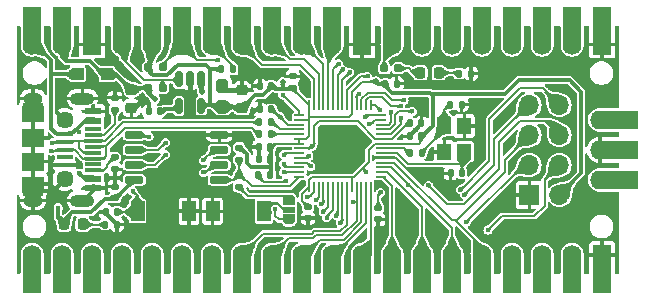
<source format=gbr>
%TF.GenerationSoftware,KiCad,Pcbnew,8.0.1*%
%TF.CreationDate,2024-04-07T18:53:54+05:30*%
%TF.ProjectId,Mitayi-Pico-RP2040,4d697461-7969-42d5-9069-636f2d525032,0.6*%
%TF.SameCoordinates,PX73df160PY5f2d3c0*%
%TF.FileFunction,Copper,L1,Top*%
%TF.FilePolarity,Positive*%
%FSLAX46Y46*%
G04 Gerber Fmt 4.6, Leading zero omitted, Abs format (unit mm)*
G04 Created by KiCad (PCBNEW 8.0.1) date 2024-04-07 18:53:54*
%MOMM*%
%LPD*%
G01*
G04 APERTURE LIST*
G04 Aperture macros list*
%AMRoundRect*
0 Rectangle with rounded corners*
0 $1 Rounding radius*
0 $2 $3 $4 $5 $6 $7 $8 $9 X,Y pos of 4 corners*
0 Add a 4 corners polygon primitive as box body*
4,1,4,$2,$3,$4,$5,$6,$7,$8,$9,$2,$3,0*
0 Add four circle primitives for the rounded corners*
1,1,$1+$1,$2,$3*
1,1,$1+$1,$4,$5*
1,1,$1+$1,$6,$7*
1,1,$1+$1,$8,$9*
0 Add four rect primitives between the rounded corners*
20,1,$1+$1,$2,$3,$4,$5,0*
20,1,$1+$1,$4,$5,$6,$7,0*
20,1,$1+$1,$6,$7,$8,$9,0*
20,1,$1+$1,$8,$9,$2,$3,0*%
%AMFreePoly0*
4,1,15,-0.425000,0.160000,-0.413415,0.247998,-0.363512,0.355016,-0.280016,0.438512,-0.172998,0.488415,-0.085000,0.500000,0.425000,0.500000,0.425000,-0.500000,-0.085000,-0.500000,-0.172998,-0.488415,-0.280016,-0.438512,-0.363512,-0.355016,-0.413415,-0.247998,-0.425000,-0.160000,-0.425000,0.160000,-0.425000,0.160000,$1*%
%AMFreePoly1*
4,1,15,-0.425000,0.500000,0.085000,0.500000,0.172998,0.488415,0.280016,0.438512,0.363512,0.355016,0.413415,0.247998,0.425000,0.160000,0.425000,-0.160000,0.413415,-0.247998,0.363512,-0.355016,0.280016,-0.438512,0.172998,-0.488415,0.085000,-0.500000,-0.425000,-0.500000,-0.425000,0.500000,-0.425000,0.500000,$1*%
G04 Aperture macros list end*
%TA.AperFunction,SMDPad,CuDef*%
%ADD10FreePoly0,270.000000*%
%TD*%
%TA.AperFunction,SMDPad,CuDef*%
%ADD11R,1.000000X0.500000*%
%TD*%
%TA.AperFunction,SMDPad,CuDef*%
%ADD12FreePoly1,270.000000*%
%TD*%
%TA.AperFunction,ComponentPad*%
%ADD13R,1.600000X3.200000*%
%TD*%
%TA.AperFunction,ComponentPad*%
%ADD14O,1.600000X1.700000*%
%TD*%
%TA.AperFunction,ComponentPad*%
%ADD15R,1.600000X1.700000*%
%TD*%
%TA.AperFunction,SMDPad,CuDef*%
%ADD16RoundRect,0.160000X-0.197500X-0.160000X0.197500X-0.160000X0.197500X0.160000X-0.197500X0.160000X0*%
%TD*%
%TA.AperFunction,SMDPad,CuDef*%
%ADD17RoundRect,0.218750X0.218750X0.256250X-0.218750X0.256250X-0.218750X-0.256250X0.218750X-0.256250X0*%
%TD*%
%TA.AperFunction,SMDPad,CuDef*%
%ADD18RoundRect,0.140000X0.140000X0.170000X-0.140000X0.170000X-0.140000X-0.170000X0.140000X-0.170000X0*%
%TD*%
%TA.AperFunction,SMDPad,CuDef*%
%ADD19RoundRect,0.140000X-0.170000X0.140000X-0.170000X-0.140000X0.170000X-0.140000X0.170000X0.140000X0*%
%TD*%
%TA.AperFunction,SMDPad,CuDef*%
%ADD20RoundRect,0.225000X-0.250000X0.225000X-0.250000X-0.225000X0.250000X-0.225000X0.250000X0.225000X0*%
%TD*%
%TA.AperFunction,SMDPad,CuDef*%
%ADD21RoundRect,0.135000X-0.185000X0.135000X-0.185000X-0.135000X0.185000X-0.135000X0.185000X0.135000X0*%
%TD*%
%TA.AperFunction,SMDPad,CuDef*%
%ADD22RoundRect,0.135000X0.135000X0.185000X-0.135000X0.185000X-0.135000X-0.185000X0.135000X-0.185000X0*%
%TD*%
%TA.AperFunction,SMDPad,CuDef*%
%ADD23RoundRect,0.135000X-0.135000X-0.185000X0.135000X-0.185000X0.135000X0.185000X-0.135000X0.185000X0*%
%TD*%
%TA.AperFunction,SMDPad,CuDef*%
%ADD24RoundRect,0.140000X0.170000X-0.140000X0.170000X0.140000X-0.170000X0.140000X-0.170000X-0.140000X0*%
%TD*%
%TA.AperFunction,SMDPad,CuDef*%
%ADD25RoundRect,0.050000X0.050000X-0.387500X0.050000X0.387500X-0.050000X0.387500X-0.050000X-0.387500X0*%
%TD*%
%TA.AperFunction,SMDPad,CuDef*%
%ADD26RoundRect,0.050000X0.387500X-0.050000X0.387500X0.050000X-0.387500X0.050000X-0.387500X-0.050000X0*%
%TD*%
%TA.AperFunction,ComponentPad*%
%ADD27C,0.600000*%
%TD*%
%TA.AperFunction,SMDPad,CuDef*%
%ADD28RoundRect,0.144000X1.456000X-1.456000X1.456000X1.456000X-1.456000X1.456000X-1.456000X-1.456000X0*%
%TD*%
%TA.AperFunction,SMDPad,CuDef*%
%ADD29RoundRect,0.140000X-0.140000X-0.170000X0.140000X-0.170000X0.140000X0.170000X-0.140000X0.170000X0*%
%TD*%
%TA.AperFunction,SMDPad,CuDef*%
%ADD30RoundRect,0.150000X0.650000X0.150000X-0.650000X0.150000X-0.650000X-0.150000X0.650000X-0.150000X0*%
%TD*%
%TA.AperFunction,ComponentPad*%
%ADD31R,3.200000X1.600000*%
%TD*%
%TA.AperFunction,ComponentPad*%
%ADD32O,1.700000X1.600000*%
%TD*%
%TA.AperFunction,SMDPad,CuDef*%
%ADD33RoundRect,0.160000X0.197500X0.160000X-0.197500X0.160000X-0.197500X-0.160000X0.197500X-0.160000X0*%
%TD*%
%TA.AperFunction,SMDPad,CuDef*%
%ADD34RoundRect,0.225000X0.250000X-0.225000X0.250000X0.225000X-0.250000X0.225000X-0.250000X-0.225000X0*%
%TD*%
%TA.AperFunction,SMDPad,CuDef*%
%ADD35R,1.450000X0.600000*%
%TD*%
%TA.AperFunction,SMDPad,CuDef*%
%ADD36R,1.450000X0.300000*%
%TD*%
%TA.AperFunction,ComponentPad*%
%ADD37O,2.100000X1.000000*%
%TD*%
%TA.AperFunction,ComponentPad*%
%ADD38O,1.600000X1.000000*%
%TD*%
%TA.AperFunction,SMDPad,CuDef*%
%ADD39R,1.200000X1.400000*%
%TD*%
%TA.AperFunction,SMDPad,CuDef*%
%ADD40R,1.000000X1.000000*%
%TD*%
%TA.AperFunction,SMDPad,CuDef*%
%ADD41R,1.350000X0.400000*%
%TD*%
%TA.AperFunction,ComponentPad*%
%ADD42O,1.900000X1.200000*%
%TD*%
%TA.AperFunction,SMDPad,CuDef*%
%ADD43R,1.900000X1.200000*%
%TD*%
%TA.AperFunction,ComponentPad*%
%ADD44C,1.450000*%
%TD*%
%TA.AperFunction,SMDPad,CuDef*%
%ADD45R,1.900000X1.500000*%
%TD*%
%TA.AperFunction,SMDPad,CuDef*%
%ADD46R,1.150000X1.700000*%
%TD*%
%TA.AperFunction,SMDPad,CuDef*%
%ADD47RoundRect,0.250000X0.275000X-0.312500X0.275000X0.312500X-0.275000X0.312500X-0.275000X-0.312500X0*%
%TD*%
%TA.AperFunction,SMDPad,CuDef*%
%ADD48RoundRect,0.135000X0.185000X-0.135000X0.185000X0.135000X-0.185000X0.135000X-0.185000X-0.135000X0*%
%TD*%
%TA.AperFunction,SMDPad,CuDef*%
%ADD49RoundRect,0.150000X-0.150000X0.512500X-0.150000X-0.512500X0.150000X-0.512500X0.150000X0.512500X0*%
%TD*%
%TA.AperFunction,ComponentPad*%
%ADD50R,1.700000X1.700000*%
%TD*%
%TA.AperFunction,ComponentPad*%
%ADD51O,1.700000X1.700000*%
%TD*%
%TA.AperFunction,ViaPad*%
%ADD52C,0.400000*%
%TD*%
%TA.AperFunction,ViaPad*%
%ADD53C,0.508000*%
%TD*%
%TA.AperFunction,Conductor*%
%ADD54C,0.200000*%
%TD*%
%TA.AperFunction,Conductor*%
%ADD55C,0.400000*%
%TD*%
%TA.AperFunction,Conductor*%
%ADD56C,0.300000*%
%TD*%
G04 APERTURE END LIST*
D10*
%TO.P,JP6,1,A*%
%TO.N,/~{USB_BOOT}*%
X23035000Y6265000D03*
D11*
%TO.P,JP6,2,C*%
%TO.N,Net-(JP6-C)*%
X23035000Y5435000D03*
D12*
%TO.P,JP6,3,B*%
%TO.N,/GPIO2*%
X23035000Y4605000D03*
%TD*%
D13*
%TO.P,J4,1,Pin_1*%
%TO.N,VBUS*%
X1300000Y21010000D03*
D14*
X1300000Y19400000D03*
D13*
%TO.P,J4,2,Pin_2*%
%TO.N,/VSYS*%
X3840000Y21010000D03*
D14*
X3840000Y19400000D03*
D13*
%TO.P,J4,3,Pin_3*%
%TO.N,GND*%
X6380000Y21010000D03*
D15*
X6380000Y19400000D03*
D13*
%TO.P,J4,4,Pin_4*%
%TO.N,/V_EN*%
X8920000Y21010000D03*
D14*
X8920000Y19400000D03*
D13*
%TO.P,J4,5,Pin_5*%
%TO.N,+3V3*%
X11460000Y21010000D03*
D14*
X11460000Y19400000D03*
D13*
%TO.P,J4,6,Pin_6*%
%TO.N,/AREF*%
X14000000Y21010000D03*
D14*
X14000000Y19400000D03*
D13*
%TO.P,J4,7,Pin_7*%
%TO.N,/RUN*%
X16540000Y21010000D03*
D14*
X16540000Y19400000D03*
D13*
%TO.P,J4,8,Pin_8*%
%TO.N,/GPIO29*%
X19080000Y21010000D03*
D14*
X19080000Y19400000D03*
D13*
%TO.P,J4,9,Pin_9*%
%TO.N,/GPIO28*%
X21620000Y21010000D03*
D14*
X21620000Y19400000D03*
D13*
%TO.P,J4,10,Pin_10*%
%TO.N,/GPIO27*%
X24160000Y21010000D03*
D14*
X24160000Y19400000D03*
D13*
%TO.P,J4,11,Pin_11*%
%TO.N,/GPIO26*%
X26700000Y21010000D03*
D14*
X26700000Y19400000D03*
D13*
%TO.P,J4,12,Pin_12*%
%TO.N,GND*%
X29240000Y21010000D03*
D15*
X29240000Y19400000D03*
D13*
%TO.P,J4,13,Pin_13*%
%TO.N,/GPIO25*%
X31780000Y21010000D03*
D14*
X31780000Y19400000D03*
D13*
%TO.P,J4,14,Pin_14*%
%TO.N,/GPIO24*%
X34320000Y21010000D03*
D14*
X34320000Y19400000D03*
D13*
%TO.P,J4,15,Pin_15*%
%TO.N,/GPIO23*%
X36860000Y21010000D03*
D14*
X36860000Y19400000D03*
D13*
%TO.P,J4,16,Pin_16*%
%TO.N,/GPIO22*%
X39400000Y21010000D03*
D14*
X39400000Y19400000D03*
D13*
%TO.P,J4,17,Pin_17*%
%TO.N,/GPIO21*%
X41940000Y21010000D03*
D14*
X41940000Y19400000D03*
D13*
%TO.P,J4,18,Pin_18*%
%TO.N,/GPIO20*%
X44480000Y21010000D03*
D14*
X44480000Y19400000D03*
D13*
%TO.P,J4,19,Pin_19*%
%TO.N,/GPIO19*%
X47020000Y21010000D03*
D14*
X47020000Y19400000D03*
D13*
%TO.P,J4,20,Pin_20*%
%TO.N,GND*%
X49560000Y21010000D03*
D15*
X49560000Y19400000D03*
%TD*%
D13*
%TO.P,J3,1,Pin_1*%
%TO.N,/GPIO0*%
X1300000Y-10000D03*
D14*
X1300000Y1600000D03*
D13*
%TO.P,J3,2,Pin_2*%
%TO.N,/GPIO1*%
X3840000Y-10000D03*
D14*
X3840000Y1600000D03*
D13*
%TO.P,J3,3,Pin_3*%
%TO.N,/GPIO2*%
X6380000Y-10000D03*
D14*
X6380000Y1600000D03*
D13*
%TO.P,J3,4,Pin_4*%
%TO.N,/GPIO3*%
X8920000Y-10000D03*
D14*
X8920000Y1600000D03*
D13*
%TO.P,J3,5,Pin_5*%
%TO.N,/GPIO4*%
X11460000Y-10000D03*
D14*
X11460000Y1600000D03*
D13*
%TO.P,J3,6,Pin_6*%
%TO.N,/GPIO5*%
X14000000Y-10000D03*
D14*
X14000000Y1600000D03*
D13*
%TO.P,J3,7,Pin_7*%
%TO.N,/GPIO6*%
X16540000Y-10000D03*
D14*
X16540000Y1600000D03*
D13*
%TO.P,J3,8,Pin_8*%
%TO.N,/GPIO7*%
X19080000Y-10000D03*
D14*
X19080000Y1600000D03*
D13*
%TO.P,J3,9,Pin_9*%
%TO.N,/GPIO8*%
X21620000Y-10000D03*
D14*
X21620000Y1600000D03*
D13*
%TO.P,J3,10,Pin_10*%
%TO.N,/GPIO9*%
X24160000Y-10000D03*
D14*
X24160000Y1600000D03*
D13*
%TO.P,J3,11,Pin_11*%
%TO.N,/GPIO10*%
X26700000Y-10000D03*
D14*
X26700000Y1600000D03*
D13*
%TO.P,J3,12,Pin_12*%
%TO.N,/GPIO11*%
X29240000Y-10000D03*
D14*
X29240000Y1600000D03*
D13*
%TO.P,J3,13,Pin_13*%
%TO.N,/GPIO12*%
X31780000Y-10000D03*
D14*
X31780000Y1600000D03*
D13*
%TO.P,J3,14,Pin_14*%
%TO.N,/GPIO13*%
X34320000Y-10000D03*
D14*
X34320000Y1600000D03*
D13*
%TO.P,J3,15,Pin_15*%
%TO.N,/GPIO14*%
X36860000Y-10000D03*
D14*
X36860000Y1600000D03*
D13*
%TO.P,J3,16,Pin_16*%
%TO.N,/GPIO15*%
X39400000Y-10000D03*
D14*
X39400000Y1600000D03*
D13*
%TO.P,J3,17,Pin_17*%
%TO.N,/GPIO16*%
X41940000Y-10000D03*
D14*
X41940000Y1600000D03*
D13*
%TO.P,J3,18,Pin_18*%
%TO.N,/GPIO17*%
X44480000Y-10000D03*
D14*
X44480000Y1600000D03*
D13*
%TO.P,J3,19,Pin_19*%
%TO.N,/GPIO18*%
X47020000Y-10000D03*
D14*
X47020000Y1600000D03*
D13*
%TO.P,J3,20,Pin_20*%
%TO.N,GND*%
X49560000Y-10000D03*
D15*
X49560000Y1600000D03*
%TD*%
D16*
%TO.P,JP5,1,A*%
%TO.N,/GPIO25*%
X31112500Y17400000D03*
%TO.P,JP5,2,B*%
%TO.N,Net-(D2-A)*%
X32307500Y17400000D03*
%TD*%
D17*
%TO.P,D2,1,K*%
%TO.N,Net-(D2-K)*%
X35737500Y17030000D03*
%TO.P,D2,2,A*%
%TO.N,Net-(D2-A)*%
X34162500Y17030000D03*
%TD*%
D18*
%TO.P,C17,1*%
%TO.N,/XIN*%
X37700000Y8510000D03*
%TO.P,C17,2*%
%TO.N,GND*%
X36740000Y8510000D03*
%TD*%
D19*
%TO.P,C12,1*%
%TO.N,+3V3*%
X24670000Y5670000D03*
%TO.P,C12,2*%
%TO.N,GND*%
X24670000Y4710000D03*
%TD*%
D20*
%TO.P,C13,1*%
%TO.N,/VSYS*%
X9710000Y15585000D03*
%TO.P,C13,2*%
%TO.N,GND*%
X9710000Y14035000D03*
%TD*%
D19*
%TO.P,C6,1*%
%TO.N,+3V3*%
X30600000Y5560000D03*
%TO.P,C6,2*%
%TO.N,GND*%
X30600000Y4600000D03*
%TD*%
D18*
%TO.P,C11,1*%
%TO.N,+3V3*%
X21550000Y15905000D03*
%TO.P,C11,2*%
%TO.N,GND*%
X20590000Y15905000D03*
%TD*%
%TO.P,C19,1*%
%TO.N,/RUN*%
X8490000Y5240000D03*
%TO.P,C19,2*%
%TO.N,GND*%
X7530000Y5240000D03*
%TD*%
D21*
%TO.P,R2,1*%
%TO.N,/QSPI_SS*%
X18830000Y8360000D03*
%TO.P,R2,2*%
%TO.N,/~{USB_BOOT}*%
X18830000Y7340000D03*
%TD*%
D22*
%TO.P,R7,1*%
%TO.N,GND*%
X38480000Y16960000D03*
%TO.P,R7,2*%
%TO.N,Net-(D2-K)*%
X37460000Y16960000D03*
%TD*%
D23*
%TO.P,R10,1*%
%TO.N,/XOUT*%
X33270000Y10220000D03*
%TO.P,R10,2*%
%TO.N,Net-(C18-Pad1)*%
X34290000Y10220000D03*
%TD*%
D24*
%TO.P,C10,1*%
%TO.N,+3V3*%
X23370000Y15750000D03*
%TO.P,C10,2*%
%TO.N,GND*%
X23370000Y16710000D03*
%TD*%
D25*
%TO.P,U3,1,IOVDD*%
%TO.N,+3V3*%
X24770000Y7382500D03*
%TO.P,U3,2,GPIO0*%
%TO.N,/GPIO0*%
X25170000Y7382500D03*
%TO.P,U3,3,GPIO1*%
%TO.N,/GPIO1*%
X25570000Y7382500D03*
%TO.P,U3,4,GPIO2*%
%TO.N,/GPIO2*%
X25970000Y7382500D03*
%TO.P,U3,5,GPIO3*%
%TO.N,/GPIO3*%
X26370000Y7382500D03*
%TO.P,U3,6,GPIO4*%
%TO.N,/GPIO4*%
X26770000Y7382500D03*
%TO.P,U3,7,GPIO5*%
%TO.N,/GPIO5*%
X27170000Y7382500D03*
%TO.P,U3,8,GPIO6*%
%TO.N,/GPIO6*%
X27570000Y7382500D03*
%TO.P,U3,9,GPIO7*%
%TO.N,/GPIO7*%
X27970000Y7382500D03*
%TO.P,U3,10,IOVDD*%
%TO.N,+3V3*%
X28370000Y7382500D03*
%TO.P,U3,11,GPIO8*%
%TO.N,/GPIO8*%
X28770000Y7382500D03*
%TO.P,U3,12,GPIO9*%
%TO.N,/GPIO9*%
X29170000Y7382500D03*
%TO.P,U3,13,GPIO10*%
%TO.N,/GPIO10*%
X29570000Y7382500D03*
%TO.P,U3,14,GPIO11*%
%TO.N,/GPIO11*%
X29970000Y7382500D03*
D26*
%TO.P,U3,15,GPIO12*%
%TO.N,/GPIO12*%
X30807500Y8220000D03*
%TO.P,U3,16,GPIO13*%
%TO.N,/GPIO13*%
X30807500Y8620000D03*
%TO.P,U3,17,GPIO14*%
%TO.N,/GPIO14*%
X30807500Y9020000D03*
%TO.P,U3,18,GPIO15*%
%TO.N,/GPIO15*%
X30807500Y9420000D03*
%TO.P,U3,19,TESTEN*%
%TO.N,GND*%
X30807500Y9820000D03*
%TO.P,U3,20,XIN*%
%TO.N,/XIN*%
X30807500Y10220000D03*
%TO.P,U3,21,XOUT*%
%TO.N,/XOUT*%
X30807500Y10620000D03*
%TO.P,U3,22,IOVDD*%
%TO.N,+3V3*%
X30807500Y11020000D03*
%TO.P,U3,23,DVDD*%
%TO.N,+1V1*%
X30807500Y11420000D03*
%TO.P,U3,24,SWCLK*%
%TO.N,/SWCLK*%
X30807500Y11820000D03*
%TO.P,U3,25,SWDIO*%
%TO.N,/SWDIO*%
X30807500Y12220000D03*
%TO.P,U3,26,RUN*%
%TO.N,/RUN*%
X30807500Y12620000D03*
%TO.P,U3,27,GPIO16*%
%TO.N,/GPIO16*%
X30807500Y13020000D03*
%TO.P,U3,28,GPIO17*%
%TO.N,/GPIO17*%
X30807500Y13420000D03*
D25*
%TO.P,U3,29,GPIO18*%
%TO.N,/GPIO18*%
X29970000Y14257500D03*
%TO.P,U3,30,GPIO19*%
%TO.N,/GPIO19*%
X29570000Y14257500D03*
%TO.P,U3,31,GPIO20*%
%TO.N,/GPIO20*%
X29170000Y14257500D03*
%TO.P,U3,32,GPIO21*%
%TO.N,/GPIO21*%
X28770000Y14257500D03*
%TO.P,U3,33,IOVDD*%
%TO.N,+3V3*%
X28370000Y14257500D03*
%TO.P,U3,34,GPIO22*%
%TO.N,/GPIO22*%
X27970000Y14257500D03*
%TO.P,U3,35,GPIO23*%
%TO.N,/GPIO23*%
X27570000Y14257500D03*
%TO.P,U3,36,GPIO24*%
%TO.N,/GPIO24*%
X27170000Y14257500D03*
%TO.P,U3,37,GPIO25*%
%TO.N,/GPIO25*%
X26770000Y14257500D03*
%TO.P,U3,38,GPIO26/ADC0*%
%TO.N,/GPIO26*%
X26370000Y14257500D03*
%TO.P,U3,39,GPIO27/ADC1*%
%TO.N,/GPIO27*%
X25970000Y14257500D03*
%TO.P,U3,40,GPIO28/ADC2*%
%TO.N,/GPIO28*%
X25570000Y14257500D03*
%TO.P,U3,41,GPIO29/ADC3*%
%TO.N,/GPIO29*%
X25170000Y14257500D03*
%TO.P,U3,42,IOVDD*%
%TO.N,+3V3*%
X24770000Y14257500D03*
D26*
%TO.P,U3,43,ADC-AVDD*%
%TO.N,/AREF*%
X23932500Y13420000D03*
%TO.P,U3,44,VREG-VIN*%
%TO.N,+3V3*%
X23932500Y13020000D03*
%TO.P,U3,45,VREG-VOUT*%
%TO.N,+1V1*%
X23932500Y12620000D03*
%TO.P,U3,46,USB-DM*%
%TO.N,Net-(U3-USB-DM)*%
X23932500Y12220000D03*
%TO.P,U3,47,USB-DP*%
%TO.N,Net-(U3-USB-DP)*%
X23932500Y11820000D03*
%TO.P,U3,48,USB-VDD*%
%TO.N,+3V3*%
X23932500Y11420000D03*
%TO.P,U3,49,IOVDD*%
X23932500Y11020000D03*
%TO.P,U3,50,DVDD*%
%TO.N,+1V1*%
X23932500Y10620000D03*
%TO.P,U3,51,QSPI-SD3*%
%TO.N,/QSPI_SD3*%
X23932500Y10220000D03*
%TO.P,U3,52,QSPI-SCLK*%
%TO.N,/QSPI_SCLK*%
X23932500Y9820000D03*
%TO.P,U3,53,QSPI-SD0*%
%TO.N,/QSPI_SD0*%
X23932500Y9420000D03*
%TO.P,U3,54,QSPI-SD2*%
%TO.N,/QSPI_SD2*%
X23932500Y9020000D03*
%TO.P,U3,55,QSPI-SD1*%
%TO.N,/QSPI_SD1*%
X23932500Y8620000D03*
%TO.P,U3,56,QSPI-SS-N*%
%TO.N,/QSPI_SS*%
X23932500Y8220000D03*
D27*
%TO.P,U3,57,GND*%
%TO.N,GND*%
X26095000Y9545000D03*
X27370000Y9545000D03*
X28645000Y9545000D03*
X26095000Y10820000D03*
X27370000Y10820000D03*
D28*
X27370000Y10820000D03*
D27*
X28645000Y10820000D03*
X26095000Y12095000D03*
X27370000Y12095000D03*
X28645000Y12095000D03*
%TD*%
D23*
%TO.P,R5,1*%
%TO.N,/USB_D+*%
X20540000Y11825000D03*
%TO.P,R5,2*%
%TO.N,Net-(U3-USB-DP)*%
X21560000Y11825000D03*
%TD*%
D29*
%TO.P,C2,1*%
%TO.N,+1V1*%
X33290000Y12750000D03*
%TO.P,C2,2*%
%TO.N,GND*%
X34250000Y12750000D03*
%TD*%
D30*
%TO.P,U1,1,~{CS}*%
%TO.N,/QSPI_SS*%
X17150000Y7955000D03*
%TO.P,U1,2,DO(IO1)*%
%TO.N,/QSPI_SD1*%
X17150000Y9225000D03*
%TO.P,U1,3,IO2*%
%TO.N,/QSPI_SD2*%
X17150000Y10495000D03*
%TO.P,U1,4,GND*%
%TO.N,GND*%
X17150000Y11765000D03*
%TO.P,U1,5,DI(IO0)*%
%TO.N,/QSPI_SD0*%
X9950000Y11765000D03*
%TO.P,U1,6,CLK*%
%TO.N,/QSPI_SCLK*%
X9950000Y10495000D03*
%TO.P,U1,7,IO3*%
%TO.N,/QSPI_SD3*%
X9950000Y9225000D03*
%TO.P,U1,8,VCC*%
%TO.N,+3V3*%
X9950000Y7955000D03*
%TD*%
D18*
%TO.P,C5,1*%
%TO.N,+3V3*%
X21455000Y10720000D03*
%TO.P,C5,2*%
%TO.N,GND*%
X20495000Y10720000D03*
%TD*%
D21*
%TO.P,R1,1*%
%TO.N,+3V3*%
X18830000Y10690000D03*
%TO.P,R1,2*%
%TO.N,/QSPI_SS*%
X18830000Y9670000D03*
%TD*%
D18*
%TO.P,C4,1*%
%TO.N,+1V1*%
X21540000Y13930000D03*
%TO.P,C4,2*%
%TO.N,GND*%
X20580000Y13930000D03*
%TD*%
D24*
%TO.P,C1,1*%
%TO.N,+3V3*%
X8300000Y6430000D03*
%TO.P,C1,2*%
%TO.N,GND*%
X8300000Y7390000D03*
%TD*%
D31*
%TO.P,J5,1,Pin_1*%
%TO.N,/SWCLK*%
X51010000Y7950000D03*
D32*
X49400000Y7950000D03*
D31*
%TO.P,J5,2,Pin_2*%
%TO.N,GND*%
X51010000Y10490000D03*
D32*
X49400000Y10490000D03*
D31*
%TO.P,J5,3,Pin_3*%
%TO.N,/SWDIO*%
X51010000Y13030000D03*
D32*
X49400000Y13030000D03*
%TD*%
D33*
%TO.P,JP1,1,A*%
%TO.N,/AREF*%
X12347500Y17500000D03*
%TO.P,JP1,2,B*%
%TO.N,+3V3*%
X11152500Y17500000D03*
%TD*%
D23*
%TO.P,R9,1*%
%TO.N,+3V3*%
X17300000Y17300000D03*
%TO.P,R9,2*%
%TO.N,/RUN*%
X18320000Y17300000D03*
%TD*%
D18*
%TO.P,C9,1*%
%TO.N,+3V3*%
X34260000Y11630000D03*
%TO.P,C9,2*%
%TO.N,GND*%
X33300000Y11630000D03*
%TD*%
D29*
%TO.P,C8,1*%
%TO.N,+3V3*%
X31210000Y16100000D03*
%TO.P,C8,2*%
%TO.N,GND*%
X32170000Y16100000D03*
%TD*%
D34*
%TO.P,C15,1*%
%TO.N,+3V3*%
X19080000Y14015000D03*
%TO.P,C15,2*%
%TO.N,GND*%
X19080000Y15565000D03*
%TD*%
D35*
%TO.P,J2,A1,GND*%
%TO.N,GND*%
X6475000Y13760000D03*
%TO.P,J2,A4,VBUS*%
%TO.N,VBUS*%
X6475000Y12960000D03*
D36*
%TO.P,J2,A5,CC1*%
%TO.N,Net-(J2-CC1)*%
X6475000Y11760000D03*
%TO.P,J2,A6,D+*%
%TO.N,/USB_D+*%
X6475000Y10760000D03*
%TO.P,J2,A7,D-*%
%TO.N,/USB_D-*%
X6475000Y10260000D03*
%TO.P,J2,A8,SBU1*%
%TO.N,unconnected-(J2-SBU1-PadA8)*%
X6475000Y9260000D03*
D35*
%TO.P,J2,A9,VBUS*%
%TO.N,VBUS*%
X6475000Y8060000D03*
%TO.P,J2,A12,GND*%
%TO.N,GND*%
X6475000Y7260000D03*
%TO.P,J2,B1,GND*%
X6475000Y7260000D03*
%TO.P,J2,B4,VBUS*%
%TO.N,VBUS*%
X6475000Y8060000D03*
D36*
%TO.P,J2,B5,CC2*%
%TO.N,Net-(J2-CC2)*%
X6475000Y8760000D03*
%TO.P,J2,B6,D+*%
%TO.N,/USB_D+*%
X6475000Y9760000D03*
%TO.P,J2,B7,D-*%
%TO.N,/USB_D-*%
X6475000Y11260000D03*
%TO.P,J2,B8,SBU2*%
%TO.N,unconnected-(J2-SBU2-PadB8)*%
X6475000Y12260000D03*
D35*
%TO.P,J2,B9,VBUS*%
%TO.N,VBUS*%
X6475000Y12960000D03*
%TO.P,J2,B12,GND*%
%TO.N,GND*%
X6475000Y13760000D03*
D37*
%TO.P,J2,S1,SHIELD*%
X5560000Y14830000D03*
D38*
X1380000Y14830000D03*
D37*
X5560000Y6190000D03*
D38*
X1380000Y6190000D03*
%TD*%
D18*
%TO.P,C16,1*%
%TO.N,Net-(U2-BP)*%
X12160000Y13760000D03*
%TO.P,C16,2*%
%TO.N,GND*%
X11200000Y13760000D03*
%TD*%
D16*
%TO.P,JP4,1,A*%
%TO.N,/VSYS*%
X11152500Y15750000D03*
%TO.P,JP4,2,B*%
%TO.N,/V_EN*%
X12347500Y15750000D03*
%TD*%
D21*
%TO.P,R4,1*%
%TO.N,Net-(J2-CC2)*%
X8300000Y9860000D03*
%TO.P,R4,2*%
%TO.N,GND*%
X8300000Y8840000D03*
%TD*%
D39*
%TO.P,Y1,1,1*%
%TO.N,/XIN*%
X37900000Y10330000D03*
%TO.P,Y1,2,2*%
%TO.N,GND*%
X37900000Y12530000D03*
%TO.P,Y1,3,3*%
%TO.N,Net-(C18-Pad1)*%
X36200000Y12530000D03*
%TO.P,Y1,4,4*%
%TO.N,GND*%
X36200000Y10330000D03*
%TD*%
D22*
%TO.P,R8,1*%
%TO.N,GND*%
X8490000Y4170000D03*
%TO.P,R8,2*%
%TO.N,Net-(D3-K)*%
X7470000Y4170000D03*
%TD*%
D40*
%TO.P,D1,1,K*%
%TO.N,/VSYS*%
X7650000Y16900000D03*
%TO.P,D1,2,A*%
%TO.N,VBUS*%
X5150000Y16900000D03*
%TD*%
D17*
%TO.P,D3,1,K*%
%TO.N,Net-(D3-K)*%
X5587500Y4200000D03*
%TO.P,D3,2,A*%
%TO.N,+3V3*%
X4012500Y4200000D03*
%TD*%
D41*
%TO.P,J6,1,VBUS*%
%TO.N,VBUS*%
X4062500Y11810000D03*
%TO.P,J6,2,D-*%
%TO.N,/USB_D-*%
X4062500Y11160000D03*
%TO.P,J6,3,D+*%
%TO.N,/USB_D+*%
X4062500Y10510000D03*
%TO.P,J6,4,ID*%
%TO.N,unconnected-(J6-ID-Pad4)*%
X4062500Y9860000D03*
%TO.P,J6,5,GND*%
%TO.N,GND*%
X4062500Y9210000D03*
D42*
%TO.P,J6,6,Shield*%
X1362500Y14010000D03*
D43*
X1362500Y13410000D03*
D44*
X4062500Y13010000D03*
D45*
X1362500Y11510000D03*
X1362500Y9510000D03*
D44*
X4062500Y8010000D03*
D43*
X1362500Y7610000D03*
D42*
X1362500Y7010000D03*
%TD*%
D46*
%TO.P,SW1,1,1*%
%TO.N,/RUN*%
X10225000Y5300000D03*
%TO.P,SW1,2,2*%
%TO.N,GND*%
X14575000Y5300000D03*
%TD*%
D29*
%TO.P,C18,1*%
%TO.N,Net-(C18-Pad1)*%
X36710000Y14330000D03*
%TO.P,C18,2*%
%TO.N,GND*%
X37670000Y14330000D03*
%TD*%
D18*
%TO.P,C7,1*%
%TO.N,+3V3*%
X21450000Y9720000D03*
%TO.P,C7,2*%
%TO.N,GND*%
X20490000Y9720000D03*
%TD*%
D23*
%TO.P,R6,1*%
%TO.N,/USB_D-*%
X20540000Y12825000D03*
%TO.P,R6,2*%
%TO.N,Net-(U3-USB-DM)*%
X21560000Y12825000D03*
%TD*%
D47*
%TO.P,C14,1*%
%TO.N,+3V3*%
X17400000Y14147500D03*
%TO.P,C14,2*%
%TO.N,GND*%
X17400000Y15922500D03*
%TD*%
D48*
%TO.P,R3,1*%
%TO.N,Net-(J2-CC1)*%
X8300000Y13890000D03*
%TO.P,R3,2*%
%TO.N,GND*%
X8300000Y14910000D03*
%TD*%
D49*
%TO.P,U2,1,IN*%
%TO.N,/VSYS*%
X15620000Y16487500D03*
%TO.P,U2,2,GND*%
%TO.N,GND*%
X14670000Y16487500D03*
%TO.P,U2,3,EN*%
%TO.N,/V_EN*%
X13720000Y16487500D03*
%TO.P,U2,4,BP*%
%TO.N,Net-(U2-BP)*%
X13720000Y14212500D03*
%TO.P,U2,5,OUT*%
%TO.N,+3V3*%
X15620000Y14212500D03*
%TD*%
D23*
%TO.P,R11,1*%
%TO.N,/GPIO2*%
X20460000Y8330000D03*
%TO.P,R11,2*%
%TO.N,+3V3*%
X21480000Y8330000D03*
%TD*%
D46*
%TO.P,SW2,1,1*%
%TO.N,Net-(JP6-C)*%
X20940000Y5285000D03*
%TO.P,SW2,2,2*%
%TO.N,GND*%
X16590000Y5285000D03*
%TD*%
D50*
%TO.P,J1,1,Pin_1*%
%TO.N,GND*%
X43400000Y6675000D03*
D51*
%TO.P,J1,2,Pin_2*%
%TO.N,+3V3*%
X45940000Y6675000D03*
%TO.P,J1,3,Pin_3*%
%TO.N,/GPIO12*%
X43400000Y9215000D03*
%TO.P,J1,4,Pin_4*%
%TO.N,/GPIO13*%
X45940000Y9215000D03*
%TO.P,J1,5,Pin_5*%
%TO.N,/GPIO15*%
X43400000Y11755000D03*
%TO.P,J1,6,Pin_6*%
%TO.N,/GPIO14*%
X45940000Y11755000D03*
%TO.P,J1,7,Pin_7*%
%TO.N,/GPIO8*%
X43400000Y14295000D03*
%TO.P,J1,8,Pin_8*%
%TO.N,/GPIO9*%
X45940000Y14295000D03*
%TD*%
D52*
%TO.N,+1V1*%
X22300000Y13300000D03*
X25000000Y10800000D03*
%TO.N,GND*%
X49200000Y15300000D03*
X24200000Y15700000D03*
X39300000Y9800000D03*
X10100000Y18600000D03*
X50100000Y5600000D03*
X12700000Y15000000D03*
X21900000Y14700000D03*
X41600000Y13900000D03*
X14700000Y14900000D03*
X23000000Y13800000D03*
X20100000Y17000000D03*
X40500000Y12400000D03*
X14400000Y11800000D03*
X17600000Y7100000D03*
X27900000Y18600000D03*
X13200000Y8200000D03*
X47100000Y13500000D03*
X44700000Y13700000D03*
X12700000Y4200000D03*
X35600000Y18500000D03*
X45700000Y2500000D03*
X21300000Y14700000D03*
X6500000Y3000000D03*
X33100000Y2600000D03*
X50100000Y15300000D03*
X35800000Y2600000D03*
X37700000Y16100000D03*
X33743750Y12156250D03*
X14700000Y13900000D03*
X45800000Y18900000D03*
X48500000Y11800000D03*
X10700000Y14800000D03*
X16600000Y3100000D03*
X14700000Y14400000D03*
X33000000Y18600000D03*
X12500000Y8200000D03*
X42900000Y2600000D03*
X38000000Y2600000D03*
X35600000Y8500000D03*
X18700000Y11800000D03*
X14700000Y13400000D03*
X30600000Y2600000D03*
X7700000Y18600000D03*
X13900000Y8200000D03*
X44675000Y10575000D03*
X49200000Y5600000D03*
X40700000Y18500000D03*
X48300000Y15300000D03*
X48300000Y5600000D03*
X14400000Y3100000D03*
X12000000Y11800000D03*
X12700000Y14500000D03*
X32300000Y7000000D03*
X48200000Y18300000D03*
X40700000Y2600000D03*
X24600000Y15300000D03*
%TO.N,+3V3*%
X3500000Y5600000D03*
X29600000Y8600000D03*
D53*
X30400000Y16296500D03*
D52*
X30800000Y6900000D03*
D53*
X22500000Y16200000D03*
D52*
%TO.N,VBUS*%
X5300000Y8500000D03*
X5300000Y12000000D03*
%TO.N,/RUN*%
X9800000Y7000000D03*
X31682094Y13711781D03*
%TO.N,/USB_D+*%
X2900000Y10400000D03*
%TO.N,/USB_D-*%
X3000000Y11100000D03*
%TO.N,/GPIO0*%
X24600000Y6500000D03*
%TO.N,/GPIO1*%
X25300000Y6250000D03*
%TO.N,/GPIO2*%
X21865002Y5530500D03*
X22759290Y7850000D03*
X25800000Y5900000D03*
%TO.N,/GPIO3*%
X25939713Y5260287D03*
%TO.N,/GPIO4*%
X26250000Y4750000D03*
%TO.N,/GPIO5*%
X27070500Y4934529D03*
%TO.N,/GPIO6*%
X27401576Y4297924D03*
%TO.N,/GPIO8*%
X28469500Y6100000D03*
X37900000Y6700000D03*
%TO.N,/GPIO9*%
X37546319Y7120551D03*
%TO.N,/GPIO12*%
X38050000Y4350000D03*
%TO.N,/GPIO13*%
X39900000Y3700000D03*
%TO.N,/GPIO14*%
X33150000Y7550000D03*
X34850000Y7500000D03*
%TO.N,/GPIO16*%
X29800000Y12700000D03*
%TO.N,/GPIO17*%
X29500000Y13300000D03*
%TO.N,/GPIO18*%
X30750000Y13869500D03*
%TO.N,/AREF*%
X22513898Y15163000D03*
X17000000Y18100000D03*
%TO.N,/GPIO25*%
X27250000Y17800000D03*
%TO.N,/GPIO24*%
X27600000Y17300000D03*
%TO.N,/GPIO23*%
X28200000Y17050500D03*
%TO.N,/GPIO22*%
X29700000Y16719500D03*
%TO.N,/GPIO21*%
X28967186Y15247114D03*
%TO.N,/GPIO20*%
X32800000Y14700000D03*
%TO.N,/GPIO19*%
X32500000Y14200000D03*
%TO.N,/SWCLK*%
X32507101Y13185709D03*
%TO.N,/SWDIO*%
X33500000Y13750500D03*
%TO.N,/QSPI_SD1*%
X15800000Y8600000D03*
X22600000Y8600000D03*
%TO.N,/QSPI_SD2*%
X22600000Y9300000D03*
X15800000Y9600500D03*
%TO.N,/QSPI_SD0*%
X24900000Y9100000D03*
X11200000Y11600000D03*
%TO.N,/QSPI_SCLK*%
X24730312Y9986439D03*
X12600000Y11100000D03*
%TO.N,/QSPI_SD3*%
X22600000Y10100000D03*
X12600000Y10100000D03*
D53*
%TO.N,/VSYS*%
X15700000Y15400000D03*
X11700000Y14800000D03*
%TD*%
D54*
%TO.N,+1V1*%
X28865736Y12900000D02*
X25600000Y12900000D01*
X25200000Y12500000D02*
X25200000Y11000000D01*
X25600000Y12900000D02*
X25200000Y12500000D01*
X22300000Y13300000D02*
X22257500Y13300000D01*
X33202500Y12750000D02*
X33097270Y12750000D01*
X23932500Y10620000D02*
X24820000Y10620000D01*
X22980000Y12620000D02*
X23932500Y12620000D01*
X25200000Y11000000D02*
X25000000Y10800000D01*
X22257500Y13300000D02*
X21627500Y13930000D01*
X22300000Y13300000D02*
X22980000Y12620000D01*
X30807500Y11420000D02*
X30345736Y11420000D01*
X31767270Y11420000D02*
X30807500Y11420000D01*
X30345736Y11420000D02*
X28865736Y12900000D01*
X33097270Y12750000D02*
X31767270Y11420000D01*
X24820000Y10620000D02*
X25000000Y10800000D01*
%TO.N,GND*%
X30807500Y9820000D02*
X32080000Y9820000D01*
D55*
X19080000Y15565000D02*
X17757500Y15565000D01*
X9710000Y14035000D02*
X9935000Y14035000D01*
D54*
X33400000Y8500000D02*
X35600000Y8500000D01*
D56*
X6530000Y7410000D02*
X6530000Y7110000D01*
X33212500Y11630000D02*
X33217500Y11630000D01*
X14850000Y13250000D02*
X14700000Y13400000D01*
X20330000Y13930000D02*
X19650000Y13250000D01*
D55*
X14670000Y16487500D02*
X14670000Y14930000D01*
D54*
X32080000Y9820000D02*
X33400000Y8500000D01*
D56*
X8577500Y4170000D02*
X8512500Y4170000D01*
D55*
X14670000Y14930000D02*
X14700000Y14900000D01*
X17757500Y15565000D02*
X17400000Y15922500D01*
D56*
X6530000Y7110000D02*
X5610000Y6190000D01*
X8512500Y4170000D02*
X7442500Y5240000D01*
X20492500Y13930000D02*
X20330000Y13930000D01*
X33743750Y12156250D02*
X34337500Y12750000D01*
D55*
X9935000Y14035000D02*
X10700000Y14800000D01*
D56*
X19650000Y13250000D02*
X14850000Y13250000D01*
X33217500Y11630000D02*
X33743750Y12156250D01*
%TO.N,+3V3*%
X35100000Y15200000D02*
X35000000Y15300000D01*
D54*
X23932500Y11020000D02*
X23932500Y11420000D01*
D56*
X21537500Y9062500D02*
X19837500Y9062500D01*
X21537500Y9720000D02*
X21537500Y10715000D01*
X21537500Y9720000D02*
X21537500Y9062500D01*
D54*
X28370000Y8170000D02*
X28520000Y8170000D01*
D56*
X46800000Y16400000D02*
X47800000Y15400000D01*
D54*
X28370000Y14257500D02*
X28370000Y13520000D01*
D56*
X35200000Y15100000D02*
X35100000Y15200000D01*
X16362500Y14312500D02*
X17235000Y14312500D01*
D54*
X29800000Y10500000D02*
X30320000Y11020000D01*
D56*
X20165000Y15100000D02*
X20832500Y15100000D01*
X16000000Y17700000D02*
X13633604Y17700000D01*
X16362500Y17337500D02*
X17175000Y17337500D01*
D54*
X23932500Y13020000D02*
X24720000Y13020000D01*
X24770000Y14257500D02*
X23370000Y15657500D01*
D56*
X4012500Y4512500D02*
X4700000Y5200000D01*
X18947500Y14147500D02*
X19080000Y14015000D01*
X20832500Y15100000D02*
X21637500Y15905000D01*
X19080000Y14015000D02*
X20165000Y15100000D01*
X12733604Y16800000D02*
X11500000Y16800000D01*
D54*
X24900000Y13300000D02*
X24770000Y13170000D01*
X24150000Y6190000D02*
X24670000Y5670000D01*
D56*
X19500000Y10107500D02*
X18830000Y10777500D01*
X8300000Y6342500D02*
X8337500Y6342500D01*
X35000000Y15300000D02*
X31800000Y15300000D01*
D54*
X30320000Y11020000D02*
X30807500Y11020000D01*
X30373000Y16269500D02*
X29211756Y16269500D01*
D56*
X13633604Y17700000D02*
X12733604Y16800000D01*
D54*
X30807500Y11020000D02*
X34020000Y11020000D01*
D56*
X34347500Y11630000D02*
X35200000Y12482500D01*
X11310000Y17500000D02*
X11310000Y19250000D01*
X16362500Y14312500D02*
X16362500Y17337500D01*
X31122500Y15977500D02*
X31122500Y16100000D01*
X21880000Y15662500D02*
X22462500Y15662500D01*
D54*
X28520000Y8170000D02*
X29275000Y8925000D01*
D56*
X19837500Y9062500D02*
X19500000Y9400000D01*
X21637500Y15905000D02*
X21880000Y15662500D01*
X30596500Y16100000D02*
X31122500Y16100000D01*
X21537500Y10715000D02*
X21542500Y10720000D01*
X47800000Y8535000D02*
X45940000Y6675000D01*
D54*
X23932500Y11020000D02*
X21842500Y11020000D01*
X24770000Y11670000D02*
X24770000Y13070000D01*
D56*
X11310000Y19250000D02*
X11460000Y19400000D01*
X41315000Y15215000D02*
X42500000Y16400000D01*
D54*
X24720000Y13020000D02*
X24770000Y13070000D01*
D56*
X8337500Y6342500D02*
X9950000Y7955000D01*
X16362500Y17337500D02*
X16000000Y17700000D01*
X31800000Y15300000D02*
X31122500Y15977500D01*
D54*
X28150000Y13300000D02*
X24900000Y13300000D01*
D56*
X21537500Y9062500D02*
X21537500Y8360000D01*
D54*
X28370000Y13520000D02*
X28150000Y13300000D01*
X24770000Y7382500D02*
X24150000Y6762500D01*
D56*
X39700000Y15200000D02*
X39715000Y15215000D01*
X11500000Y16800000D02*
X11310000Y16990000D01*
D54*
X21842500Y11020000D02*
X21542500Y10720000D01*
D56*
X42500000Y16400000D02*
X46800000Y16400000D01*
D54*
X24520000Y11420000D02*
X24770000Y11670000D01*
D56*
X47800000Y15400000D02*
X47800000Y8535000D01*
X11310000Y16990000D02*
X11310000Y17500000D01*
D54*
X34347500Y11347500D02*
X34347500Y11630000D01*
D56*
X7442500Y6342500D02*
X8300000Y6342500D01*
X17235000Y14312500D02*
X17400000Y14147500D01*
X4700000Y5200000D02*
X6300000Y5200000D01*
D54*
X24970000Y8170000D02*
X24770000Y7970000D01*
X24770000Y13070000D02*
X24770000Y13170000D01*
D56*
X15720000Y14312500D02*
X16362500Y14312500D01*
D54*
X23932500Y11420000D02*
X24520000Y11420000D01*
X29275000Y8925000D02*
X29800000Y9450000D01*
D56*
X35100000Y15200000D02*
X39700000Y15200000D01*
X17400000Y14147500D02*
X18947500Y14147500D01*
X21537500Y8360000D02*
X21567500Y8330000D01*
D54*
X30600000Y6700000D02*
X30800000Y6900000D01*
X23370000Y15657500D02*
X23370000Y15662500D01*
X24770000Y7970000D02*
X24770000Y7382500D01*
D56*
X15620000Y14212500D02*
X15720000Y14312500D01*
X3500000Y5600000D02*
X3500000Y4712500D01*
D54*
X34020000Y11020000D02*
X34347500Y11347500D01*
D56*
X35200000Y12482500D02*
X35200000Y15100000D01*
D54*
X29211756Y16269500D02*
X28370000Y15427744D01*
D56*
X6300000Y5200000D02*
X7442500Y6342500D01*
D54*
X29600000Y8600000D02*
X29275000Y8925000D01*
D56*
X39715000Y15215000D02*
X41315000Y15215000D01*
D54*
X28370000Y8170000D02*
X28370000Y7382500D01*
X24150000Y6762500D02*
X24150000Y6190000D01*
X24770000Y13170000D02*
X24770000Y14257500D01*
X28370000Y15427744D02*
X28370000Y14257500D01*
D56*
X17175000Y17337500D02*
X17212500Y17300000D01*
X30400000Y16296500D02*
X30596500Y16100000D01*
X4012500Y4200000D02*
X4012500Y4512500D01*
X3500000Y4712500D02*
X4012500Y4200000D01*
X22462500Y15662500D02*
X23370000Y15662500D01*
D54*
X28370000Y8170000D02*
X24970000Y8170000D01*
D56*
X22500000Y15700000D02*
X22462500Y15662500D01*
X22500000Y16200000D02*
X22500000Y15700000D01*
D54*
X30600000Y5647500D02*
X30600000Y6700000D01*
X30400000Y16296500D02*
X30373000Y16269500D01*
X29800000Y9450000D02*
X29800000Y10500000D01*
D56*
X19500000Y9400000D02*
X19500000Y10107500D01*
%TO.N,VBUS*%
X2900000Y12300000D02*
X2900000Y17100000D01*
X5890000Y7910000D02*
X5300000Y8500000D01*
X6530000Y7910000D02*
X5890000Y7910000D01*
X5150000Y16900000D02*
X3100000Y16900000D01*
X5300000Y12000000D02*
X5100000Y12200000D01*
X3100000Y16900000D02*
X2900000Y17100000D01*
X6530000Y13110000D02*
X5910000Y13110000D01*
X2900000Y18100000D02*
X1600000Y19400000D01*
X5910000Y13110000D02*
X5150000Y12350000D01*
X4610000Y11810000D02*
X4062500Y11810000D01*
X5150000Y12350000D02*
X4610000Y11810000D01*
X2900000Y17100000D02*
X2900000Y18100000D01*
X3390000Y11810000D02*
X2900000Y12300000D01*
X1600000Y19400000D02*
X1300000Y19400000D01*
X5100000Y12300000D02*
X5150000Y12350000D01*
X4062500Y11810000D02*
X3390000Y11810000D01*
X5100000Y12200000D02*
X5100000Y12300000D01*
D54*
%TO.N,/RUN*%
X31682094Y12819746D02*
X31682094Y13711781D01*
X8577500Y5240000D02*
X10165000Y5240000D01*
X18407500Y17300000D02*
X18407500Y17532500D01*
X18407500Y17532500D02*
X16540000Y19400000D01*
X10225000Y6575000D02*
X9800000Y7000000D01*
X30807500Y12620000D02*
X31482348Y12620000D01*
X10225000Y5300000D02*
X10225000Y6575000D01*
X31482348Y12620000D02*
X31682094Y12819746D01*
X10165000Y5240000D02*
X10225000Y5300000D01*
%TO.N,/XIN*%
X37700000Y9200000D02*
X37600000Y9300000D01*
X37900000Y10330000D02*
X37700000Y10130000D01*
X37600000Y9300000D02*
X33100000Y9300000D01*
X32180000Y10220000D02*
X30807500Y10220000D01*
X37700000Y10130000D02*
X37700000Y9200000D01*
X37700000Y8597500D02*
X37787500Y8510000D01*
X33100000Y9300000D02*
X32180000Y10220000D01*
X37700000Y9200000D02*
X37700000Y8597500D01*
D56*
%TO.N,Net-(U2-BP)*%
X13720000Y14212500D02*
X13457500Y13950000D01*
X13457500Y13950000D02*
X12437500Y13950000D01*
X12437500Y13950000D02*
X12247500Y13760000D01*
D54*
%TO.N,/USB_D+*%
X6530000Y10760000D02*
X7105000Y10760000D01*
X7585000Y10785000D02*
X9174999Y12374999D01*
X7585000Y9985000D02*
X7585000Y10785000D01*
X3952500Y10400000D02*
X4062500Y10510000D01*
X19902501Y12374999D02*
X20452500Y11825000D01*
X4890000Y10510000D02*
X5640000Y9760000D01*
X9174999Y12374999D02*
X19902501Y12374999D01*
X7105000Y10760000D02*
X7130000Y10785000D01*
X7360000Y9760000D02*
X7585000Y9985000D01*
X2900000Y10400000D02*
X3952500Y10400000D01*
X7130000Y10785000D02*
X7585000Y10785000D01*
X6530000Y9760000D02*
X7360000Y9760000D01*
X5640000Y9760000D02*
X6530000Y9760000D01*
X4062500Y10510000D02*
X4890000Y10510000D01*
%TO.N,/USB_D-*%
X6530000Y11260000D02*
X7460000Y11260000D01*
X5260000Y10655000D02*
X5260000Y11260000D01*
X5260000Y11260000D02*
X6530000Y11260000D01*
X5655000Y10260000D02*
X5260000Y10655000D01*
X9025000Y12825000D02*
X20452500Y12825000D01*
X7460000Y11260000D02*
X9025000Y12825000D01*
X4062500Y11160000D02*
X4162500Y11260000D01*
X6530000Y10260000D02*
X5655000Y10260000D01*
X4002500Y11100000D02*
X4062500Y11160000D01*
X4162500Y11260000D02*
X5260000Y11260000D01*
X3000000Y11100000D02*
X4002500Y11100000D01*
%TO.N,Net-(C18-Pad1)*%
X36200000Y12530000D02*
X36200000Y13907500D01*
X34377500Y10377500D02*
X34377500Y10220000D01*
X36200000Y12200000D02*
X34377500Y10377500D01*
X36200000Y12530000D02*
X36200000Y12200000D01*
X36200000Y13907500D02*
X36622500Y14330000D01*
%TO.N,Net-(D2-A)*%
X33570000Y17030000D02*
X33200000Y17400000D01*
X34162500Y17030000D02*
X33570000Y17030000D01*
X33200000Y17400000D02*
X32307500Y17400000D01*
%TO.N,/GPIO0*%
X25170000Y6920736D02*
X25170000Y7382500D01*
X24600000Y6500000D02*
X24749264Y6500000D01*
X24749264Y6500000D02*
X25170000Y6920736D01*
%TO.N,/GPIO1*%
X25300000Y6250000D02*
X25570000Y6520000D01*
X25570000Y6520000D02*
X25570000Y7382500D01*
%TO.N,/GPIO2*%
X20952500Y7750000D02*
X20372500Y8330000D01*
X22759290Y7850000D02*
X22659290Y7750000D01*
X25800000Y5900000D02*
X25970000Y6070000D01*
X25970000Y6070000D02*
X25970000Y7382500D01*
X21865002Y4934998D02*
X21865002Y5530500D01*
X23035000Y4605000D02*
X22195000Y4605000D01*
X22195000Y4605000D02*
X21865002Y4934998D01*
X22659290Y7750000D02*
X20952500Y7750000D01*
%TO.N,/GPIO3*%
X26370000Y5690574D02*
X26370000Y7382500D01*
X25939713Y5260287D02*
X26370000Y5690574D01*
%TO.N,/GPIO4*%
X26770000Y5384174D02*
X26770000Y7382500D01*
X26250000Y4864174D02*
X26770000Y5384174D01*
X26250000Y4750000D02*
X26250000Y4864174D01*
%TO.N,/GPIO5*%
X27170000Y5034029D02*
X27170000Y7382500D01*
X27070500Y4934529D02*
X27170000Y5034029D01*
%TO.N,/GPIO6*%
X27570000Y4466348D02*
X27570000Y7382500D01*
X27401576Y4297924D02*
X27570000Y4466348D01*
%TO.N,/GPIO7*%
X27410052Y3600000D02*
X25170051Y3600000D01*
X25170051Y3600000D02*
X24970051Y3400000D01*
X27970000Y4159948D02*
X27410052Y3600000D01*
X20880000Y3400000D02*
X19080000Y1600000D01*
X27970000Y7382500D02*
X27970000Y4159948D01*
X24970051Y3400000D02*
X20880000Y3400000D01*
%TO.N,/GPIO8*%
X40400000Y9200000D02*
X40400000Y11400000D01*
X37900000Y6700000D02*
X40400000Y9200000D01*
X28770000Y4464974D02*
X27555026Y3250000D01*
X43295000Y14295000D02*
X43400000Y14295000D01*
X25065026Y3000000D02*
X23020000Y3000000D01*
X28489500Y6120000D02*
X28770000Y6120000D01*
X28770000Y7382500D02*
X28770000Y6120000D01*
X40400000Y11400000D02*
X43295000Y14295000D01*
X27555026Y3250000D02*
X25315026Y3250000D01*
X25315026Y3250000D02*
X25065026Y3000000D01*
X28469500Y6100000D02*
X28489500Y6120000D01*
X28770000Y6120000D02*
X28770000Y4464974D01*
X23020000Y3000000D02*
X21620000Y1600000D01*
%TO.N,/GPIO9*%
X40000000Y13100000D02*
X42600000Y15700000D01*
X27700000Y2900000D02*
X25700000Y2900000D01*
X40000000Y9536397D02*
X40000000Y13100000D01*
X37546319Y7120551D02*
X37584154Y7120551D01*
X44535000Y15700000D02*
X45940000Y14295000D01*
X25700000Y2900000D02*
X24400000Y1600000D01*
X29170000Y7382500D02*
X29170000Y4370000D01*
X24400000Y1600000D02*
X24160000Y1600000D01*
X29170000Y4370000D02*
X27700000Y2900000D01*
X37584154Y7120551D02*
X40000000Y9536397D01*
X42600000Y15700000D02*
X44535000Y15700000D01*
%TO.N,/GPIO10*%
X29570000Y7382500D02*
X29570000Y4270000D01*
X29570000Y4270000D02*
X26900000Y1600000D01*
X26900000Y1600000D02*
X26700000Y1600000D01*
%TO.N,/GPIO11*%
X29970000Y7382500D02*
X29970000Y2330000D01*
X29970000Y2330000D02*
X29240000Y1600000D01*
%TO.N,/GPIO12*%
X31780000Y7470000D02*
X31780000Y1600000D01*
X42915000Y9215000D02*
X43400000Y9215000D01*
X31030000Y8220000D02*
X31780000Y7470000D01*
X30807500Y8220000D02*
X31030000Y8220000D01*
X38050000Y4350000D02*
X42915000Y9215000D01*
%TO.N,/GPIO13*%
X34320000Y5630000D02*
X34320000Y1600000D01*
X43825000Y4900000D02*
X44690000Y5765000D01*
X44690000Y5765000D02*
X44690000Y7965000D01*
X39900000Y3700000D02*
X41100000Y4900000D01*
X31330000Y8620000D02*
X34320000Y5630000D01*
X44690000Y7965000D02*
X45940000Y9215000D01*
X30807500Y8620000D02*
X31330000Y8620000D01*
X41100000Y4900000D02*
X43825000Y4900000D01*
%TO.N,/GPIO14*%
X30807500Y9020000D02*
X31680000Y9020000D01*
X40850000Y8850000D02*
X40850000Y11150000D01*
X40850000Y11150000D02*
X42650000Y12950000D01*
X44745000Y12950000D02*
X45940000Y11755000D01*
X31680000Y9020000D02*
X32950000Y7750000D01*
X33150000Y7550000D02*
X32950000Y7750000D01*
X37900000Y5900000D02*
X40850000Y8850000D01*
X42650000Y12950000D02*
X44745000Y12950000D01*
X34850000Y7500000D02*
X36450000Y5900000D01*
X36860000Y3840000D02*
X36860000Y1600000D01*
X36450000Y5900000D02*
X37900000Y5900000D01*
X32950000Y7750000D02*
X36860000Y3840000D01*
%TO.N,/GPIO15*%
X41300000Y8600000D02*
X41300000Y9655000D01*
X37267659Y4567659D02*
X41300000Y8600000D01*
X39400000Y2285319D02*
X39400000Y1600000D01*
X37117659Y4567659D02*
X39400000Y2285319D01*
X36832341Y4567659D02*
X37117659Y4567659D01*
X37117659Y4567659D02*
X37267659Y4567659D01*
X41300000Y9655000D02*
X43400000Y11755000D01*
X30807500Y9420000D02*
X31980000Y9420000D01*
X31980000Y9420000D02*
X36832341Y4567659D01*
%TO.N,/GPIO16*%
X29800000Y12700000D02*
X30025736Y12700000D01*
X30025736Y12700000D02*
X30345736Y13020000D01*
X30345736Y13020000D02*
X30807500Y13020000D01*
%TO.N,/GPIO17*%
X29500000Y13300000D02*
X29620000Y13420000D01*
X29620000Y13420000D02*
X30807500Y13420000D01*
%TO.N,/GPIO18*%
X30750000Y13869500D02*
X30362000Y14257500D01*
X30362000Y14257500D02*
X29970000Y14257500D01*
%TO.N,/V_EN*%
X10800000Y16400000D02*
X12100000Y16400000D01*
X12347500Y15750000D02*
X12347500Y16400000D01*
X8920000Y19400000D02*
X8920000Y18280000D01*
X12347500Y16400000D02*
X12100000Y16400000D01*
X12100000Y16400000D02*
X13632500Y16400000D01*
X8920000Y18280000D02*
X10800000Y16400000D01*
X13632500Y16400000D02*
X13720000Y16487500D01*
%TO.N,/~{USB_BOOT}*%
X23035000Y6265000D02*
X22700000Y6600000D01*
X19570000Y6600000D02*
X18830000Y7340000D01*
X22700000Y6600000D02*
X19570000Y6600000D01*
%TO.N,/AREF*%
X17000000Y18100000D02*
X15300000Y18100000D01*
X22513898Y15163000D02*
X23932500Y13744398D01*
X23932500Y13744398D02*
X23932500Y13420000D01*
X12347500Y17747500D02*
X14000000Y19400000D01*
X12347500Y17500000D02*
X12347500Y17747500D01*
X15300000Y18100000D02*
X14000000Y19400000D01*
%TO.N,/GPIO29*%
X20780000Y17700000D02*
X19080000Y19400000D01*
X23950000Y17700000D02*
X20780000Y17700000D01*
X25170000Y16480000D02*
X23950000Y17700000D01*
X25170000Y14257500D02*
X25170000Y16480000D01*
%TO.N,/GPIO28*%
X21860000Y19400000D02*
X21620000Y19400000D01*
X24302944Y18150000D02*
X23110000Y18150000D01*
X25570000Y14257500D02*
X25570000Y16882944D01*
X25570000Y16882944D02*
X24302944Y18150000D01*
X23110000Y18150000D02*
X21860000Y19400000D01*
%TO.N,/GPIO27*%
X25970000Y17730000D02*
X24300000Y19400000D01*
X24300000Y19400000D02*
X24160000Y19400000D01*
X25970000Y14257500D02*
X25970000Y17730000D01*
%TO.N,/GPIO26*%
X26370000Y14257500D02*
X26370000Y19070000D01*
X26370000Y19070000D02*
X26700000Y19400000D01*
%TO.N,/GPIO25*%
X31112500Y18732500D02*
X31112500Y17400000D01*
X31780000Y19400000D02*
X31112500Y18732500D01*
X26770000Y17320000D02*
X26770000Y14257500D01*
X27250000Y17800000D02*
X26770000Y17320000D01*
%TO.N,/GPIO24*%
X27170000Y16870000D02*
X27170000Y14257500D01*
X27600000Y17300000D02*
X27170000Y16870000D01*
%TO.N,/GPIO23*%
X28200000Y17050500D02*
X27570000Y16420500D01*
X27570000Y16420500D02*
X27570000Y14257500D01*
%TO.N,/GPIO22*%
X29166781Y16719500D02*
X27970000Y15522719D01*
X27970000Y15522719D02*
X27970000Y14257500D01*
X29700000Y16719500D02*
X29166781Y16719500D01*
%TO.N,/GPIO21*%
X28770000Y15049928D02*
X28770000Y14257500D01*
X28967186Y15247114D02*
X28770000Y15049928D01*
%TO.N,/GPIO20*%
X31155762Y15344238D02*
X29700000Y15344238D01*
X29700000Y15344238D02*
X29170000Y14814238D01*
X31800000Y14700000D02*
X31155762Y15344238D01*
X32800000Y14700000D02*
X31800000Y14700000D01*
X29170000Y14814238D02*
X29170000Y14257500D01*
%TO.N,/GPIO19*%
X29795736Y14945000D02*
X29570000Y14719264D01*
X29570000Y14719264D02*
X29570000Y14257500D01*
X30955000Y14945000D02*
X29795736Y14945000D01*
X32500000Y14200000D02*
X31700000Y14200000D01*
X31700000Y14200000D02*
X30955000Y14945000D01*
%TO.N,/SWCLK*%
X32507101Y13185709D02*
X32507101Y12654805D01*
X32507101Y12654805D02*
X31672296Y11820000D01*
X31672296Y11820000D02*
X30807500Y11820000D01*
%TO.N,/SWDIO*%
X32057601Y12700279D02*
X31577322Y12220000D01*
X31577322Y12220000D02*
X30807500Y12220000D01*
X33500000Y13750500D02*
X32343393Y13750500D01*
X32057601Y13464708D02*
X32057601Y12700279D01*
X32343393Y13750500D02*
X32057601Y13464708D01*
%TO.N,/QSPI_SS*%
X18830000Y8447500D02*
X18830000Y9582500D01*
X18830000Y8447500D02*
X18332500Y7950000D01*
X17155000Y7950000D02*
X17150000Y7955000D01*
X19877500Y7400000D02*
X18830000Y8447500D01*
X23932500Y8182500D02*
X23150000Y7400000D01*
X23932500Y8220000D02*
X23932500Y8182500D01*
X23150000Y7400000D02*
X19877500Y7400000D01*
X18332500Y7950000D02*
X17155000Y7950000D01*
%TO.N,/XOUT*%
X33182500Y10220000D02*
X32782500Y10620000D01*
X32782500Y10620000D02*
X30807500Y10620000D01*
%TO.N,/QSPI_SD1*%
X22600000Y8600000D02*
X22620000Y8620000D01*
X16625000Y9225000D02*
X17150000Y9225000D01*
X22620000Y8620000D02*
X23932500Y8620000D01*
X15800000Y8600000D02*
X16000000Y8600000D01*
X16000000Y8600000D02*
X16625000Y9225000D01*
%TO.N,/QSPI_SD2*%
X15800000Y9600500D02*
X15800500Y9600500D01*
X22600000Y9300000D02*
X22880000Y9020000D01*
X15800500Y9600500D02*
X16695000Y10495000D01*
X16695000Y10495000D02*
X17150000Y10495000D01*
X22880000Y9020000D02*
X23932500Y9020000D01*
%TO.N,/QSPI_SD0*%
X10115000Y11600000D02*
X9950000Y11765000D01*
X24580000Y9420000D02*
X24900000Y9100000D01*
X11200000Y11600000D02*
X10115000Y11600000D01*
X23932500Y9420000D02*
X24580000Y9420000D01*
%TO.N,/QSPI_SCLK*%
X24563873Y9820000D02*
X24730312Y9986439D01*
X23932500Y9820000D02*
X24563873Y9820000D01*
X11995000Y10495000D02*
X9950000Y10495000D01*
X12600000Y11100000D02*
X11995000Y10495000D01*
%TO.N,/QSPI_SD3*%
X22670000Y10170000D02*
X22764975Y10170000D01*
X12600000Y10100000D02*
X11725000Y9225000D01*
X22814975Y10220000D02*
X23932500Y10220000D01*
X22600000Y10100000D02*
X22670000Y10170000D01*
X11725000Y9225000D02*
X9950000Y9225000D01*
X22764975Y10170000D02*
X22814975Y10220000D01*
%TO.N,Net-(D2-K)*%
X37460000Y16960000D02*
X37390000Y17030000D01*
X37390000Y17030000D02*
X35737500Y17030000D01*
%TO.N,Net-(D3-K)*%
X7382500Y4170000D02*
X5617500Y4170000D01*
X5617500Y4170000D02*
X5587500Y4200000D01*
%TO.N,Net-(J2-CC1)*%
X7360000Y11760000D02*
X6530000Y11760000D01*
X8300000Y12700000D02*
X7360000Y11760000D01*
X8300000Y13802500D02*
X8300000Y12700000D01*
%TO.N,Net-(J2-CC2)*%
X7350000Y8760000D02*
X7600000Y9010000D01*
X7600000Y9010000D02*
X7600000Y9247500D01*
X6530000Y8760000D02*
X7350000Y8760000D01*
X7600000Y9247500D02*
X8300000Y9947500D01*
D56*
%TO.N,/VSYS*%
X11152500Y15750000D02*
X9875000Y15750000D01*
X15620000Y15480000D02*
X15620000Y16487500D01*
X8395000Y16900000D02*
X7650000Y16900000D01*
X3840000Y18360000D02*
X3840000Y19400000D01*
X15700000Y15400000D02*
X15620000Y15480000D01*
X7650000Y16900000D02*
X7300000Y16900000D01*
X6200000Y18000000D02*
X4200000Y18000000D01*
X7300000Y16900000D02*
X6200000Y18000000D01*
X11700000Y14800000D02*
X11152500Y15347500D01*
X9875000Y15750000D02*
X9710000Y15585000D01*
X9710000Y15585000D02*
X8395000Y16900000D01*
X4200000Y18000000D02*
X3840000Y18360000D01*
X11152500Y15347500D02*
X11152500Y15750000D01*
D54*
%TO.N,Net-(JP6-C)*%
X22586446Y5435000D02*
X22285000Y5736446D01*
X23035000Y5435000D02*
X22586446Y5435000D01*
X22285000Y5746899D02*
X22031899Y6000000D01*
X22285000Y5736446D02*
X22285000Y5746899D01*
X21655000Y6000000D02*
X20940000Y5285000D01*
X22031899Y6000000D02*
X21655000Y6000000D01*
%TO.N,Net-(U3-USB-DP)*%
X23932500Y11820000D02*
X21652500Y11820000D01*
X21652500Y11820000D02*
X21647500Y11825000D01*
%TO.N,Net-(U3-USB-DM)*%
X22252500Y12220000D02*
X21647500Y12825000D01*
X23932500Y12220000D02*
X22252500Y12220000D01*
%TD*%
%TA.AperFunction,Conductor*%
%TO.N,GND*%
G36*
X1512500Y11660001D02*
G01*
X1512501Y11660000D01*
X2612498Y11660000D01*
X2612499Y11660001D01*
X2612499Y11905238D01*
X2633321Y11962446D01*
X2686044Y11992886D01*
X2745999Y11982314D01*
X2764427Y11968175D01*
X3100223Y11632379D01*
X3125951Y11577204D01*
X3110195Y11518399D01*
X3060325Y11483480D01*
X3023370Y11481542D01*
X3006550Y11484206D01*
X3000000Y11485243D01*
X2999999Y11485243D01*
X2999998Y11485243D01*
X2880958Y11466390D01*
X2880952Y11466388D01*
X2773562Y11411670D01*
X2773560Y11411669D01*
X2773560Y11411668D01*
X2730127Y11368236D01*
X2674953Y11342508D01*
X2616148Y11358264D01*
X2614079Y11360000D01*
X1512501Y11360000D01*
X1512500Y11359999D01*
X1512500Y9660001D01*
X1512501Y9660000D01*
X2612498Y9660000D01*
X2612499Y9660001D01*
X2612499Y9974210D01*
X2633321Y10031418D01*
X2686044Y10061858D01*
X2741902Y10053510D01*
X2780953Y10033612D01*
X2780956Y10033612D01*
X2780958Y10033611D01*
X2899998Y10014757D01*
X2900000Y10014757D01*
X2900001Y10014757D01*
X2916277Y10017336D01*
X3019047Y10033612D01*
X3032020Y10040223D01*
X3054027Y10048002D01*
X3060411Y10049351D01*
X3082955Y10059009D01*
X3143741Y10062394D01*
X3192482Y10025916D01*
X3207000Y9977198D01*
X3207000Y9690631D01*
X3186178Y9633423D01*
X3180934Y9627700D01*
X3135712Y9582477D01*
X3090409Y9479874D01*
X3087500Y9454793D01*
X3087500Y9360001D01*
X3087501Y9360000D01*
X5037498Y9360000D01*
X5037499Y9360001D01*
X5037499Y9454784D01*
X5034589Y9479876D01*
X5034588Y9479879D01*
X4989287Y9582478D01*
X4944066Y9627700D01*
X4918338Y9682876D01*
X4917999Y9690612D01*
X4917999Y9870452D01*
X4938821Y9927658D01*
X4991544Y9958098D01*
X5051499Y9947526D01*
X5069930Y9933384D01*
X5243311Y9760002D01*
X5415543Y9587770D01*
X5415545Y9587767D01*
X5467768Y9535545D01*
X5467770Y9535543D01*
X5505345Y9513850D01*
X5520781Y9504938D01*
X5524996Y9502504D01*
X5564131Y9455871D01*
X5569500Y9425427D01*
X5569500Y9092224D01*
X5581683Y9030974D01*
X5578711Y9030384D01*
X5580506Y8989260D01*
X5581683Y8989025D01*
X5580726Y8984216D01*
X5580769Y8983235D01*
X5580244Y8981795D01*
X5569497Y8927768D01*
X5569333Y8926094D01*
X5569046Y8925497D01*
X5568647Y8923489D01*
X5568132Y8923592D01*
X5542998Y8871206D01*
X5487542Y8846087D01*
X5440359Y8855529D01*
X5419047Y8866388D01*
X5419045Y8866389D01*
X5419044Y8866389D01*
X5419041Y8866390D01*
X5300002Y8885243D01*
X5299998Y8885243D01*
X5180958Y8866390D01*
X5180953Y8866389D01*
X5164249Y8857877D01*
X5103823Y8850458D01*
X5052765Y8883617D01*
X5034967Y8941837D01*
X5035438Y8947433D01*
X5037500Y8965209D01*
X5037500Y9059999D01*
X5037499Y9060000D01*
X3087502Y9060000D01*
X3087501Y9059999D01*
X3087501Y8965217D01*
X3090410Y8940125D01*
X3090411Y8940122D01*
X3135711Y8837525D01*
X3215024Y8758212D01*
X3221704Y8753636D01*
X3257133Y8704128D01*
X3252451Y8643429D01*
X3240206Y8623752D01*
X3206122Y8582220D01*
X3110943Y8404154D01*
X3052329Y8210932D01*
X3052328Y8210927D01*
X3032540Y8010005D01*
X3032540Y8009996D01*
X3052328Y7809074D01*
X3052329Y7809069D01*
X3110943Y7615847D01*
X3206119Y7437786D01*
X3238588Y7398223D01*
X3673731Y7833367D01*
X3722416Y7749044D01*
X3801544Y7669916D01*
X3885864Y7621233D01*
X3450721Y7186090D01*
X3490285Y7153620D01*
X3668346Y7058444D01*
X3861568Y6999830D01*
X3861573Y6999829D01*
X4062495Y6980040D01*
X4062505Y6980040D01*
X4263426Y6999829D01*
X4263431Y6999830D01*
X4456653Y7058444D01*
X4618135Y7144759D01*
X4678403Y7153363D01*
X4704589Y7143345D01*
X4741422Y7122080D01*
X4764050Y7109016D01*
X4803183Y7062380D01*
X4803184Y7001500D01*
X4764052Y6954863D01*
X4753610Y6949714D01*
X4631062Y6898953D01*
X4631058Y6898951D01*
X4500032Y6811403D01*
X4388597Y6699968D01*
X4301049Y6568942D01*
X4301047Y6568938D01*
X4240744Y6423357D01*
X4240743Y6423351D01*
X4224163Y6340001D01*
X4224164Y6340000D01*
X4750192Y6340000D01*
X4730444Y6305796D01*
X4710000Y6229496D01*
X4710000Y6150504D01*
X4730444Y6074204D01*
X4750192Y6040000D01*
X4224164Y6040000D01*
X4240743Y5956650D01*
X4240744Y5956644D01*
X4301047Y5811063D01*
X4301049Y5811059D01*
X4388597Y5680033D01*
X4487683Y5580947D01*
X4513411Y5525771D01*
X4497655Y5466966D01*
X4487682Y5455081D01*
X4264951Y5232351D01*
X4252318Y5221861D01*
X4237349Y5211607D01*
X4237347Y5211605D01*
X4176124Y5148951D01*
X4173161Y5146057D01*
X4109004Y5086241D01*
X4105604Y5083230D01*
X4042870Y5030458D01*
X4038982Y5027368D01*
X4012364Y5007402D01*
X3954106Y4989731D01*
X3909697Y5004477D01*
X3902909Y5008988D01*
X3898395Y5012197D01*
X3865698Y5037010D01*
X3832714Y5088180D01*
X3830500Y5107907D01*
X3830500Y5172499D01*
X3832813Y5192657D01*
X3834407Y5199513D01*
X3835768Y5205364D01*
X3837217Y5250469D01*
X3837687Y5257177D01*
X3838361Y5263412D01*
X3841094Y5288692D01*
X3842091Y5295458D01*
X3846848Y5320894D01*
X3847811Y5325390D01*
X3864424Y5394171D01*
X3865523Y5398999D01*
X3865531Y5399033D01*
X3865650Y5399591D01*
X3865958Y5401135D01*
X3866573Y5404205D01*
X3874440Y5446257D01*
X3875613Y5453272D01*
X3875745Y5454166D01*
X3876166Y5457461D01*
X3876656Y5461290D01*
X3876660Y5461327D01*
X3882228Y5512831D01*
X3882845Y5519746D01*
X3882907Y5520627D01*
X3883268Y5527664D01*
X3883269Y5527682D01*
X3883919Y5547903D01*
X3885017Y5582021D01*
X3885061Y5583744D01*
X3885080Y5584479D01*
X3885172Y5589331D01*
X3885419Y5589327D01*
X3885556Y5592993D01*
X3885243Y5592993D01*
X3885243Y5600003D01*
X3866389Y5719042D01*
X3866388Y5719044D01*
X3866388Y5719047D01*
X3811668Y5826440D01*
X3726440Y5911668D01*
X3726437Y5911670D01*
X3619047Y5966388D01*
X3619041Y5966390D01*
X3500002Y5985243D01*
X3499998Y5985243D01*
X3380958Y5966390D01*
X3380952Y5966388D01*
X3273562Y5911670D01*
X3188330Y5826438D01*
X3133612Y5719048D01*
X3133610Y5719042D01*
X3114757Y5600005D01*
X3114757Y5593000D01*
X3114676Y5593000D01*
X3115096Y5583762D01*
X3114981Y5582028D01*
X3116729Y5527674D01*
X3117096Y5520533D01*
X3117155Y5519692D01*
X3117763Y5512894D01*
X3117767Y5512857D01*
X3123337Y5461327D01*
X3123341Y5461293D01*
X3123342Y5461287D01*
X3124251Y5454177D01*
X3124253Y5454166D01*
X3124385Y5453272D01*
X3124689Y5451456D01*
X3125556Y5446264D01*
X3130331Y5420744D01*
X3133425Y5404205D01*
X3134288Y5399879D01*
X3134349Y5399591D01*
X3134415Y5399280D01*
X3135561Y5394221D01*
X3152185Y5325390D01*
X3153154Y5320862D01*
X3157896Y5295514D01*
X3158898Y5288714D01*
X3162310Y5257154D01*
X3162780Y5250452D01*
X3164232Y5205360D01*
X3167346Y5191464D01*
X3169500Y5172002D01*
X3169500Y4756011D01*
X3169500Y4668989D01*
X3192023Y4584932D01*
X3206418Y4559999D01*
X3235533Y4509569D01*
X3286193Y4458908D01*
X3309787Y4416811D01*
X3309885Y4416404D01*
X3310136Y4415333D01*
X3337546Y4294984D01*
X3337762Y4294009D01*
X3365231Y4166823D01*
X3365418Y4165936D01*
X3389994Y4046248D01*
X3390720Y4042715D01*
X3392257Y4035996D01*
X3394500Y4016145D01*
X3394500Y3912326D01*
X3409305Y3818840D01*
X3409306Y3818839D01*
X3409306Y3818838D01*
X3409307Y3818837D01*
X3466723Y3706151D01*
X3556151Y3616723D01*
X3668837Y3559307D01*
X3668838Y3559307D01*
X3668839Y3559306D01*
X3762325Y3544500D01*
X3762326Y3544500D01*
X4262675Y3544500D01*
X4356160Y3559306D01*
X4356160Y3559307D01*
X4356163Y3559307D01*
X4468849Y3616723D01*
X4558277Y3706151D01*
X4615693Y3818837D01*
X4615693Y3818840D01*
X4615694Y3818840D01*
X4630500Y3912326D01*
X4630500Y4036525D01*
X4634785Y4061677D01*
X4634486Y4061750D01*
X4635520Y4065992D01*
X4635520Y4065993D01*
X4635523Y4066001D01*
X4651085Y4175498D01*
X4651131Y4175812D01*
X4668376Y4290528D01*
X4668440Y4290940D01*
X4685652Y4398831D01*
X4685737Y4399350D01*
X4702847Y4500025D01*
X4702982Y4500792D01*
X4719968Y4594231D01*
X4720169Y4595293D01*
X4723973Y4614756D01*
X4736988Y4681350D01*
X4737207Y4682429D01*
X4753869Y4761282D01*
X4754195Y4762760D01*
X4754445Y4763847D01*
X4755644Y4769063D01*
X4779449Y4812053D01*
X4810833Y4843435D01*
X4866009Y4869162D01*
X4873763Y4869500D01*
X5002509Y4869500D01*
X5059717Y4848678D01*
X5090157Y4795955D01*
X5079585Y4736000D01*
X5065445Y4717572D01*
X5046772Y4698898D01*
X5041722Y4693848D01*
X4984306Y4581162D01*
X4984305Y4581161D01*
X4969500Y4487675D01*
X4969500Y3912326D01*
X4984305Y3818840D01*
X4984306Y3818839D01*
X4984306Y3818838D01*
X4984307Y3818837D01*
X5041723Y3706151D01*
X5131151Y3616723D01*
X5243837Y3559307D01*
X5243838Y3559307D01*
X5243839Y3559306D01*
X5337325Y3544500D01*
X5337326Y3544500D01*
X5837675Y3544500D01*
X5931160Y3559306D01*
X5931160Y3559307D01*
X5931163Y3559307D01*
X6043849Y3616723D01*
X6133277Y3706151D01*
X6133278Y3706154D01*
X6138230Y3711105D01*
X6138235Y3711100D01*
X6146765Y3720257D01*
X6156371Y3728335D01*
X6161020Y3731987D01*
X6215229Y3771721D01*
X6220636Y3775386D01*
X6272342Y3807703D01*
X6278600Y3811269D01*
X6327615Y3836612D01*
X6334779Y3839921D01*
X6381052Y3858851D01*
X6389068Y3861692D01*
X6432871Y3874883D01*
X6441621Y3877040D01*
X6488201Y3886036D01*
X6488204Y3886038D01*
X6489501Y3886389D01*
X6491207Y3886617D01*
X6491453Y3886664D01*
X6491455Y3886650D01*
X6512826Y3889500D01*
X6879703Y3889500D01*
X6899952Y3886553D01*
X6900013Y3886864D01*
X6904309Y3886035D01*
X6904311Y3886034D01*
X6919255Y3883149D01*
X6927808Y3881052D01*
X6940249Y3877338D01*
X6948102Y3874586D01*
X6951670Y3873145D01*
X6962905Y3868607D01*
X6969950Y3865399D01*
X6987306Y3856561D01*
X6993494Y3853092D01*
X7013449Y3840828D01*
X7018825Y3837248D01*
X7041169Y3821163D01*
X7045819Y3817577D01*
X7070358Y3797326D01*
X7074336Y3793838D01*
X7097387Y3772387D01*
X7099131Y3770786D01*
X7099192Y3770731D01*
X7099196Y3770727D01*
X7099356Y3770581D01*
X7102994Y3767900D01*
X7102909Y3767786D01*
X7116792Y3757024D01*
X7151245Y3722571D01*
X7151246Y3722571D01*
X7151248Y3722569D01*
X7252081Y3675550D01*
X7252083Y3675549D01*
X7298031Y3669500D01*
X7641968Y3669501D01*
X7687917Y3675549D01*
X7788755Y3722571D01*
X7841794Y3775611D01*
X7896968Y3801339D01*
X7955774Y3785583D01*
X7976335Y3765529D01*
X8043934Y3673937D01*
X8043939Y3673932D01*
X8149442Y3596067D01*
X8273219Y3552756D01*
X8273220Y3552755D01*
X8302599Y3550000D01*
X8339999Y3550000D01*
X8340000Y3550001D01*
X8640000Y3550001D01*
X8640001Y3550000D01*
X8677401Y3550000D01*
X8706779Y3552755D01*
X8706780Y3552756D01*
X8830557Y3596067D01*
X8936060Y3673932D01*
X8936068Y3673940D01*
X9013933Y3779443D01*
X9057244Y3903220D01*
X9057245Y3903221D01*
X9060000Y3932599D01*
X9060000Y4019999D01*
X9059999Y4020000D01*
X8640001Y4020000D01*
X8640000Y4019999D01*
X8640000Y3550001D01*
X8340000Y3550001D01*
X8340000Y4231000D01*
X8360822Y4288208D01*
X8413545Y4318648D01*
X8429000Y4320000D01*
X9059999Y4320000D01*
X9060000Y4320001D01*
X9060000Y4407402D01*
X9057245Y4436780D01*
X9057244Y4436781D01*
X9013933Y4560558D01*
X8936068Y4666061D01*
X8936063Y4666066D01*
X8874254Y4711684D01*
X8840590Y4762409D01*
X8847407Y4822906D01*
X8868176Y4849989D01*
X8871462Y4852892D01*
X8875466Y4856225D01*
X8904243Y4878770D01*
X8908899Y4882179D01*
X8935641Y4900454D01*
X8941008Y4903847D01*
X8965511Y4918142D01*
X8971617Y4921393D01*
X8993769Y4932102D01*
X9000642Y4935073D01*
X9015223Y4940662D01*
X9076093Y4941695D01*
X9085496Y4937839D01*
X9127246Y4917852D01*
X9134439Y4913993D01*
X9185735Y4883351D01*
X9191867Y4879335D01*
X9246234Y4840410D01*
X9251410Y4836406D01*
X9308559Y4788708D01*
X9312926Y4784811D01*
X9336427Y4762409D01*
X9343138Y4756011D01*
X9372431Y4728088D01*
X9376098Y4724381D01*
X9437603Y4658456D01*
X9440673Y4654989D01*
X9448646Y4645498D01*
X9469500Y4588302D01*
X9469500Y4432230D01*
X9469502Y4432218D01*
X9479972Y4379573D01*
X9503998Y4343616D01*
X9519867Y4319867D01*
X9519870Y4319865D01*
X9519872Y4319863D01*
X9579570Y4279974D01*
X9579571Y4279974D01*
X9579572Y4279973D01*
X9632223Y4269500D01*
X10817776Y4269501D01*
X10870428Y4279973D01*
X10930133Y4319867D01*
X10946002Y4343616D01*
X10970026Y4379570D01*
X10970026Y4379571D01*
X10970027Y4379572D01*
X10975128Y4405217D01*
X13700001Y4405217D01*
X13702910Y4380125D01*
X13702911Y4380122D01*
X13748211Y4277525D01*
X13827523Y4198213D01*
X13930127Y4152910D01*
X13930125Y4152910D01*
X13955207Y4150001D01*
X14424998Y4150001D01*
X14425000Y4150002D01*
X14725000Y4150002D01*
X14725001Y4150001D01*
X15194784Y4150001D01*
X15219875Y4152911D01*
X15219878Y4152912D01*
X15322475Y4198212D01*
X15401787Y4277524D01*
X15447090Y4380127D01*
X15448261Y4390217D01*
X15715001Y4390217D01*
X15717910Y4365125D01*
X15717911Y4365122D01*
X15763211Y4262525D01*
X15842523Y4183213D01*
X15945127Y4137910D01*
X15945125Y4137910D01*
X15970207Y4135001D01*
X16439998Y4135001D01*
X16440000Y4135002D01*
X16740000Y4135002D01*
X16740001Y4135001D01*
X17209784Y4135001D01*
X17234875Y4137911D01*
X17234878Y4137912D01*
X17337475Y4183212D01*
X17416787Y4262524D01*
X17462090Y4365127D01*
X17465000Y4390208D01*
X17465000Y5134999D01*
X17464999Y5135000D01*
X16740001Y5135000D01*
X16740000Y5134999D01*
X16740000Y4135002D01*
X16440000Y4135002D01*
X16440000Y5134999D01*
X16439999Y5135000D01*
X15715002Y5135000D01*
X15715001Y5134999D01*
X15715001Y4390217D01*
X15448261Y4390217D01*
X15450000Y4405208D01*
X15450000Y5149999D01*
X15449999Y5150000D01*
X14725001Y5150000D01*
X14725000Y5149999D01*
X14725000Y4150002D01*
X14425000Y4150002D01*
X14425000Y5149999D01*
X14424999Y5150000D01*
X13700002Y5150000D01*
X13700001Y5149999D01*
X13700001Y4405217D01*
X10975128Y4405217D01*
X10980500Y4432223D01*
X10980499Y5435001D01*
X15715000Y5435001D01*
X15715001Y5435000D01*
X16439999Y5435000D01*
X16440000Y5435001D01*
X16740000Y5435001D01*
X16740001Y5435000D01*
X17464998Y5435000D01*
X17464999Y5435001D01*
X17464999Y6179784D01*
X17462089Y6204876D01*
X17462088Y6204879D01*
X17416788Y6307476D01*
X17337476Y6386788D01*
X17234872Y6432091D01*
X17234874Y6432091D01*
X17209793Y6435000D01*
X16740001Y6435000D01*
X16740000Y6434999D01*
X16740000Y5435001D01*
X16440000Y5435001D01*
X16440000Y6434999D01*
X16439999Y6435000D01*
X15970215Y6435000D01*
X15945124Y6432090D01*
X15945121Y6432089D01*
X15842524Y6386789D01*
X15763212Y6307477D01*
X15717909Y6204874D01*
X15715000Y6179793D01*
X15715000Y5435001D01*
X10980499Y5435001D01*
X10980499Y5450001D01*
X13700000Y5450001D01*
X13700001Y5450000D01*
X14424999Y5450000D01*
X14425000Y5450001D01*
X14725000Y5450001D01*
X14725001Y5450000D01*
X15449998Y5450000D01*
X15449999Y5450001D01*
X15449999Y6194784D01*
X15447089Y6219876D01*
X15447088Y6219879D01*
X15401788Y6322476D01*
X15322476Y6401788D01*
X15219872Y6447091D01*
X15219874Y6447091D01*
X15194793Y6450000D01*
X14725001Y6450000D01*
X14725000Y6449999D01*
X14725000Y5450001D01*
X14425000Y5450001D01*
X14425000Y6449999D01*
X14424999Y6450000D01*
X13955215Y6450000D01*
X13930124Y6447090D01*
X13930121Y6447089D01*
X13827524Y6401789D01*
X13748212Y6322477D01*
X13702909Y6219874D01*
X13700000Y6194793D01*
X13700000Y5450001D01*
X10980499Y5450001D01*
X10980499Y6167776D01*
X10980460Y6167970D01*
X10970027Y6220428D01*
X10949599Y6251000D01*
X10930133Y6280133D01*
X10930129Y6280136D01*
X10930127Y6280138D01*
X10870429Y6320027D01*
X10870430Y6320027D01*
X10817775Y6330501D01*
X10813610Y6330911D01*
X10768869Y6348336D01*
X10720521Y6384674D01*
X10714787Y6389370D01*
X10703165Y6399725D01*
X10662404Y6436043D01*
X10657746Y6440506D01*
X10602323Y6497612D01*
X10598542Y6501763D01*
X10540680Y6569445D01*
X10537617Y6573233D01*
X10514800Y6603103D01*
X10499561Y6634090D01*
X10486384Y6683269D01*
X10449456Y6747231D01*
X10426747Y6769940D01*
X10397231Y6799457D01*
X10397231Y6799456D01*
X10349280Y6847407D01*
X10342664Y6854806D01*
X10340780Y6857166D01*
X10334147Y6865016D01*
X10334148Y6865016D01*
X10332861Y6865929D01*
X10331737Y6866727D01*
X10320315Y6876372D01*
X10299043Y6897644D01*
X10287084Y6912492D01*
X10279127Y6924885D01*
X10259876Y6944853D01*
X10253814Y6951141D01*
X10250496Y6954779D01*
X10246964Y6958874D01*
X10234351Y6973497D01*
X10229684Y6979396D01*
X10223672Y6987692D01*
X10218633Y6995467D01*
X10215912Y7000188D01*
X10212128Y7007517D01*
X10206770Y7019203D01*
X10204934Y7023508D01*
X10194518Y7049839D01*
X10194270Y7050477D01*
X10178823Y7090861D01*
X10177786Y7093509D01*
X10177778Y7093528D01*
X10166352Y7122080D01*
X10161344Y7134595D01*
X10161343Y7134597D01*
X10161342Y7134599D01*
X10151142Y7150143D01*
X10146253Y7158564D01*
X10111669Y7226438D01*
X10111668Y7226440D01*
X10034634Y7303474D01*
X10008907Y7358648D01*
X10024663Y7417453D01*
X10059880Y7447031D01*
X10072468Y7452915D01*
X10080984Y7456896D01*
X10084558Y7458472D01*
X10106884Y7467722D01*
X10140951Y7474500D01*
X10638717Y7474500D01*
X10638724Y7474500D01*
X10686859Y7480837D01*
X10778417Y7523531D01*
X10792487Y7530092D01*
X10792487Y7530093D01*
X10792491Y7530094D01*
X10874906Y7612509D01*
X10875005Y7612720D01*
X10885826Y7635928D01*
X10924163Y7718141D01*
X10930500Y7766276D01*
X10930500Y8143724D01*
X10924163Y8191859D01*
X10917625Y8205880D01*
X10874908Y8297488D01*
X10874906Y8297490D01*
X10874906Y8297491D01*
X10792491Y8379906D01*
X10792489Y8379907D01*
X10792487Y8379909D01*
X10686860Y8429163D01*
X10638727Y8435500D01*
X10638724Y8435500D01*
X9261276Y8435500D01*
X9261272Y8435500D01*
X9213139Y8429163D01*
X9107512Y8379909D01*
X9025091Y8297488D01*
X8975837Y8191861D01*
X8969500Y8143728D01*
X8969500Y7864635D01*
X8948678Y7807427D01*
X8895955Y7776987D01*
X8836000Y7787559D01*
X8808892Y7811784D01*
X8784645Y7844636D01*
X8784639Y7844642D01*
X8677921Y7923405D01*
X8552720Y7967214D01*
X8552719Y7967215D01*
X8523011Y7970000D01*
X8450001Y7970000D01*
X8450000Y7969999D01*
X8450000Y7329000D01*
X8429178Y7271792D01*
X8376455Y7241352D01*
X8361000Y7240000D01*
X7690002Y7240000D01*
X7690001Y7239999D01*
X7690001Y7197001D01*
X7692787Y7167274D01*
X7736595Y7042079D01*
X7815358Y6935361D01*
X7815363Y6935356D01*
X7852846Y6907692D01*
X7886511Y6856967D01*
X7879694Y6796470D01*
X7852872Y6764493D01*
X7851996Y6763846D01*
X7848341Y6761286D01*
X7819025Y6741826D01*
X7815016Y6739315D01*
X7786930Y6722751D01*
X7782503Y6720307D01*
X7755663Y6706469D01*
X7750821Y6704155D01*
X7725287Y6692883D01*
X7720034Y6690761D01*
X7695764Y6681845D01*
X7690122Y6679983D01*
X7678577Y6676597D01*
X7653529Y6673000D01*
X7537808Y6673000D01*
X7480600Y6693822D01*
X7450160Y6746545D01*
X7456391Y6797948D01*
X7497090Y6890125D01*
X7497090Y6890126D01*
X7500000Y6915208D01*
X7500000Y7109999D01*
X7499999Y7110000D01*
X5548745Y7110000D01*
X5491537Y7130822D01*
X5461097Y7183545D01*
X5471669Y7243500D01*
X5485808Y7261929D01*
X5490515Y7266635D01*
X5490518Y7266640D01*
X5547596Y7365500D01*
X5594233Y7404633D01*
X5624672Y7410000D01*
X6324999Y7410000D01*
X6325000Y7410001D01*
X6325000Y7490500D01*
X6345822Y7547708D01*
X6398545Y7578148D01*
X6414000Y7579500D01*
X6536000Y7579500D01*
X6593208Y7558678D01*
X6623648Y7505955D01*
X6625000Y7490500D01*
X6625000Y7410001D01*
X6625001Y7410000D01*
X7499998Y7410000D01*
X7499999Y7410001D01*
X7499999Y7540001D01*
X7690000Y7540001D01*
X7690001Y7540000D01*
X8149999Y7540000D01*
X8150000Y7540001D01*
X8150000Y7969999D01*
X8149998Y7970001D01*
X8077000Y7970000D01*
X8047273Y7967213D01*
X7922078Y7923405D01*
X7815360Y7844642D01*
X7815358Y7844640D01*
X7736595Y7737922D01*
X7692786Y7612721D01*
X7692785Y7612720D01*
X7690000Y7583011D01*
X7690000Y7540001D01*
X7499999Y7540001D01*
X7499999Y7604784D01*
X7497089Y7629876D01*
X7497088Y7629879D01*
X7451787Y7732478D01*
X7406566Y7777700D01*
X7380838Y7832876D01*
X7380499Y7840613D01*
X7380499Y8377776D01*
X7377876Y8390964D01*
X7387138Y8451134D01*
X7432910Y8491274D01*
X7442126Y8494291D01*
X7458269Y8498616D01*
X7471944Y8506512D01*
X7471946Y8506512D01*
X7512228Y8529769D01*
X7522231Y8535544D01*
X7563715Y8577029D01*
X7618889Y8602757D01*
X7677695Y8587001D01*
X7710653Y8543491D01*
X7726066Y8499443D01*
X7803931Y8393940D01*
X7803939Y8393932D01*
X7909442Y8316067D01*
X8033219Y8272756D01*
X8033220Y8272755D01*
X8062599Y8270000D01*
X8149999Y8270000D01*
X8150000Y8270001D01*
X8450000Y8270001D01*
X8450001Y8270000D01*
X8537401Y8270000D01*
X8566779Y8272755D01*
X8566780Y8272756D01*
X8690557Y8316067D01*
X8796060Y8393932D01*
X8796068Y8393940D01*
X8873933Y8499443D01*
X8917244Y8623220D01*
X8917245Y8623221D01*
X8920000Y8652599D01*
X8920000Y8689999D01*
X8919999Y8690000D01*
X8450001Y8690000D01*
X8450000Y8689999D01*
X8450000Y8270001D01*
X8150000Y8270001D01*
X8150000Y8901000D01*
X8170822Y8958208D01*
X8223545Y8988648D01*
X8239000Y8990000D01*
X8918271Y8990000D01*
X8975479Y8969178D01*
X8998931Y8938616D01*
X9025094Y8882509D01*
X9107509Y8800094D01*
X9107510Y8800094D01*
X9107512Y8800092D01*
X9199914Y8757005D01*
X9213141Y8750837D01*
X9261276Y8744500D01*
X9261283Y8744500D01*
X10638717Y8744500D01*
X10638724Y8744500D01*
X10686859Y8750837D01*
X10702169Y8757978D01*
X10714262Y8762579D01*
X10715976Y8763091D01*
X10734832Y8773083D01*
X10738839Y8775077D01*
X10792491Y8800094D01*
X10821835Y8829440D01*
X10832797Y8838756D01*
X10856519Y8855814D01*
X10861360Y8859061D01*
X10894446Y8879695D01*
X10899950Y8882858D01*
X10919895Y8893390D01*
X10930898Y8899200D01*
X10937118Y8902183D01*
X10965959Y8914660D01*
X10972825Y8917296D01*
X10999648Y8926338D01*
X11007161Y8928507D01*
X11032201Y8934556D01*
X11040220Y8936106D01*
X11066796Y8939986D01*
X11067411Y8940180D01*
X11068077Y8940389D01*
X11069536Y8940614D01*
X11070273Y8940782D01*
X11070285Y8940729D01*
X11094813Y8944500D01*
X11761929Y8944500D01*
X11833269Y8963616D01*
X11838957Y8966900D01*
X11848807Y8972586D01*
X11897226Y9000541D01*
X11897226Y9000542D01*
X11897231Y9000544D01*
X11949456Y9052769D01*
X11949456Y9052771D01*
X11956783Y9060097D01*
X11956784Y9060100D01*
X12497649Y9600964D01*
X12512489Y9612917D01*
X12524888Y9620877D01*
X12551169Y9646216D01*
X12554751Y9649483D01*
X12573491Y9665648D01*
X12579368Y9670299D01*
X12587693Y9676332D01*
X12595459Y9681364D01*
X12600187Y9684090D01*
X12607525Y9687877D01*
X12619178Y9693221D01*
X12623518Y9695072D01*
X12626206Y9696135D01*
X12637236Y9700498D01*
X12649733Y9705441D01*
X12650674Y9705807D01*
X12690856Y9721176D01*
X12693505Y9722212D01*
X12734594Y9738655D01*
X12750146Y9748863D01*
X12758563Y9753748D01*
X12795503Y9772569D01*
X12826440Y9788332D01*
X12911668Y9873560D01*
X12966388Y9980953D01*
X12968584Y9994816D01*
X12985243Y10099998D01*
X12985243Y10100003D01*
X12966389Y10219042D01*
X12966388Y10219044D01*
X12966388Y10219047D01*
X12911668Y10326440D01*
X12826440Y10411668D01*
X12826437Y10411670D01*
X12719047Y10466388D01*
X12719041Y10466390D01*
X12593082Y10486339D01*
X12593553Y10489318D01*
X12547539Y10506065D01*
X12517099Y10558788D01*
X12527671Y10618743D01*
X12542966Y10638306D01*
X12545649Y10640895D01*
X12551159Y10646206D01*
X12554751Y10649483D01*
X12573491Y10665648D01*
X12579368Y10670299D01*
X12587693Y10676332D01*
X12595459Y10681364D01*
X12600187Y10684090D01*
X12607525Y10687877D01*
X12619178Y10693221D01*
X12623518Y10695072D01*
X12649733Y10705441D01*
X12650674Y10705807D01*
X12654572Y10707298D01*
X12690856Y10721176D01*
X12693505Y10722212D01*
X12734594Y10738655D01*
X12750146Y10748863D01*
X12758563Y10753748D01*
X12763068Y10756043D01*
X12826440Y10788332D01*
X12911668Y10873560D01*
X12966388Y10980953D01*
X12967821Y10990000D01*
X12985243Y11099998D01*
X12985243Y11100003D01*
X12966389Y11219042D01*
X12966388Y11219044D01*
X12966388Y11219047D01*
X12911668Y11326440D01*
X12826440Y11411668D01*
X12826437Y11411670D01*
X12719047Y11466388D01*
X12719041Y11466390D01*
X12600002Y11485243D01*
X12599998Y11485243D01*
X12480958Y11466390D01*
X12480952Y11466388D01*
X12373562Y11411670D01*
X12288330Y11326438D01*
X12253981Y11259025D01*
X12249272Y11250879D01*
X12240010Y11236650D01*
X12238625Y11234522D01*
X12237963Y11232868D01*
X12222233Y11193567D01*
X12221186Y11190891D01*
X12205773Y11150599D01*
X12205409Y11149662D01*
X12198438Y11132038D01*
X12195073Y11123532D01*
X12193212Y11119171D01*
X12187877Y11107537D01*
X12184089Y11100196D01*
X12181362Y11095464D01*
X12176321Y11087685D01*
X12170306Y11079385D01*
X12165640Y11073489D01*
X12149523Y11054805D01*
X12146209Y11051172D01*
X12120867Y11024883D01*
X12112455Y11011910D01*
X12100715Y10997403D01*
X11904882Y10801568D01*
X11849706Y10775839D01*
X11841949Y10775500D01*
X11094845Y10775500D01*
X11071191Y10779577D01*
X11071039Y10778963D01*
X11066798Y10780016D01*
X11040220Y10783898D01*
X11032190Y10785451D01*
X11007171Y10791494D01*
X10999638Y10793669D01*
X10972847Y10802700D01*
X10965942Y10805351D01*
X10937139Y10817810D01*
X10930912Y10820796D01*
X10899946Y10837149D01*
X10894420Y10840326D01*
X10861385Y10860927D01*
X10856534Y10864179D01*
X10832794Y10881251D01*
X10821823Y10890575D01*
X10792489Y10919908D01*
X10775461Y10927848D01*
X10761919Y10935680D01*
X10758358Y10938181D01*
X10758339Y10938194D01*
X10758336Y10938196D01*
X10758333Y10938198D01*
X10755486Y10939909D01*
X10741387Y10947572D01*
X10741386Y10947573D01*
X10741385Y10947573D01*
X10733809Y10949348D01*
X10716509Y10955337D01*
X10686859Y10969163D01*
X10674825Y10970748D01*
X10638727Y10975500D01*
X10638724Y10975500D01*
X9261276Y10975500D01*
X9261272Y10975500D01*
X9213139Y10969163D01*
X9107512Y10919909D01*
X9025091Y10837488D01*
X8975837Y10731861D01*
X8969500Y10683728D01*
X8969500Y10306273D01*
X8975837Y10258140D01*
X9025091Y10152513D01*
X9025093Y10152511D01*
X9025094Y10152509D01*
X9107509Y10070094D01*
X9107510Y10070094D01*
X9107512Y10070092D01*
X9199873Y10027024D01*
X9213141Y10020837D01*
X9261276Y10014500D01*
X9261283Y10014500D01*
X10638717Y10014500D01*
X10638724Y10014500D01*
X10686859Y10020837D01*
X10702169Y10027978D01*
X10714262Y10032579D01*
X10715976Y10033091D01*
X10734832Y10043083D01*
X10738839Y10045077D01*
X10792491Y10070094D01*
X10821835Y10099440D01*
X10832797Y10108756D01*
X10856519Y10125814D01*
X10861360Y10129061D01*
X10894446Y10149695D01*
X10899950Y10152858D01*
X10930898Y10169200D01*
X10937118Y10172183D01*
X10965959Y10184660D01*
X10972825Y10187296D01*
X10999648Y10196338D01*
X11007161Y10198507D01*
X11032201Y10204556D01*
X11040220Y10206106D01*
X11066796Y10209986D01*
X11067411Y10210180D01*
X11068077Y10210389D01*
X11069536Y10210614D01*
X11070273Y10210782D01*
X11070285Y10210729D01*
X11094813Y10214500D01*
X12031928Y10214500D01*
X12031929Y10214500D01*
X12082469Y10228043D01*
X12143113Y10222738D01*
X12186162Y10179691D01*
X12191470Y10119044D01*
X12182618Y10097645D01*
X12181366Y10095472D01*
X12176321Y10087685D01*
X12170306Y10079385D01*
X12165640Y10073489D01*
X12149523Y10054805D01*
X12146209Y10051172D01*
X12120868Y10024884D01*
X12120867Y10024882D01*
X12112453Y10011908D01*
X12100715Y9997404D01*
X11634882Y9531568D01*
X11579706Y9505839D01*
X11571949Y9505500D01*
X11094845Y9505500D01*
X11071191Y9509577D01*
X11071039Y9508963D01*
X11066798Y9510016D01*
X11040220Y9513898D01*
X11032190Y9515451D01*
X11007171Y9521494D01*
X10999638Y9523669D01*
X10972847Y9532700D01*
X10965942Y9535351D01*
X10937139Y9547810D01*
X10930912Y9550796D01*
X10899946Y9567149D01*
X10894420Y9570326D01*
X10861385Y9590927D01*
X10856534Y9594179D01*
X10832794Y9611251D01*
X10821823Y9620575D01*
X10792489Y9649908D01*
X10775461Y9657848D01*
X10761919Y9665680D01*
X10758358Y9668181D01*
X10758339Y9668194D01*
X10758336Y9668196D01*
X10758333Y9668198D01*
X10755486Y9669909D01*
X10741387Y9677572D01*
X10741386Y9677573D01*
X10741385Y9677573D01*
X10733809Y9679348D01*
X10716509Y9685337D01*
X10686859Y9699163D01*
X10674825Y9700748D01*
X10638727Y9705500D01*
X10638724Y9705500D01*
X9261276Y9705500D01*
X9261272Y9705500D01*
X9213139Y9699163D01*
X9107512Y9649909D01*
X9025091Y9567488D01*
X8975837Y9461861D01*
X8969500Y9413728D01*
X8969500Y9321537D01*
X8948678Y9264329D01*
X8895955Y9233889D01*
X8836000Y9244461D01*
X8808891Y9268686D01*
X8796065Y9286064D01*
X8796063Y9286066D01*
X8704471Y9353665D01*
X8670807Y9404390D01*
X8677624Y9464887D01*
X8694387Y9488204D01*
X8747429Y9541245D01*
X8794451Y9642083D01*
X8800500Y9688031D01*
X8800499Y10031968D01*
X8794451Y10077917D01*
X8775208Y10119184D01*
X8747431Y10178752D01*
X8747429Y10178754D01*
X8747429Y10178755D01*
X8668755Y10257429D01*
X8668753Y10257430D01*
X8668751Y10257432D01*
X8567918Y10304451D01*
X8567919Y10304451D01*
X8544943Y10307476D01*
X8521969Y10310500D01*
X8521967Y10310500D01*
X8078034Y10310500D01*
X8032081Y10304451D01*
X7992112Y10285813D01*
X7931464Y10280508D01*
X7881595Y10315428D01*
X7865500Y10366475D01*
X7865500Y10631948D01*
X7886322Y10689156D01*
X7891567Y10694880D01*
X8819020Y11622334D01*
X8874196Y11648063D01*
X8933001Y11632307D01*
X8967920Y11582437D01*
X8970192Y11571019D01*
X8975837Y11528140D01*
X9025091Y11422513D01*
X9025093Y11422511D01*
X9025094Y11422509D01*
X9107509Y11340094D01*
X9107510Y11340094D01*
X9107512Y11340092D01*
X9197818Y11297982D01*
X9213141Y11290837D01*
X9261276Y11284500D01*
X10566394Y11284500D01*
X10587048Y11282070D01*
X10588036Y11281835D01*
X10588814Y11281649D01*
X10597762Y11281321D01*
X10610465Y11283368D01*
X10624619Y11284500D01*
X10638717Y11284500D01*
X10638724Y11284500D01*
X10686859Y11290837D01*
X10717072Y11304926D01*
X10730443Y11311161D01*
X10768057Y11319500D01*
X10774744Y11319500D01*
X10793703Y11317457D01*
X10795450Y11317077D01*
X10808086Y11314321D01*
X10844597Y11313653D01*
X10849455Y11313430D01*
X10874129Y11311610D01*
X10881585Y11310741D01*
X10890110Y11309380D01*
X10891718Y11309123D01*
X10900761Y11307193D01*
X10906041Y11305774D01*
X10913886Y11303270D01*
X10925915Y11298805D01*
X10930300Y11297043D01*
X10950416Y11288331D01*
X10956022Y11285903D01*
X10956919Y11285509D01*
X10996346Y11267898D01*
X10998956Y11266756D01*
X11017004Y11259025D01*
X11039656Y11249321D01*
X11039658Y11249320D01*
X11039660Y11249320D01*
X11039664Y11249318D01*
X11045632Y11248080D01*
X11067952Y11240237D01*
X11080953Y11233612D01*
X11080958Y11233612D01*
X11080959Y11233611D01*
X11199998Y11214757D01*
X11200000Y11214757D01*
X11200002Y11214757D01*
X11319041Y11233611D01*
X11319041Y11233612D01*
X11319047Y11233612D01*
X11426440Y11288332D01*
X11511668Y11373560D01*
X11566388Y11480953D01*
X11567029Y11485000D01*
X11579033Y11560789D01*
X16050001Y11560789D01*
X16052850Y11530398D01*
X16097655Y11402352D01*
X16178203Y11293214D01*
X16178213Y11293204D01*
X16287352Y11212655D01*
X16415397Y11167851D01*
X16415400Y11167850D01*
X16445789Y11165001D01*
X16999998Y11165001D01*
X17000000Y11165002D01*
X17300000Y11165002D01*
X17300001Y11165001D01*
X17854210Y11165001D01*
X17854211Y11165002D01*
X17884602Y11167851D01*
X18012648Y11212656D01*
X18121786Y11293204D01*
X18121796Y11293214D01*
X18202345Y11402353D01*
X18247149Y11530398D01*
X18247150Y11530401D01*
X18250000Y11560790D01*
X18250000Y11614999D01*
X18249999Y11615000D01*
X17300001Y11615000D01*
X17300000Y11614999D01*
X17300000Y11165002D01*
X17000000Y11165002D01*
X17000000Y11614999D01*
X16999999Y11615000D01*
X16050002Y11615000D01*
X16050001Y11614999D01*
X16050001Y11560789D01*
X11579033Y11560789D01*
X11585243Y11599998D01*
X11585243Y11600003D01*
X11566389Y11719042D01*
X11566388Y11719044D01*
X11566388Y11719047D01*
X11511668Y11826440D01*
X11426440Y11911668D01*
X11397918Y11926201D01*
X11356400Y11970725D01*
X11353214Y12031521D01*
X11389853Y12080141D01*
X11438325Y12094499D01*
X15964013Y12094499D01*
X16021221Y12073677D01*
X16051661Y12020954D01*
X16052624Y11997189D01*
X16050000Y11969211D01*
X16050000Y11915001D01*
X16050001Y11915000D01*
X18249998Y11915000D01*
X18249999Y11915001D01*
X18249999Y11969201D01*
X18247375Y11997192D01*
X18262767Y12056094D01*
X18312419Y12091322D01*
X18335987Y12094499D01*
X19749449Y12094499D01*
X19806657Y12073677D01*
X19812382Y12068432D01*
X19853813Y12027001D01*
X19869446Y12005881D01*
X19871454Y12002107D01*
X19871463Y12002094D01*
X19893472Y11975175D01*
X19895989Y11971948D01*
X19903055Y11962446D01*
X19921563Y11937555D01*
X19923647Y11934628D01*
X19949472Y11896750D01*
X19950376Y11895424D01*
X19952160Y11892701D01*
X19979827Y11848749D01*
X19981340Y11846256D01*
X20009720Y11797712D01*
X20011009Y11795430D01*
X20040009Y11742294D01*
X20041115Y11740203D01*
X20070660Y11682472D01*
X20071603Y11680571D01*
X20079572Y11664028D01*
X20080682Y11661725D01*
X20089500Y11623105D01*
X20089500Y11603035D01*
X20095549Y11557082D01*
X20095550Y11557080D01*
X20142568Y11456249D01*
X20142570Y11456247D01*
X20142571Y11456245D01*
X20171936Y11426880D01*
X20197664Y11371705D01*
X20181908Y11312900D01*
X20150595Y11285264D01*
X20147081Y11283407D01*
X20040360Y11204642D01*
X20040358Y11204640D01*
X19961595Y11097922D01*
X19917786Y10972721D01*
X19917785Y10972720D01*
X19915000Y10943011D01*
X19915000Y10870001D01*
X19915001Y10870000D01*
X20556000Y10870000D01*
X20613208Y10849178D01*
X20643648Y10796455D01*
X20645000Y10781000D01*
X20645000Y10108865D01*
X20640000Y10095128D01*
X20640000Y9659000D01*
X20619178Y9601792D01*
X20566455Y9571352D01*
X20551000Y9570000D01*
X20429000Y9570000D01*
X20371792Y9590822D01*
X20341352Y9643545D01*
X20340000Y9659000D01*
X20340000Y10331135D01*
X20345000Y10344873D01*
X20345000Y10569999D01*
X20344999Y10570000D01*
X19915002Y10570000D01*
X19915001Y10569999D01*
X19915001Y10497001D01*
X19917787Y10467274D01*
X19961595Y10342079D01*
X20010188Y10276239D01*
X20027406Y10217845D01*
X20010188Y10170538D01*
X19984266Y10135415D01*
X19933541Y10101750D01*
X19873045Y10108566D01*
X19831083Y10152675D01*
X19826692Y10165222D01*
X19807977Y10235068D01*
X19764466Y10310432D01*
X19735398Y10339500D01*
X19702932Y10371967D01*
X19702932Y10371966D01*
X19571509Y10503389D01*
X19558082Y10520604D01*
X19556998Y10522414D01*
X19552501Y10529926D01*
X19529164Y10555699D01*
X19527112Y10558049D01*
X19499143Y10591250D01*
X19497298Y10593514D01*
X19468594Y10629957D01*
X19466960Y10632098D01*
X19457906Y10644340D01*
X19437653Y10671726D01*
X19436210Y10673736D01*
X19406372Y10716546D01*
X19405075Y10718460D01*
X19374808Y10764384D01*
X19373697Y10766114D01*
X19349173Y10805351D01*
X19344027Y10813585D01*
X19330979Y10859079D01*
X19330690Y10859060D01*
X19330602Y10860394D01*
X19330499Y10860755D01*
X19330499Y10861966D01*
X19330498Y10861973D01*
X19324451Y10907917D01*
X19311505Y10935680D01*
X19277431Y11008752D01*
X19277429Y11008754D01*
X19277429Y11008755D01*
X19198755Y11087429D01*
X19198753Y11087430D01*
X19198751Y11087432D01*
X19097918Y11134451D01*
X19097919Y11134451D01*
X19074943Y11137476D01*
X19051969Y11140500D01*
X19051967Y11140500D01*
X18608034Y11140500D01*
X18562081Y11134451D01*
X18562079Y11134450D01*
X18461248Y11087432D01*
X18382568Y11008752D01*
X18335549Y10907919D01*
X18329500Y10861973D01*
X18329500Y10518035D01*
X18335549Y10472082D01*
X18335550Y10472080D01*
X18382568Y10371249D01*
X18382570Y10371247D01*
X18382571Y10371245D01*
X18461245Y10292571D01*
X18461246Y10292571D01*
X18461248Y10292569D01*
X18529674Y10260661D01*
X18572723Y10217613D01*
X18578028Y10156965D01*
X18543109Y10107095D01*
X18529674Y10099339D01*
X18461248Y10067432D01*
X18382568Y9988752D01*
X18335549Y9887919D01*
X18329500Y9841973D01*
X18329500Y9498035D01*
X18335549Y9452082D01*
X18335550Y9452080D01*
X18382569Y9351247D01*
X18415345Y9318470D01*
X18426600Y9303916D01*
X18426682Y9303975D01*
X18428729Y9301162D01*
X18429151Y9300617D01*
X18429255Y9300440D01*
X18435765Y9293127D01*
X18440047Y9287933D01*
X18447798Y9277773D01*
X18449752Y9275211D01*
X18453018Y9270636D01*
X18465395Y9252089D01*
X18467913Y9248090D01*
X18482303Y9223829D01*
X18484271Y9220333D01*
X18500104Y9190669D01*
X18501660Y9187615D01*
X18518620Y9152662D01*
X18519867Y9149980D01*
X18537667Y9109956D01*
X18538635Y9107691D01*
X18542832Y9097467D01*
X18549500Y9063669D01*
X18549500Y8966336D01*
X18542831Y8932534D01*
X18540878Y8927777D01*
X18538646Y8922340D01*
X18537635Y8919976D01*
X18519856Y8880000D01*
X18518607Y8877314D01*
X18501664Y8842397D01*
X18500113Y8839350D01*
X18484617Y8810313D01*
X18484273Y8809669D01*
X18482302Y8806169D01*
X18467926Y8781933D01*
X18465409Y8777937D01*
X18453015Y8759364D01*
X18449747Y8754787D01*
X18440057Y8742084D01*
X18435780Y8736895D01*
X18429218Y8729522D01*
X18429215Y8729519D01*
X18429208Y8729505D01*
X18429176Y8729465D01*
X18426620Y8725945D01*
X18426517Y8726020D01*
X18415310Y8711495D01*
X18382569Y8678754D01*
X18335549Y8577919D01*
X18329500Y8531973D01*
X18329500Y8516898D01*
X18321651Y8480353D01*
X18312548Y8460139D01*
X18311655Y8458219D01*
X18285011Y8402626D01*
X18283964Y8400513D01*
X18257852Y8349540D01*
X18256618Y8347216D01*
X18241216Y8319222D01*
X18195396Y8279136D01*
X18134529Y8277882D01*
X18120903Y8283838D01*
X18101448Y8294359D01*
X18096002Y8297559D01*
X18062668Y8318773D01*
X18057901Y8322029D01*
X18035335Y8338545D01*
X18024967Y8347431D01*
X17992492Y8379905D01*
X17992491Y8379906D01*
X17986980Y8382476D01*
X17975317Y8387915D01*
X17961365Y8396036D01*
X17958944Y8397757D01*
X17958943Y8397758D01*
X17958937Y8397762D01*
X17958929Y8397767D01*
X17956042Y8399517D01*
X17956034Y8399521D01*
X17956026Y8399526D01*
X17941331Y8407549D01*
X17933963Y8409277D01*
X17916665Y8415265D01*
X17886859Y8429163D01*
X17886860Y8429163D01*
X17838725Y8435500D01*
X17838724Y8435500D01*
X16572418Y8435500D01*
X16515210Y8456322D01*
X16484770Y8509045D01*
X16495342Y8569000D01*
X16541978Y8608133D01*
X16547776Y8610021D01*
X16653964Y8640602D01*
X16656975Y8641411D01*
X16768972Y8669347D01*
X16772097Y8670066D01*
X16883858Y8693636D01*
X16886997Y8694238D01*
X16998600Y8713472D01*
X17001805Y8713962D01*
X17113187Y8728866D01*
X17116503Y8729245D01*
X17219850Y8739089D01*
X17230527Y8740419D01*
X17231876Y8740627D01*
X17232365Y8740704D01*
X17232368Y8740706D01*
X17234617Y8741322D01*
X17258187Y8744500D01*
X17838717Y8744500D01*
X17838724Y8744500D01*
X17886859Y8750837D01*
X17988069Y8798032D01*
X17992487Y8800092D01*
X17992487Y8800093D01*
X17992491Y8800094D01*
X18074906Y8882509D01*
X18075627Y8884054D01*
X18094724Y8925009D01*
X18124163Y8988141D01*
X18130500Y9036276D01*
X18130500Y9413724D01*
X18124163Y9461859D01*
X18115936Y9479501D01*
X18074908Y9567488D01*
X18074906Y9567490D01*
X18074906Y9567491D01*
X17992491Y9649906D01*
X17992489Y9649907D01*
X17992487Y9649909D01*
X17886860Y9699163D01*
X17838727Y9705500D01*
X17838724Y9705500D01*
X16675708Y9705500D01*
X16618500Y9726322D01*
X16588060Y9779045D01*
X16598632Y9839000D01*
X16645268Y9878133D01*
X16647650Y9878961D01*
X16666087Y9885086D01*
X16686798Y9891966D01*
X16689807Y9892906D01*
X16798114Y9924577D01*
X16801240Y9925428D01*
X16909161Y9952693D01*
X16912380Y9953441D01*
X17020089Y9976367D01*
X17023406Y9977007D01*
X17130863Y9995606D01*
X17134189Y9996116D01*
X17233973Y10009417D01*
X17243153Y10010876D01*
X17244317Y10011091D01*
X17244317Y10011092D01*
X17249179Y10011989D01*
X17249248Y10011615D01*
X17268752Y10014500D01*
X17838717Y10014500D01*
X17838724Y10014500D01*
X17886859Y10020837D01*
X17986776Y10067429D01*
X17992487Y10070092D01*
X17992487Y10070093D01*
X17992491Y10070094D01*
X18074906Y10152509D01*
X18074984Y10152675D01*
X18093130Y10191591D01*
X18124163Y10258141D01*
X18130500Y10306276D01*
X18130500Y10683724D01*
X18124163Y10731859D01*
X18110410Y10761353D01*
X18074908Y10837488D01*
X18074906Y10837490D01*
X18074906Y10837491D01*
X17992491Y10919906D01*
X17992489Y10919907D01*
X17992487Y10919909D01*
X17886860Y10969163D01*
X17838727Y10975500D01*
X17838724Y10975500D01*
X16461276Y10975500D01*
X16461272Y10975500D01*
X16413139Y10969163D01*
X16307512Y10919909D01*
X16225091Y10837488D01*
X16175837Y10731861D01*
X16169500Y10683728D01*
X16169500Y10489502D01*
X16161667Y10452993D01*
X16156107Y10440632D01*
X16154906Y10438071D01*
X16132565Y10392345D01*
X16131080Y10389441D01*
X16109691Y10349449D01*
X16107837Y10346153D01*
X16087788Y10312217D01*
X16085453Y10308480D01*
X16067105Y10280665D01*
X16064119Y10276414D01*
X16048101Y10254968D01*
X16044254Y10250172D01*
X16031329Y10235153D01*
X16026330Y10229806D01*
X16016225Y10219852D01*
X16006706Y10205721D01*
X15995826Y10192514D01*
X15902595Y10099283D01*
X15887730Y10087313D01*
X15875354Y10079372D01*
X15875353Y10079371D01*
X15849127Y10054103D01*
X15845446Y10050750D01*
X15826896Y10034779D01*
X15820942Y10030079D01*
X15812741Y10024155D01*
X15804898Y10019094D01*
X15800233Y10016419D01*
X15792899Y10012653D01*
X15781171Y10007303D01*
X15776846Y10005467D01*
X15750680Y9995162D01*
X15749805Y9994823D01*
X15709262Y9979356D01*
X15709232Y9979345D01*
X15709150Y9979313D01*
X15706517Y9978285D01*
X15665448Y9961861D01*
X15665445Y9961860D01*
X15649919Y9951673D01*
X15641507Y9946790D01*
X15573561Y9912169D01*
X15488330Y9826938D01*
X15433612Y9719548D01*
X15433610Y9719542D01*
X15414757Y9600503D01*
X15414757Y9600498D01*
X15433610Y9481459D01*
X15433612Y9481453D01*
X15484516Y9381548D01*
X15488332Y9374060D01*
X15573560Y9288832D01*
X15680953Y9234112D01*
X15680956Y9234112D01*
X15680958Y9234111D01*
X15799998Y9215257D01*
X15800000Y9215257D01*
X15800002Y9215257D01*
X15919041Y9234111D01*
X15919041Y9234112D01*
X15919047Y9234112D01*
X16002400Y9276584D01*
X16062824Y9284003D01*
X16113882Y9250846D01*
X16131682Y9192627D01*
X16118307Y9150164D01*
X16102579Y9124962D01*
X16100369Y9121593D01*
X16076832Y9087425D01*
X16074106Y9083681D01*
X16067852Y9075544D01*
X16052386Y9055423D01*
X16048992Y9051273D01*
X16029614Y9028981D01*
X16025372Y9024432D01*
X16008933Y9007996D01*
X16003613Y9003093D01*
X15989977Y8991514D01*
X15989669Y8991877D01*
X15934312Y8970211D01*
X15914101Y8972040D01*
X15885018Y8978073D01*
X15873117Y8980139D01*
X15871631Y8980348D01*
X15859368Y8981655D01*
X15826000Y8984095D01*
X15819532Y8984454D01*
X15813973Y8984664D01*
X15813975Y8984735D01*
X15802451Y8985243D01*
X15799997Y8985243D01*
X15680958Y8966390D01*
X15680952Y8966388D01*
X15573562Y8911670D01*
X15488330Y8826438D01*
X15433612Y8719048D01*
X15433610Y8719042D01*
X15414757Y8600003D01*
X15414757Y8599998D01*
X15433610Y8480959D01*
X15433612Y8480953D01*
X15488329Y8373564D01*
X15488332Y8373560D01*
X15573560Y8288332D01*
X15680953Y8233612D01*
X15680956Y8233612D01*
X15680958Y8233611D01*
X15799998Y8214757D01*
X15800000Y8214757D01*
X15800002Y8214757D01*
X15919041Y8233611D01*
X15919042Y8233611D01*
X15919042Y8233612D01*
X15919047Y8233612D01*
X16026440Y8288332D01*
X16033750Y8295643D01*
X16088923Y8321376D01*
X16147729Y8305624D01*
X16182653Y8255757D01*
X16177640Y8198425D01*
X16177742Y8198395D01*
X16177593Y8197887D01*
X16177351Y8195109D01*
X16177351Y8195108D01*
X16175837Y8191863D01*
X16175837Y8191861D01*
X16169500Y8143728D01*
X16169500Y7766273D01*
X16175837Y7718140D01*
X16225091Y7612513D01*
X16225093Y7612511D01*
X16225094Y7612509D01*
X16307509Y7530094D01*
X16307510Y7530094D01*
X16307512Y7530092D01*
X16398440Y7487692D01*
X16413141Y7480837D01*
X16461276Y7474500D01*
X16461283Y7474500D01*
X17838717Y7474500D01*
X17838724Y7474500D01*
X17886859Y7480837D01*
X17901772Y7487792D01*
X17914523Y7492587D01*
X17914592Y7492606D01*
X17934558Y7502990D01*
X17937959Y7504666D01*
X17992491Y7530094D01*
X18018881Y7556486D01*
X18030453Y7566237D01*
X18055135Y7583671D01*
X18060055Y7586906D01*
X18092834Y7606930D01*
X18098459Y7610092D01*
X18115837Y7619048D01*
X18129129Y7625899D01*
X18135403Y7628828D01*
X18163982Y7640827D01*
X18170911Y7643401D01*
X18197520Y7652031D01*
X18205092Y7654120D01*
X18227857Y7659329D01*
X18288267Y7651794D01*
X18329701Y7607190D01*
X18335949Y7560956D01*
X18329500Y7511973D01*
X18329500Y7168035D01*
X18335549Y7122082D01*
X18335550Y7122080D01*
X18382568Y7021249D01*
X18382570Y7021247D01*
X18382571Y7021245D01*
X18461245Y6942571D01*
X18461246Y6942571D01*
X18461248Y6942569D01*
X18538455Y6906567D01*
X18554787Y6898951D01*
X18562081Y6895550D01*
X18562083Y6895549D01*
X18608031Y6889500D01*
X18663201Y6889501D01*
X18686445Y6886412D01*
X18722010Y6876790D01*
X18727159Y6875229D01*
X18748657Y6867993D01*
X18772053Y6860118D01*
X18776888Y6858332D01*
X18822788Y6839849D01*
X18827265Y6837901D01*
X18874158Y6815920D01*
X18878319Y6813833D01*
X18926217Y6788218D01*
X18930058Y6786039D01*
X18979017Y6756623D01*
X18982503Y6754415D01*
X19005135Y6739321D01*
X19032393Y6721142D01*
X19035625Y6718881D01*
X19055717Y6704155D01*
X19082940Y6684202D01*
X19083205Y6684066D01*
X19083451Y6683887D01*
X19085941Y6682348D01*
X19085823Y6682158D01*
X19105491Y6667823D01*
X19345542Y6427772D01*
X19345544Y6427769D01*
X19397769Y6375544D01*
X19397771Y6375543D01*
X19397773Y6375541D01*
X19459563Y6339867D01*
X19459566Y6339866D01*
X19461731Y6338616D01*
X19533071Y6319500D01*
X19533072Y6319500D01*
X20109216Y6319500D01*
X20166424Y6298678D01*
X20196864Y6245955D01*
X20196506Y6213137D01*
X20184500Y6152782D01*
X20184500Y4417224D01*
X20194972Y4364573D01*
X20224755Y4320001D01*
X20234867Y4304867D01*
X20234870Y4304865D01*
X20234872Y4304863D01*
X20294570Y4264974D01*
X20294571Y4264974D01*
X20294572Y4264973D01*
X20347223Y4254500D01*
X21532776Y4254501D01*
X21585428Y4264973D01*
X21645133Y4304867D01*
X21655245Y4320001D01*
X21685026Y4364570D01*
X21685026Y4364571D01*
X21685027Y4364572D01*
X21695500Y4417223D01*
X21695499Y4492951D01*
X21716320Y4550156D01*
X21769043Y4580597D01*
X21828998Y4570026D01*
X21847429Y4555884D01*
X21970543Y4432770D01*
X21970544Y4432769D01*
X21970548Y4432764D01*
X21998096Y4405217D01*
X22022769Y4380544D01*
X22086731Y4343616D01*
X22158072Y4324500D01*
X22231929Y4324500D01*
X22332011Y4324500D01*
X22389219Y4303678D01*
X22414805Y4268152D01*
X22417025Y4262524D01*
X22417035Y4262499D01*
X22503490Y4148490D01*
X22617499Y4062035D01*
X22750605Y4009544D01*
X22834246Y3999500D01*
X22834251Y3999500D01*
X23235749Y3999500D01*
X23235754Y3999500D01*
X23319395Y4009544D01*
X23452501Y4062035D01*
X23566510Y4148490D01*
X23652965Y4262499D01*
X23705456Y4395605D01*
X23715500Y4479246D01*
X23715500Y4517001D01*
X24060001Y4517001D01*
X24062787Y4487274D01*
X24106595Y4362079D01*
X24185358Y4255361D01*
X24185360Y4255359D01*
X24292078Y4176596D01*
X24417279Y4132787D01*
X24417280Y4132786D01*
X24446989Y4130001D01*
X24519999Y4130002D01*
X24520000Y4130002D01*
X24820000Y4130002D01*
X24820001Y4130001D01*
X24893000Y4130001D01*
X24922726Y4132788D01*
X25047921Y4176596D01*
X25154639Y4255359D01*
X25154641Y4255361D01*
X25233404Y4362079D01*
X25277213Y4487280D01*
X25277214Y4487281D01*
X25280000Y4516990D01*
X25280000Y4559999D01*
X25279999Y4560000D01*
X24820001Y4560000D01*
X24820000Y4559999D01*
X24820000Y4130002D01*
X24520000Y4130002D01*
X24520000Y4559999D01*
X24519999Y4560000D01*
X24060002Y4560000D01*
X24060001Y4559999D01*
X24060001Y4517001D01*
X23715500Y4517001D01*
X23715499Y5047776D01*
X23707073Y5090141D01*
X23707074Y5124865D01*
X23709805Y5138590D01*
X23715500Y5167223D01*
X23715499Y5702776D01*
X23707073Y5745141D01*
X23707074Y5779865D01*
X23707291Y5780953D01*
X23715500Y5822223D01*
X23715500Y6052238D01*
X23736322Y6109446D01*
X23789045Y6139886D01*
X23849000Y6129314D01*
X23886727Y6086293D01*
X23888614Y6081736D01*
X23888616Y6081731D01*
X23894354Y6071792D01*
X23925541Y6017773D01*
X23925542Y6017772D01*
X23925544Y6017769D01*
X23977769Y5965544D01*
X23977771Y5965543D01*
X23984781Y5958533D01*
X23997969Y5941714D01*
X24014972Y5913647D01*
X24016767Y5910547D01*
X24037983Y5872116D01*
X24039444Y5869355D01*
X24061575Y5825703D01*
X24062765Y5823262D01*
X24085600Y5774544D01*
X24086600Y5772333D01*
X24109974Y5718707D01*
X24110813Y5716717D01*
X24130936Y5667308D01*
X24134651Y5658188D01*
X24135359Y5656393D01*
X24159558Y5593083D01*
X24160160Y5591461D01*
X24174236Y5552373D01*
X24179500Y5522219D01*
X24179500Y5492443D01*
X24185645Y5445768D01*
X24233409Y5343337D01*
X24233411Y5343335D01*
X24233412Y5343333D01*
X24242691Y5334054D01*
X24268419Y5278879D01*
X24252663Y5220074D01*
X24232609Y5199513D01*
X24185360Y5164642D01*
X24185358Y5164640D01*
X24106595Y5057922D01*
X24062786Y4932721D01*
X24062785Y4932720D01*
X24060000Y4903011D01*
X24060000Y4860001D01*
X24060001Y4860000D01*
X25279998Y4860000D01*
X25279999Y4860001D01*
X25279999Y4903000D01*
X25277212Y4932727D01*
X25233404Y5057922D01*
X25154641Y5164640D01*
X25154635Y5164646D01*
X25107391Y5199515D01*
X25073727Y5250240D01*
X25080544Y5310737D01*
X25097309Y5334055D01*
X25106588Y5343333D01*
X25154355Y5445769D01*
X25160500Y5492446D01*
X25160500Y5782646D01*
X25181322Y5839854D01*
X25234045Y5870294D01*
X25263422Y5870550D01*
X25299998Y5864757D01*
X25299999Y5864757D01*
X25299999Y5864758D01*
X25300000Y5864757D01*
X25329488Y5869428D01*
X25389248Y5857813D01*
X25427561Y5810501D01*
X25431315Y5795449D01*
X25433610Y5780958D01*
X25433612Y5780953D01*
X25486788Y5676589D01*
X25488332Y5673560D01*
X25573560Y5588332D01*
X25573562Y5588331D01*
X25578612Y5585758D01*
X25620133Y5541236D01*
X25623322Y5480440D01*
X25617510Y5466053D01*
X25573324Y5379333D01*
X25573323Y5379329D01*
X25554470Y5260290D01*
X25554470Y5260285D01*
X25573323Y5141246D01*
X25573325Y5141240D01*
X25620947Y5047776D01*
X25628045Y5033847D01*
X25713273Y4948619D01*
X25766699Y4921397D01*
X25824940Y4891721D01*
X25866459Y4847196D01*
X25872438Y4798500D01*
X25864757Y4750003D01*
X25864757Y4750000D01*
X25883610Y4630959D01*
X25883612Y4630953D01*
X25933016Y4533992D01*
X25938332Y4523560D01*
X26023560Y4438332D01*
X26130953Y4383612D01*
X26130956Y4383612D01*
X26130958Y4383611D01*
X26249998Y4364757D01*
X26250000Y4364757D01*
X26250002Y4364757D01*
X26369041Y4383611D01*
X26369041Y4383612D01*
X26369047Y4383612D01*
X26476440Y4438332D01*
X26561668Y4523560D01*
X26610081Y4618577D01*
X26611914Y4621986D01*
X26614835Y4627137D01*
X26614839Y4627150D01*
X26616010Y4629791D01*
X26618207Y4636552D01*
X26618926Y4639511D01*
X26620905Y4645498D01*
X26625398Y4659091D01*
X26663121Y4706871D01*
X26722734Y4719226D01*
X26772830Y4694091D01*
X26844060Y4622861D01*
X26951453Y4568141D01*
X26951456Y4568141D01*
X26951458Y4568140D01*
X26979218Y4563743D01*
X27032464Y4534229D01*
X27054282Y4477393D01*
X27044596Y4435435D01*
X27035187Y4416970D01*
X27035186Y4416966D01*
X27016333Y4297927D01*
X27016333Y4297922D01*
X27035186Y4178883D01*
X27035188Y4178877D01*
X27086706Y4077767D01*
X27089908Y4071484D01*
X27128960Y4032432D01*
X27154688Y3977257D01*
X27138932Y3918452D01*
X27089062Y3883533D01*
X27066027Y3880500D01*
X25133123Y3880500D01*
X25111041Y3874583D01*
X25061783Y3861385D01*
X25061781Y3861384D01*
X24997820Y3824457D01*
X24879933Y3706568D01*
X24824757Y3680839D01*
X24817000Y3680500D01*
X20916928Y3680500D01*
X20843071Y3680500D01*
X20802020Y3669500D01*
X20790267Y3666351D01*
X20771732Y3661385D01*
X20771730Y3661384D01*
X20707769Y3624457D01*
X20707760Y3624448D01*
X20063901Y2980590D01*
X20048583Y2969342D01*
X20049013Y2968685D01*
X20045355Y2966295D01*
X20045354Y2966294D01*
X20018434Y2948701D01*
X19907710Y2876339D01*
X19902234Y2873035D01*
X19766381Y2797582D01*
X19760177Y2794447D01*
X19626580Y2733362D01*
X19619649Y2730539D01*
X19488242Y2683353D01*
X19480636Y2681000D01*
X19351143Y2647209D01*
X19342970Y2645481D01*
X19225921Y2626428D01*
X19194262Y2626982D01*
X19176573Y2630500D01*
X19176571Y2630500D01*
X18983429Y2630500D01*
X18983425Y2630500D01*
X18983422Y2630499D01*
X18932503Y2620371D01*
X18923182Y2619098D01*
X18923188Y2619046D01*
X18912313Y2617939D01*
X18909437Y2616882D01*
X18896109Y2613132D01*
X18794000Y2592821D01*
X18615562Y2518910D01*
X18615559Y2518908D01*
X18454970Y2411606D01*
X18318394Y2275030D01*
X18211092Y2114441D01*
X18211090Y2114438D01*
X18137181Y1936007D01*
X18137180Y1936001D01*
X18099500Y1746576D01*
X18099500Y89000D01*
X18078678Y31792D01*
X18025955Y1352D01*
X18010500Y0D01*
X17609499Y0D01*
X17552291Y20822D01*
X17521851Y73545D01*
X17520499Y89000D01*
X17520499Y1447963D01*
X17520500Y1447980D01*
X17520500Y1746568D01*
X17520499Y1746576D01*
X17494365Y1877958D01*
X17482820Y1936001D01*
X17462780Y1984381D01*
X17428055Y2068215D01*
X17408908Y2114441D01*
X17301604Y2275032D01*
X17165032Y2411604D01*
X17004441Y2518908D01*
X17004438Y2518910D01*
X17004437Y2518910D01*
X16826006Y2592819D01*
X16826001Y2592820D01*
X16771937Y2603574D01*
X16636575Y2630500D01*
X16636571Y2630500D01*
X16443429Y2630500D01*
X16443424Y2630500D01*
X16253999Y2592820D01*
X16253993Y2592819D01*
X16075562Y2518910D01*
X16075559Y2518908D01*
X15914970Y2411606D01*
X15778394Y2275030D01*
X15671092Y2114441D01*
X15671090Y2114438D01*
X15597181Y1936007D01*
X15597180Y1936001D01*
X15559500Y1746576D01*
X15559500Y89000D01*
X15538678Y31792D01*
X15485955Y1352D01*
X15470500Y0D01*
X15069499Y0D01*
X15012291Y20822D01*
X14981851Y73545D01*
X14980499Y89000D01*
X14980499Y1447963D01*
X14980500Y1447980D01*
X14980500Y1746568D01*
X14980499Y1746576D01*
X14954365Y1877958D01*
X14942820Y1936001D01*
X14922780Y1984381D01*
X14888055Y2068215D01*
X14868908Y2114441D01*
X14761604Y2275032D01*
X14625032Y2411604D01*
X14464441Y2518908D01*
X14464438Y2518910D01*
X14464437Y2518910D01*
X14286006Y2592819D01*
X14286001Y2592820D01*
X14231937Y2603574D01*
X14096575Y2630500D01*
X14096571Y2630500D01*
X13903429Y2630500D01*
X13903424Y2630500D01*
X13713999Y2592820D01*
X13713993Y2592819D01*
X13535562Y2518910D01*
X13535559Y2518908D01*
X13374970Y2411606D01*
X13238394Y2275030D01*
X13131092Y2114441D01*
X13131090Y2114438D01*
X13057181Y1936007D01*
X13057180Y1936001D01*
X13019500Y1746576D01*
X13019500Y89000D01*
X12998678Y31792D01*
X12945955Y1352D01*
X12930500Y0D01*
X12529499Y0D01*
X12472291Y20822D01*
X12441851Y73545D01*
X12440499Y89000D01*
X12440499Y1447963D01*
X12440500Y1447980D01*
X12440500Y1746568D01*
X12440499Y1746576D01*
X12414365Y1877958D01*
X12402820Y1936001D01*
X12382780Y1984381D01*
X12348055Y2068215D01*
X12328908Y2114441D01*
X12221604Y2275032D01*
X12085032Y2411604D01*
X11924441Y2518908D01*
X11924438Y2518910D01*
X11924437Y2518910D01*
X11746006Y2592819D01*
X11746001Y2592820D01*
X11691937Y2603574D01*
X11556575Y2630500D01*
X11556571Y2630500D01*
X11363429Y2630500D01*
X11363424Y2630500D01*
X11173999Y2592820D01*
X11173993Y2592819D01*
X10995562Y2518910D01*
X10995559Y2518908D01*
X10834970Y2411606D01*
X10698394Y2275030D01*
X10591092Y2114441D01*
X10591090Y2114438D01*
X10517181Y1936007D01*
X10517180Y1936001D01*
X10479500Y1746576D01*
X10479500Y89000D01*
X10458678Y31792D01*
X10405955Y1352D01*
X10390500Y0D01*
X9989499Y0D01*
X9932291Y20822D01*
X9901851Y73545D01*
X9900499Y89000D01*
X9900499Y1447963D01*
X9900500Y1447980D01*
X9900500Y1746568D01*
X9900499Y1746576D01*
X9874365Y1877958D01*
X9862820Y1936001D01*
X9842780Y1984381D01*
X9808055Y2068215D01*
X9788908Y2114441D01*
X9681604Y2275032D01*
X9545032Y2411604D01*
X9384441Y2518908D01*
X9384438Y2518910D01*
X9384437Y2518910D01*
X9206006Y2592819D01*
X9206001Y2592820D01*
X9151937Y2603574D01*
X9016575Y2630500D01*
X9016571Y2630500D01*
X8823429Y2630500D01*
X8823424Y2630500D01*
X8633999Y2592820D01*
X8633993Y2592819D01*
X8455562Y2518910D01*
X8455559Y2518908D01*
X8294970Y2411606D01*
X8158394Y2275030D01*
X8051092Y2114441D01*
X8051090Y2114438D01*
X7977181Y1936007D01*
X7977180Y1936001D01*
X7939500Y1746576D01*
X7939500Y89000D01*
X7918678Y31792D01*
X7865955Y1352D01*
X7850500Y0D01*
X7449499Y0D01*
X7392291Y20822D01*
X7361851Y73545D01*
X7360499Y89000D01*
X7360499Y1447963D01*
X7360500Y1447980D01*
X7360500Y1746568D01*
X7360499Y1746576D01*
X7334365Y1877958D01*
X7322820Y1936001D01*
X7302780Y1984381D01*
X7268055Y2068215D01*
X7248908Y2114441D01*
X7141604Y2275032D01*
X7005032Y2411604D01*
X6844441Y2518908D01*
X6844438Y2518910D01*
X6844437Y2518910D01*
X6666006Y2592819D01*
X6666001Y2592820D01*
X6611937Y2603574D01*
X6476575Y2630500D01*
X6476571Y2630500D01*
X6283429Y2630500D01*
X6283424Y2630500D01*
X6093999Y2592820D01*
X6093993Y2592819D01*
X5915562Y2518910D01*
X5915559Y2518908D01*
X5754970Y2411606D01*
X5618394Y2275030D01*
X5511092Y2114441D01*
X5511090Y2114438D01*
X5437181Y1936007D01*
X5437180Y1936001D01*
X5399500Y1746576D01*
X5399500Y89000D01*
X5378678Y31792D01*
X5325955Y1352D01*
X5310500Y0D01*
X4909499Y0D01*
X4852291Y20822D01*
X4821851Y73545D01*
X4820499Y89000D01*
X4820499Y1447963D01*
X4820500Y1447980D01*
X4820500Y1746568D01*
X4820499Y1746576D01*
X4794365Y1877958D01*
X4782820Y1936001D01*
X4762780Y1984381D01*
X4728055Y2068215D01*
X4708908Y2114441D01*
X4601604Y2275032D01*
X4465032Y2411604D01*
X4304441Y2518908D01*
X4304438Y2518910D01*
X4304437Y2518910D01*
X4126006Y2592819D01*
X4126001Y2592820D01*
X4071937Y2603574D01*
X3936575Y2630500D01*
X3936571Y2630500D01*
X3743429Y2630500D01*
X3743424Y2630500D01*
X3553999Y2592820D01*
X3553993Y2592819D01*
X3375562Y2518910D01*
X3375559Y2518908D01*
X3214970Y2411606D01*
X3078394Y2275030D01*
X2971092Y2114441D01*
X2971090Y2114438D01*
X2897181Y1936007D01*
X2897180Y1936001D01*
X2859500Y1746576D01*
X2859500Y89000D01*
X2838678Y31792D01*
X2785955Y1352D01*
X2770500Y0D01*
X2369499Y0D01*
X2312291Y20822D01*
X2281851Y73545D01*
X2280499Y89000D01*
X2280499Y1447963D01*
X2280500Y1447980D01*
X2280500Y1746568D01*
X2280499Y1746576D01*
X2254365Y1877958D01*
X2242820Y1936001D01*
X2222780Y1984381D01*
X2188055Y2068215D01*
X2168908Y2114441D01*
X2061604Y2275032D01*
X1925032Y2411604D01*
X1764441Y2518908D01*
X1764438Y2518910D01*
X1764437Y2518910D01*
X1586006Y2592819D01*
X1586001Y2592820D01*
X1531937Y2603574D01*
X1396575Y2630500D01*
X1396571Y2630500D01*
X1203429Y2630500D01*
X1203424Y2630500D01*
X1013999Y2592820D01*
X1013993Y2592819D01*
X835562Y2518910D01*
X835559Y2518908D01*
X674970Y2411606D01*
X538394Y2275030D01*
X431092Y2114441D01*
X431090Y2114438D01*
X357181Y1936007D01*
X357180Y1936001D01*
X319500Y1746576D01*
X319500Y89000D01*
X298678Y31792D01*
X245955Y1352D01*
X230500Y0D01*
X89000Y0D01*
X31792Y20822D01*
X1352Y73545D01*
X0Y89000D01*
X0Y3901455D01*
X509500Y3901455D01*
X547948Y3708166D01*
X547950Y3708159D01*
X617192Y3540996D01*
X623368Y3526086D01*
X732861Y3362218D01*
X872218Y3222861D01*
X1036086Y3113368D01*
X1052457Y3106587D01*
X1218158Y3037951D01*
X1218165Y3037949D01*
X1411459Y2999500D01*
X1411463Y2999500D01*
X1608537Y2999500D01*
X1608541Y2999500D01*
X1801835Y3037949D01*
X1801837Y3037950D01*
X1801841Y3037951D01*
X1879199Y3069995D01*
X1983914Y3113368D01*
X2147782Y3222861D01*
X2287139Y3362218D01*
X2396632Y3526086D01*
X2456036Y3669501D01*
X2472049Y3708159D01*
X2472051Y3708166D01*
X2474916Y3722570D01*
X2510500Y3901459D01*
X2510500Y4098541D01*
X2472051Y4291835D01*
X2472049Y4291842D01*
X2403351Y4457693D01*
X2396632Y4473914D01*
X2287139Y4637782D01*
X2147782Y4777139D01*
X1983914Y4886632D01*
X1983911Y4886634D01*
X1983910Y4886634D01*
X1801841Y4962050D01*
X1801834Y4962052D01*
X1608545Y5000500D01*
X1608541Y5000500D01*
X1411459Y5000500D01*
X1411454Y5000500D01*
X1218165Y4962052D01*
X1218158Y4962050D01*
X1036089Y4886634D01*
X1036086Y4886632D01*
X872220Y4777141D01*
X732859Y4637780D01*
X623368Y4473914D01*
X623366Y4473911D01*
X547950Y4291842D01*
X547948Y4291835D01*
X509500Y4098546D01*
X509500Y3901455D01*
X0Y3901455D01*
X0Y6655144D01*
X20822Y6712352D01*
X73545Y6742792D01*
X133500Y6732220D01*
X171225Y6689203D01*
X214928Y6583694D01*
X214930Y6583691D01*
X292859Y6467061D01*
X307329Y6407926D01*
X306148Y6400253D01*
X294163Y6340001D01*
X294164Y6340000D01*
X820192Y6340000D01*
X800444Y6305796D01*
X780000Y6229496D01*
X780000Y6150504D01*
X800444Y6074204D01*
X820192Y6040000D01*
X294164Y6040000D01*
X310743Y5956650D01*
X310744Y5956644D01*
X371047Y5811063D01*
X371049Y5811059D01*
X458597Y5680033D01*
X570032Y5568598D01*
X701058Y5481050D01*
X701061Y5481048D01*
X846649Y5420744D01*
X846651Y5420743D01*
X1001202Y5390001D01*
X1001211Y5390000D01*
X1229999Y5390000D01*
X1230000Y5390001D01*
X1230000Y5890000D01*
X1530000Y5890000D01*
X1530000Y5390001D01*
X1530001Y5390000D01*
X1758789Y5390000D01*
X1758797Y5390001D01*
X1913348Y5420743D01*
X1913350Y5420744D01*
X2058938Y5481048D01*
X2058941Y5481050D01*
X2189967Y5568598D01*
X2301402Y5680033D01*
X2388950Y5811059D01*
X2388952Y5811063D01*
X2449255Y5956644D01*
X2449256Y5956650D01*
X2465836Y6040000D01*
X1939808Y6040000D01*
X1959556Y6074204D01*
X1980000Y6150504D01*
X1980000Y6229496D01*
X1959556Y6305796D01*
X1939808Y6340000D01*
X2465836Y6340000D01*
X2465836Y6340001D01*
X2449257Y6423350D01*
X2447988Y6427533D01*
X2449482Y6427987D01*
X2447079Y6483019D01*
X2457959Y6505702D01*
X2510069Y6583691D01*
X2510071Y6583695D01*
X2577912Y6747475D01*
X2577913Y6747481D01*
X2600295Y6860000D01*
X1972308Y6860000D01*
X1992056Y6894204D01*
X2012500Y6970504D01*
X2012500Y7049496D01*
X1992056Y7125796D01*
X1972308Y7160000D01*
X2612498Y7160000D01*
X2612499Y7160001D01*
X2612499Y7459999D01*
X2612498Y7460000D01*
X1512501Y7460000D01*
X1512500Y7459999D01*
X1512500Y7310000D01*
X1212500Y7310000D01*
X1212500Y7760001D01*
X1512500Y7760001D01*
X1512501Y7760000D01*
X2612498Y7760000D01*
X2612499Y7760001D01*
X2612499Y8254784D01*
X2609589Y8279876D01*
X2609588Y8279879D01*
X2564288Y8382476D01*
X2524697Y8422067D01*
X2498969Y8477243D01*
X2514725Y8536048D01*
X2524697Y8547933D01*
X2564287Y8587524D01*
X2609590Y8690127D01*
X2612500Y8715208D01*
X2612500Y9359999D01*
X2612499Y9360000D01*
X1512501Y9360000D01*
X1512500Y9359999D01*
X1512500Y7760001D01*
X1212500Y7760001D01*
X1212500Y13710000D01*
X1512500Y13710000D01*
X1512500Y11660001D01*
G37*
%TD.AperFunction*%
%TA.AperFunction,Conductor*%
G36*
X30397297Y7939500D02*
G01*
X30760204Y7939501D01*
X30760214Y7939500D01*
X30770572Y7939500D01*
X30876948Y7939500D01*
X30934156Y7918678D01*
X30939881Y7913433D01*
X31473433Y7379881D01*
X31499161Y7324705D01*
X31499500Y7316948D01*
X31499500Y3296666D01*
X31494163Y3266311D01*
X31436211Y3106587D01*
X31435383Y3104395D01*
X31367587Y2931848D01*
X31366560Y2929345D01*
X31299466Y2772748D01*
X31298173Y2769872D01*
X31232028Y2629450D01*
X31230376Y2626126D01*
X31165558Y2502205D01*
X31163416Y2498344D01*
X31100361Y2391105D01*
X31097534Y2386611D01*
X31037000Y2296437D01*
X31033221Y2291226D01*
X31031666Y2289237D01*
X31024487Y2281124D01*
X31018395Y2275032D01*
X31007576Y2258841D01*
X31003685Y2253462D01*
X30976004Y2218069D01*
X30973976Y2215426D01*
X30973854Y2215263D01*
X30964960Y2196687D01*
X30958690Y2185679D01*
X30911094Y2114444D01*
X30911090Y2114438D01*
X30837181Y1936007D01*
X30837180Y1936001D01*
X30799500Y1746576D01*
X30799500Y89000D01*
X30778678Y31792D01*
X30725955Y1352D01*
X30710500Y0D01*
X30309499Y0D01*
X30252291Y20822D01*
X30221851Y73545D01*
X30220499Y89000D01*
X30220499Y1447963D01*
X30220500Y1447980D01*
X30220500Y1525710D01*
X30222509Y1544512D01*
X30222723Y1545504D01*
X30225677Y1559170D01*
X30229221Y1773755D01*
X30229225Y1773755D01*
X30229222Y1773846D01*
X30232966Y1984510D01*
X30236716Y2179526D01*
X30236715Y2179527D01*
X30237900Y2236127D01*
X30240912Y2257293D01*
X30250500Y2293071D01*
X30250500Y2366929D01*
X30250500Y2755262D01*
X30250537Y2757812D01*
X30251654Y2796782D01*
X30251664Y2797137D01*
X30252331Y2817565D01*
X30255006Y2899473D01*
X30255082Y2902613D01*
X30255088Y2902995D01*
X30252076Y2918779D01*
X30250500Y2935458D01*
X30250500Y3934126D01*
X30271322Y3991334D01*
X30324045Y4021774D01*
X30347811Y4022737D01*
X30376991Y4020001D01*
X30449999Y4020002D01*
X30450000Y4020002D01*
X30750000Y4020002D01*
X30750001Y4020001D01*
X30823000Y4020001D01*
X30852726Y4022788D01*
X30977921Y4066596D01*
X31084639Y4145359D01*
X31084641Y4145361D01*
X31163404Y4252079D01*
X31207213Y4377280D01*
X31207214Y4377281D01*
X31210000Y4406990D01*
X31210000Y4449999D01*
X31209999Y4450000D01*
X30750001Y4450000D01*
X30750000Y4449999D01*
X30750000Y4020002D01*
X30450000Y4020002D01*
X30450000Y4661000D01*
X30470822Y4718208D01*
X30523545Y4748648D01*
X30539000Y4750000D01*
X31209998Y4750000D01*
X31209999Y4750001D01*
X31209999Y4793000D01*
X31207212Y4822727D01*
X31163404Y4947922D01*
X31084641Y5054640D01*
X31084635Y5054646D01*
X31037391Y5089515D01*
X31003727Y5140240D01*
X31010544Y5200737D01*
X31027309Y5224055D01*
X31036588Y5233333D01*
X31084355Y5335769D01*
X31090500Y5382446D01*
X31090500Y5737554D01*
X31084355Y5784231D01*
X31066637Y5822227D01*
X31036589Y5886666D01*
X31036588Y5886667D01*
X31026071Y5897185D01*
X31018769Y5906083D01*
X31018650Y5905984D01*
X31014990Y5910444D01*
X31006910Y5920292D01*
X31003189Y5925160D01*
X30994511Y5937361D01*
X30990767Y5942626D01*
X30987929Y5946869D01*
X30973168Y5970393D01*
X30970985Y5974069D01*
X30954524Y6003387D01*
X30952826Y6006564D01*
X30935070Y6041516D01*
X30933732Y6044272D01*
X30915050Y6084552D01*
X30913955Y6087014D01*
X30894567Y6132454D01*
X30893653Y6134678D01*
X30886726Y6152211D01*
X30880500Y6184914D01*
X30880500Y6456369D01*
X30901322Y6513577D01*
X30935219Y6538502D01*
X30937958Y6539645D01*
X30977498Y6557964D01*
X30996222Y6567978D01*
X30998499Y6569369D01*
X31015890Y6581406D01*
X31015915Y6581427D01*
X31016907Y6582154D01*
X31023706Y6586347D01*
X31026436Y6588331D01*
X31026440Y6588332D01*
X31028492Y6590385D01*
X31036680Y6597626D01*
X31045118Y6604206D01*
X31053626Y6611261D01*
X31054674Y6612184D01*
X31055190Y6612639D01*
X31062061Y6622253D01*
X31071520Y6633414D01*
X31111668Y6673560D01*
X31166388Y6780953D01*
X31170714Y6808269D01*
X31185243Y6899998D01*
X31185243Y6900003D01*
X31166389Y7019042D01*
X31166388Y7019044D01*
X31166388Y7019047D01*
X31111668Y7126440D01*
X31026440Y7211668D01*
X31026437Y7211670D01*
X30919047Y7266388D01*
X30919041Y7266390D01*
X30800002Y7285243D01*
X30799998Y7285243D01*
X30680958Y7266390D01*
X30680952Y7266388D01*
X30573562Y7211670D01*
X30488330Y7126438D01*
X30457581Y7066090D01*
X30451318Y7055637D01*
X30440671Y7040349D01*
X30440666Y7040340D01*
X30421054Y6995455D01*
X30379068Y6951370D01*
X30318567Y6944588D01*
X30267861Y6978281D01*
X30250500Y7031091D01*
X30250500Y7426595D01*
X30250499Y7426609D01*
X30250499Y7792697D01*
X30250499Y7792702D01*
X30240034Y7845315D01*
X30249295Y7905483D01*
X30295067Y7945624D01*
X30344687Y7949965D01*
X30397297Y7939500D01*
G37*
%TD.AperFunction*%
%TA.AperFunction,Conductor*%
G36*
X32194000Y7355024D02*
G01*
X32212433Y7340881D01*
X34013433Y5539881D01*
X34039161Y5484705D01*
X34039500Y5476948D01*
X34039500Y3296666D01*
X34034163Y3266311D01*
X33976211Y3106587D01*
X33975383Y3104395D01*
X33907587Y2931848D01*
X33906560Y2929345D01*
X33839466Y2772748D01*
X33838173Y2769872D01*
X33772028Y2629450D01*
X33770376Y2626126D01*
X33705558Y2502205D01*
X33703416Y2498344D01*
X33640361Y2391105D01*
X33637534Y2386611D01*
X33577000Y2296437D01*
X33573221Y2291226D01*
X33571666Y2289237D01*
X33564487Y2281124D01*
X33558395Y2275032D01*
X33547576Y2258841D01*
X33543685Y2253462D01*
X33516004Y2218069D01*
X33513976Y2215426D01*
X33513854Y2215263D01*
X33504960Y2196687D01*
X33498690Y2185679D01*
X33451094Y2114444D01*
X33451090Y2114438D01*
X33377181Y1936007D01*
X33377180Y1936001D01*
X33339500Y1746576D01*
X33339500Y89000D01*
X33318678Y31792D01*
X33265955Y1352D01*
X33250500Y0D01*
X32849499Y0D01*
X32792291Y20822D01*
X32761851Y73545D01*
X32760499Y89000D01*
X32760499Y1447963D01*
X32760500Y1447980D01*
X32760500Y1746568D01*
X32760499Y1746576D01*
X32734365Y1877958D01*
X32722820Y1936001D01*
X32702780Y1984381D01*
X32668055Y2068215D01*
X32648908Y2114441D01*
X32600245Y2187270D01*
X32594797Y2196608D01*
X32583911Y2218176D01*
X32561657Y2246628D01*
X32556328Y2253442D01*
X32552446Y2258807D01*
X32541604Y2275032D01*
X32535498Y2281138D01*
X32528325Y2289244D01*
X32526762Y2291243D01*
X32522996Y2296439D01*
X32462466Y2386608D01*
X32459647Y2391091D01*
X32396581Y2498349D01*
X32394445Y2502197D01*
X32354441Y2578676D01*
X32329622Y2626126D01*
X32327973Y2629445D01*
X32261814Y2769896D01*
X32260522Y2772771D01*
X32193449Y2929318D01*
X32192440Y2931774D01*
X32124597Y3104443D01*
X32123819Y3106499D01*
X32065835Y3266314D01*
X32060500Y3296665D01*
X32060500Y7277948D01*
X32081322Y7335156D01*
X32134045Y7365596D01*
X32194000Y7355024D01*
G37*
%TD.AperFunction*%
%TA.AperFunction,Conductor*%
G36*
X34734000Y5565024D02*
G01*
X34752433Y5550881D01*
X36553433Y3749881D01*
X36579161Y3694705D01*
X36579500Y3686948D01*
X36579500Y3296666D01*
X36574163Y3266311D01*
X36516211Y3106587D01*
X36515383Y3104395D01*
X36447587Y2931848D01*
X36446560Y2929345D01*
X36379466Y2772748D01*
X36378173Y2769872D01*
X36312028Y2629450D01*
X36310376Y2626126D01*
X36245558Y2502205D01*
X36243416Y2498344D01*
X36180361Y2391105D01*
X36177534Y2386611D01*
X36117000Y2296437D01*
X36113221Y2291226D01*
X36111666Y2289237D01*
X36104487Y2281124D01*
X36098395Y2275032D01*
X36087576Y2258841D01*
X36083685Y2253462D01*
X36056004Y2218069D01*
X36053976Y2215426D01*
X36053854Y2215263D01*
X36044960Y2196687D01*
X36038690Y2185679D01*
X35991094Y2114444D01*
X35991090Y2114438D01*
X35917181Y1936007D01*
X35917180Y1936001D01*
X35879500Y1746576D01*
X35879500Y89000D01*
X35858678Y31792D01*
X35805955Y1352D01*
X35790500Y0D01*
X35389499Y0D01*
X35332291Y20822D01*
X35301851Y73545D01*
X35300499Y89000D01*
X35300499Y1447963D01*
X35300500Y1447980D01*
X35300500Y1746568D01*
X35300499Y1746576D01*
X35274365Y1877958D01*
X35262820Y1936001D01*
X35242780Y1984381D01*
X35208055Y2068215D01*
X35188908Y2114441D01*
X35140245Y2187270D01*
X35134797Y2196608D01*
X35123911Y2218176D01*
X35101657Y2246628D01*
X35096328Y2253442D01*
X35092446Y2258807D01*
X35081604Y2275032D01*
X35075498Y2281138D01*
X35068325Y2289244D01*
X35066762Y2291243D01*
X35062996Y2296439D01*
X35002466Y2386608D01*
X34999647Y2391091D01*
X34936581Y2498349D01*
X34934445Y2502197D01*
X34894441Y2578676D01*
X34869622Y2626126D01*
X34867973Y2629445D01*
X34801814Y2769896D01*
X34800522Y2772771D01*
X34733449Y2929318D01*
X34732440Y2931774D01*
X34664597Y3104443D01*
X34663819Y3106499D01*
X34605835Y3266314D01*
X34600500Y3296665D01*
X34600500Y5487948D01*
X34621322Y5545156D01*
X34674045Y5575596D01*
X34734000Y5565024D01*
G37*
%TD.AperFunction*%
%TA.AperFunction,Conductor*%
G36*
X37276100Y4012532D02*
G01*
X38401828Y2886804D01*
X38427556Y2831628D01*
X38427892Y2823123D01*
X38427016Y2718844D01*
X38427015Y2718786D01*
X38425230Y2521606D01*
X38425230Y2521541D01*
X38423838Y2379336D01*
X38423446Y2339339D01*
X38423445Y2339260D01*
X38421661Y2172098D01*
X38421660Y2172005D01*
X38419876Y2019790D01*
X38419874Y2019676D01*
X38418094Y1882771D01*
X38418093Y1882630D01*
X38416312Y1760548D01*
X38415581Y1716549D01*
X38414711Y1664249D01*
X38418246Y1643417D01*
X38419500Y1628528D01*
X38419500Y89000D01*
X38398678Y31792D01*
X38345955Y1352D01*
X38330500Y0D01*
X37929499Y0D01*
X37872291Y20822D01*
X37841851Y73545D01*
X37840499Y89000D01*
X37840499Y1447963D01*
X37840500Y1447980D01*
X37840500Y1746568D01*
X37840499Y1746576D01*
X37814365Y1877958D01*
X37802820Y1936001D01*
X37782780Y1984381D01*
X37748055Y2068215D01*
X37728908Y2114441D01*
X37680245Y2187270D01*
X37674797Y2196608D01*
X37663911Y2218176D01*
X37641657Y2246628D01*
X37636328Y2253442D01*
X37632446Y2258807D01*
X37621604Y2275032D01*
X37615498Y2281138D01*
X37608325Y2289244D01*
X37606762Y2291243D01*
X37602996Y2296439D01*
X37542466Y2386608D01*
X37539647Y2391091D01*
X37476581Y2498349D01*
X37474445Y2502197D01*
X37434441Y2578676D01*
X37409622Y2626126D01*
X37407973Y2629445D01*
X37341814Y2769896D01*
X37340522Y2772771D01*
X37273449Y2929318D01*
X37272440Y2931774D01*
X37204597Y3104443D01*
X37203819Y3106499D01*
X37145835Y3266314D01*
X37140500Y3296665D01*
X37140500Y3876924D01*
X37140500Y3876928D01*
X37139057Y3882312D01*
X37137903Y3886617D01*
X37127200Y3926564D01*
X37132506Y3987212D01*
X37175554Y4030260D01*
X37236202Y4035566D01*
X37276100Y4012532D01*
G37*
%TD.AperFunction*%
%TA.AperFunction,Conductor*%
G36*
X46683444Y16048678D02*
G01*
X46689169Y16043433D01*
X47443433Y15289169D01*
X47469161Y15233993D01*
X47469500Y15226236D01*
X47469500Y8708764D01*
X47448678Y8651556D01*
X47443432Y8645831D01*
X46931184Y8133584D01*
X46913012Y8119591D01*
X46905001Y8114931D01*
X46904998Y8114928D01*
X46743962Y7972755D01*
X46732344Y7964074D01*
X46610759Y7887826D01*
X46595150Y7880054D01*
X46491262Y7840488D01*
X46476765Y7836334D01*
X46362077Y7813772D01*
X46354921Y7812664D01*
X46209822Y7796220D01*
X46206368Y7795796D01*
X46032904Y7772926D01*
X46024689Y7771655D01*
X46023700Y7771480D01*
X46015831Y7769907D01*
X45815030Y7725216D01*
X45804403Y7722518D01*
X45803070Y7722138D01*
X45792941Y7718928D01*
X45565300Y7639523D01*
X45560288Y7637693D01*
X45555330Y7635803D01*
X45555282Y7635928D01*
X45547529Y7632815D01*
X45543736Y7631665D01*
X45364714Y7535976D01*
X45207806Y7407204D01*
X45207796Y7407194D01*
X45128298Y7310325D01*
X45075909Y7279312D01*
X45015843Y7289229D01*
X44976204Y7335436D01*
X44970500Y7366786D01*
X44970500Y7796635D01*
X44991322Y7853843D01*
X45001077Y7863775D01*
X45006690Y7868659D01*
X45100942Y7950674D01*
X45114026Y7960118D01*
X45234563Y8031449D01*
X45251919Y8039344D01*
X45356033Y8073792D01*
X45371463Y8077409D01*
X45489935Y8094224D01*
X45496840Y8094929D01*
X45647181Y8104344D01*
X45649813Y8104527D01*
X45650151Y8104553D01*
X45652871Y8104783D01*
X45831043Y8121129D01*
X45838491Y8122006D01*
X45840516Y8122244D01*
X45841698Y8122414D01*
X45841702Y8122415D01*
X45841718Y8122417D01*
X45851187Y8124031D01*
X46056371Y8164501D01*
X46068427Y8167300D01*
X46069933Y8167703D01*
X46081747Y8171290D01*
X46313243Y8250077D01*
X46318829Y8252078D01*
X46319525Y8252340D01*
X46319527Y8252342D01*
X46323945Y8254004D01*
X46323987Y8253892D01*
X46331452Y8256877D01*
X46336263Y8258336D01*
X46353253Y8267417D01*
X46515285Y8354025D01*
X46522566Y8360000D01*
X46672199Y8482801D01*
X46800975Y8639715D01*
X46896664Y8818737D01*
X46955589Y9012987D01*
X46956094Y9018116D01*
X46975486Y9214997D01*
X46975486Y9215004D01*
X46955590Y9417006D01*
X46955589Y9417010D01*
X46955589Y9417013D01*
X46896664Y9611263D01*
X46857070Y9685339D01*
X46800975Y9790286D01*
X46672203Y9947194D01*
X46672199Y9947199D01*
X46670001Y9949003D01*
X46515285Y10075976D01*
X46336267Y10171662D01*
X46336266Y10171663D01*
X46336263Y10171664D01*
X46142013Y10230589D01*
X46142011Y10230590D01*
X46142009Y10230590D01*
X46142005Y10230591D01*
X45940004Y10250486D01*
X45939996Y10250486D01*
X45737994Y10230591D01*
X45737990Y10230590D01*
X45737987Y10230589D01*
X45543737Y10171664D01*
X45543734Y10171663D01*
X45543732Y10171662D01*
X45364714Y10075976D01*
X45207806Y9947204D01*
X45207796Y9947194D01*
X45079024Y9790286D01*
X44983336Y9611265D01*
X44980626Y9602332D01*
X44976503Y9591389D01*
X44975076Y9588246D01*
X44896290Y9356758D01*
X44892714Y9344984D01*
X44892315Y9343498D01*
X44889498Y9331376D01*
X44849025Y9126175D01*
X44847411Y9116696D01*
X44847241Y9115512D01*
X44846128Y9106061D01*
X44831760Y8949459D01*
X44829780Y8927875D01*
X44829564Y8925330D01*
X44829563Y8925311D01*
X44829540Y8925025D01*
X44829338Y8922142D01*
X44819928Y8771869D01*
X44819219Y8764926D01*
X44802408Y8646479D01*
X44798786Y8631029D01*
X44764345Y8526933D01*
X44756443Y8509562D01*
X44685119Y8389039D01*
X44675667Y8375944D01*
X44534433Y8213631D01*
X44529060Y8204608D01*
X44515526Y8187215D01*
X44465545Y8137233D01*
X44465544Y8137232D01*
X44430450Y8076445D01*
X44428615Y8073269D01*
X44428615Y8073267D01*
X44410010Y8003832D01*
X44410009Y8003826D01*
X44409500Y8001927D01*
X44409500Y7911615D01*
X44388678Y7854407D01*
X44335955Y7823967D01*
X44310247Y7823208D01*
X44294795Y7825000D01*
X43550001Y7825000D01*
X43550000Y7824999D01*
X43550000Y7152446D01*
X43465826Y7175000D01*
X43334174Y7175000D01*
X43250000Y7152446D01*
X43250000Y7824999D01*
X43249999Y7825000D01*
X42505215Y7825000D01*
X42480124Y7822090D01*
X42480121Y7822089D01*
X42377524Y7776789D01*
X42298212Y7697477D01*
X42252909Y7594874D01*
X42250000Y7569793D01*
X42250000Y6825001D01*
X42250001Y6825000D01*
X42922555Y6825000D01*
X42900000Y6740826D01*
X42900000Y6609174D01*
X42922555Y6525000D01*
X42250002Y6525000D01*
X42250001Y6524999D01*
X42250001Y5780217D01*
X42252910Y5755125D01*
X42252911Y5755122D01*
X42298211Y5652525D01*
X42377523Y5573213D01*
X42480127Y5527910D01*
X42480125Y5527910D01*
X42505207Y5525001D01*
X43249998Y5525001D01*
X43250000Y5525002D01*
X43250000Y6197555D01*
X43334174Y6175000D01*
X43465826Y6175000D01*
X43550000Y6197555D01*
X43550000Y5525002D01*
X43550001Y5525001D01*
X43838449Y5525001D01*
X43895657Y5504179D01*
X43926097Y5451456D01*
X43915525Y5391501D01*
X43901382Y5373069D01*
X43734882Y5206568D01*
X43679706Y5180839D01*
X43671949Y5180500D01*
X41063070Y5180500D01*
X40996666Y5162707D01*
X40991736Y5161387D01*
X40991731Y5161384D01*
X40927769Y5124457D01*
X40927760Y5124448D01*
X40002362Y4199051D01*
X39987516Y4187092D01*
X39975114Y4179130D01*
X39975111Y4179127D01*
X39948847Y4153809D01*
X39945212Y4150493D01*
X39926508Y4134359D01*
X39920601Y4129685D01*
X39912316Y4123681D01*
X39904535Y4118639D01*
X39899809Y4115915D01*
X39892463Y4112123D01*
X39880829Y4106788D01*
X39876479Y4104932D01*
X39860336Y4098546D01*
X39850338Y4094591D01*
X39849401Y4094227D01*
X39809109Y4078814D01*
X39806434Y4077767D01*
X39765393Y4061341D01*
X39765392Y4061341D01*
X39749846Y4051138D01*
X39741424Y4046248D01*
X39673561Y4011669D01*
X39588330Y3926438D01*
X39533612Y3819048D01*
X39533610Y3819042D01*
X39514757Y3700003D01*
X39514757Y3699998D01*
X39533610Y3580959D01*
X39533612Y3580953D01*
X39588332Y3473560D01*
X39673560Y3388332D01*
X39780953Y3333612D01*
X39780956Y3333612D01*
X39780958Y3333611D01*
X39899998Y3314757D01*
X39900000Y3314757D01*
X39900002Y3314757D01*
X40019041Y3333611D01*
X40019041Y3333612D01*
X40019047Y3333612D01*
X40126440Y3388332D01*
X40211668Y3473560D01*
X40246028Y3540997D01*
X40250738Y3549143D01*
X40251296Y3550000D01*
X40261376Y3565486D01*
X40277787Y3606494D01*
X40278824Y3609144D01*
X40294253Y3649486D01*
X40294473Y3650052D01*
X40304950Y3676537D01*
X40306776Y3680815D01*
X40312121Y3692471D01*
X40315894Y3699784D01*
X40318641Y3704548D01*
X40323677Y3712319D01*
X40329687Y3720613D01*
X40334350Y3726508D01*
X40350491Y3745220D01*
X40353764Y3748808D01*
X40379128Y3775116D01*
X40387540Y3788089D01*
X40399274Y3802590D01*
X40498139Y3901455D01*
X48509500Y3901455D01*
X48547948Y3708166D01*
X48547950Y3708159D01*
X48617192Y3540996D01*
X48623368Y3526086D01*
X48732861Y3362218D01*
X48872218Y3222861D01*
X49036086Y3113368D01*
X49052457Y3106587D01*
X49218158Y3037951D01*
X49218165Y3037949D01*
X49411459Y2999500D01*
X49411463Y2999500D01*
X49608537Y2999500D01*
X49608541Y2999500D01*
X49801835Y3037949D01*
X49801837Y3037950D01*
X49801841Y3037951D01*
X49879199Y3069995D01*
X49983914Y3113368D01*
X50147782Y3222861D01*
X50287139Y3362218D01*
X50396632Y3526086D01*
X50456036Y3669501D01*
X50472049Y3708159D01*
X50472051Y3708166D01*
X50474916Y3722570D01*
X50510500Y3901459D01*
X50510500Y4098541D01*
X50472051Y4291835D01*
X50472049Y4291842D01*
X50403351Y4457693D01*
X50396632Y4473914D01*
X50287139Y4637782D01*
X50147782Y4777139D01*
X49983914Y4886632D01*
X49983911Y4886634D01*
X49983910Y4886634D01*
X49801841Y4962050D01*
X49801834Y4962052D01*
X49608545Y5000500D01*
X49608541Y5000500D01*
X49411459Y5000500D01*
X49411454Y5000500D01*
X49218165Y4962052D01*
X49218158Y4962050D01*
X49036089Y4886634D01*
X49036086Y4886632D01*
X48872220Y4777141D01*
X48732859Y4637780D01*
X48623368Y4473914D01*
X48623366Y4473911D01*
X48547950Y4291842D01*
X48547948Y4291835D01*
X48509500Y4098546D01*
X48509500Y3901455D01*
X40498139Y3901455D01*
X41190120Y4593433D01*
X41245295Y4619161D01*
X41253052Y4619500D01*
X43861929Y4619500D01*
X43933269Y4638616D01*
X43938662Y4641730D01*
X43938663Y4641730D01*
X43968728Y4659088D01*
X43997231Y4675544D01*
X44049456Y4727769D01*
X44049456Y4727771D01*
X44056783Y4735097D01*
X44056784Y4735100D01*
X44914456Y5592769D01*
X44921024Y5604146D01*
X44951384Y5656731D01*
X44970500Y5728072D01*
X44970500Y5983215D01*
X44991322Y6040423D01*
X45044045Y6070863D01*
X45104000Y6060291D01*
X45128297Y6039677D01*
X45207801Y5942801D01*
X45207806Y5942797D01*
X45364714Y5814025D01*
X45427965Y5780217D01*
X45543737Y5718336D01*
X45737987Y5659411D01*
X45737991Y5659411D01*
X45737994Y5659410D01*
X45939996Y5639514D01*
X45940000Y5639514D01*
X45940004Y5639514D01*
X46142005Y5659410D01*
X46142006Y5659411D01*
X46142013Y5659411D01*
X46336263Y5718336D01*
X46515285Y5814025D01*
X46672199Y5942801D01*
X46800975Y6099715D01*
X46896664Y6278737D01*
X46898912Y6286150D01*
X46903331Y6297739D01*
X46904518Y6300302D01*
X46904524Y6300311D01*
X46983921Y6527939D01*
X46987153Y6538143D01*
X46987527Y6539454D01*
X46990214Y6550043D01*
X47034903Y6750833D01*
X47036503Y6758855D01*
X47036682Y6759868D01*
X47037920Y6767899D01*
X47060812Y6941529D01*
X47061224Y6944887D01*
X47077662Y7089944D01*
X47078767Y7097077D01*
X47101331Y7211777D01*
X47105478Y7226253D01*
X47145057Y7330172D01*
X47152818Y7345758D01*
X47229072Y7467352D01*
X47237739Y7478953D01*
X47379928Y7640000D01*
X47385743Y7649650D01*
X47399032Y7666636D01*
X48064466Y8332068D01*
X48070542Y8342591D01*
X48080592Y8359999D01*
X48107977Y8407431D01*
X48130500Y8491489D01*
X48130500Y8578511D01*
X48130500Y10121638D01*
X48151322Y10178846D01*
X48204045Y10209286D01*
X48264000Y10198714D01*
X48303133Y10152078D01*
X48304144Y10149141D01*
X48330592Y10067741D01*
X48330594Y10067738D01*
X48409191Y9913483D01*
X48409194Y9913478D01*
X48510966Y9773400D01*
X48633399Y9650967D01*
X48773477Y9549195D01*
X48773482Y9549192D01*
X48927737Y9470595D01*
X48927741Y9470593D01*
X49092413Y9417087D01*
X49250000Y9392127D01*
X49250000Y10012555D01*
X49334174Y9990000D01*
X49465826Y9990000D01*
X49550000Y10012555D01*
X49550000Y9390002D01*
X49550001Y9390001D01*
X50911000Y9390001D01*
X50968208Y9369179D01*
X50998648Y9316456D01*
X51000000Y9301001D01*
X51000000Y9019500D01*
X50979178Y8962292D01*
X50926455Y8931852D01*
X50911000Y8930500D01*
X49253424Y8930500D01*
X49063999Y8892820D01*
X49063993Y8892819D01*
X48885562Y8818910D01*
X48885559Y8818908D01*
X48724970Y8711606D01*
X48588394Y8575030D01*
X48481092Y8414441D01*
X48481090Y8414438D01*
X48407181Y8236007D01*
X48407180Y8236001D01*
X48369500Y8046576D01*
X48369500Y7853425D01*
X48393559Y7732478D01*
X48404346Y7678244D01*
X48407180Y7664000D01*
X48407181Y7663994D01*
X48480208Y7487692D01*
X48481092Y7485559D01*
X48588396Y7324968D01*
X48724968Y7188396D01*
X48885559Y7081092D01*
X48919875Y7066878D01*
X49063993Y7007182D01*
X49063994Y7007182D01*
X49063999Y7007180D01*
X49253429Y6969500D01*
X49253433Y6969500D01*
X49583414Y6969500D01*
X49583437Y6969501D01*
X50911000Y6969501D01*
X50968208Y6948679D01*
X50998648Y6895956D01*
X51000000Y6880501D01*
X51000000Y89000D01*
X50979178Y31792D01*
X50926455Y1352D01*
X50911000Y0D01*
X50748999Y0D01*
X50691791Y20822D01*
X50661351Y73545D01*
X50659999Y89000D01*
X50659999Y701518D01*
X50660000Y701543D01*
X50660000Y1449999D01*
X50659999Y1450000D01*
X50037445Y1450000D01*
X50060000Y1534174D01*
X50060000Y1665826D01*
X50037445Y1750000D01*
X50659998Y1750000D01*
X50659999Y1750001D01*
X50659999Y2494784D01*
X50657089Y2519876D01*
X50657088Y2519879D01*
X50611788Y2622476D01*
X50532476Y2701788D01*
X50429872Y2747091D01*
X50429874Y2747091D01*
X50404793Y2750000D01*
X49710001Y2750000D01*
X49710000Y2749999D01*
X49710000Y2077446D01*
X49625826Y2100000D01*
X49494174Y2100000D01*
X49410000Y2077446D01*
X49410000Y2749999D01*
X49409999Y2750000D01*
X48715215Y2750000D01*
X48690124Y2747090D01*
X48690121Y2747089D01*
X48587524Y2701789D01*
X48508212Y2622477D01*
X48462909Y2519874D01*
X48460000Y2494793D01*
X48460000Y1750001D01*
X48460001Y1750000D01*
X49082555Y1750000D01*
X49060000Y1665826D01*
X49060000Y1534174D01*
X49082555Y1450000D01*
X48460001Y1450000D01*
X48460000Y1449999D01*
X48460000Y89000D01*
X48439178Y31792D01*
X48386455Y1352D01*
X48371000Y0D01*
X48089499Y0D01*
X48032291Y20822D01*
X48001851Y73545D01*
X48000499Y89000D01*
X48000499Y1447963D01*
X48000500Y1447980D01*
X48000500Y1746568D01*
X48000499Y1746576D01*
X47974365Y1877958D01*
X47962820Y1936001D01*
X47942780Y1984381D01*
X47908055Y2068215D01*
X47888908Y2114441D01*
X47781604Y2275032D01*
X47645032Y2411604D01*
X47484441Y2518908D01*
X47484438Y2518910D01*
X47484437Y2518910D01*
X47306006Y2592819D01*
X47306001Y2592820D01*
X47251937Y2603574D01*
X47116575Y2630500D01*
X47116571Y2630500D01*
X46923429Y2630500D01*
X46923424Y2630500D01*
X46733999Y2592820D01*
X46733993Y2592819D01*
X46555562Y2518910D01*
X46555559Y2518908D01*
X46394970Y2411606D01*
X46258394Y2275030D01*
X46151092Y2114441D01*
X46151090Y2114438D01*
X46077181Y1936007D01*
X46077180Y1936001D01*
X46039500Y1746576D01*
X46039500Y89000D01*
X46018678Y31792D01*
X45965955Y1352D01*
X45950500Y0D01*
X45549499Y0D01*
X45492291Y20822D01*
X45461851Y73545D01*
X45460499Y89000D01*
X45460499Y1447963D01*
X45460500Y1447980D01*
X45460500Y1746568D01*
X45460499Y1746576D01*
X45434365Y1877958D01*
X45422820Y1936001D01*
X45402780Y1984381D01*
X45368055Y2068215D01*
X45348908Y2114441D01*
X45241604Y2275032D01*
X45105032Y2411604D01*
X44944441Y2518908D01*
X44944438Y2518910D01*
X44944437Y2518910D01*
X44766006Y2592819D01*
X44766001Y2592820D01*
X44711937Y2603574D01*
X44576575Y2630500D01*
X44576571Y2630500D01*
X44383429Y2630500D01*
X44383424Y2630500D01*
X44193999Y2592820D01*
X44193993Y2592819D01*
X44015562Y2518910D01*
X44015559Y2518908D01*
X43854970Y2411606D01*
X43718394Y2275030D01*
X43611092Y2114441D01*
X43611090Y2114438D01*
X43537181Y1936007D01*
X43537180Y1936001D01*
X43499500Y1746576D01*
X43499500Y89000D01*
X43478678Y31792D01*
X43425955Y1352D01*
X43410500Y0D01*
X43009499Y0D01*
X42952291Y20822D01*
X42921851Y73545D01*
X42920499Y89000D01*
X42920499Y1447963D01*
X42920500Y1447980D01*
X42920500Y1746568D01*
X42920499Y1746576D01*
X42894365Y1877958D01*
X42882820Y1936001D01*
X42862780Y1984381D01*
X42828055Y2068215D01*
X42808908Y2114441D01*
X42701604Y2275032D01*
X42565032Y2411604D01*
X42404441Y2518908D01*
X42404438Y2518910D01*
X42404437Y2518910D01*
X42226006Y2592819D01*
X42226001Y2592820D01*
X42171937Y2603574D01*
X42036575Y2630500D01*
X42036571Y2630500D01*
X41843429Y2630500D01*
X41843424Y2630500D01*
X41653999Y2592820D01*
X41653993Y2592819D01*
X41475562Y2518910D01*
X41475559Y2518908D01*
X41314970Y2411606D01*
X41178394Y2275030D01*
X41071092Y2114441D01*
X41071090Y2114438D01*
X40997181Y1936007D01*
X40997180Y1936001D01*
X40959500Y1746576D01*
X40959500Y89000D01*
X40938678Y31792D01*
X40885955Y1352D01*
X40870500Y0D01*
X40469499Y0D01*
X40412291Y20822D01*
X40381851Y73545D01*
X40380499Y89000D01*
X40380499Y1447963D01*
X40380500Y1447980D01*
X40380500Y1746568D01*
X40380499Y1746576D01*
X40354365Y1877958D01*
X40342820Y1936001D01*
X40322780Y1984381D01*
X40288055Y2068215D01*
X40268908Y2114441D01*
X40161604Y2275032D01*
X40025032Y2411604D01*
X39864441Y2518908D01*
X39864438Y2518910D01*
X39864437Y2518910D01*
X39686006Y2592819D01*
X39686002Y2592820D01*
X39599770Y2609973D01*
X39575884Y2618400D01*
X39532558Y2641062D01*
X39525989Y2644863D01*
X39408680Y2719609D01*
X39403055Y2723505D01*
X39282995Y2813706D01*
X39278212Y2817565D01*
X39178295Y2904037D01*
X39173605Y2908401D01*
X38966693Y3115312D01*
X38963942Y3118189D01*
X38962743Y3119500D01*
X38900874Y3187167D01*
X38897946Y3190296D01*
X38897584Y3190674D01*
X38897582Y3190676D01*
X38884630Y3199535D01*
X38871946Y3210060D01*
X38541010Y3540996D01*
X38208859Y3873146D01*
X38183131Y3928321D01*
X38198887Y3987126D01*
X38231384Y4015375D01*
X38276440Y4038332D01*
X38361668Y4123560D01*
X38396028Y4190997D01*
X38400738Y4199143D01*
X38411376Y4215486D01*
X38427787Y4256494D01*
X38428824Y4259144D01*
X38444253Y4299486D01*
X38444473Y4300052D01*
X38454950Y4326537D01*
X38456776Y4330815D01*
X38462121Y4342471D01*
X38465894Y4349784D01*
X38468641Y4354548D01*
X38473677Y4362319D01*
X38479687Y4370613D01*
X38484355Y4376514D01*
X38500472Y4395198D01*
X38503787Y4398831D01*
X38521276Y4416971D01*
X38529128Y4425116D01*
X38537540Y4438088D01*
X38549272Y4452587D01*
X42183207Y8086522D01*
X42202695Y8101263D01*
X42208848Y8104703D01*
X42341629Y8217990D01*
X42357810Y8228968D01*
X42443074Y8274008D01*
X42466671Y8282478D01*
X42532108Y8295965D01*
X42554595Y8297681D01*
X42638176Y8293425D01*
X42650824Y8291866D01*
X42775025Y8267416D01*
X42777485Y8266895D01*
X42938738Y8230356D01*
X42943953Y8229253D01*
X42943995Y8229245D01*
X42944008Y8229242D01*
X42944607Y8229124D01*
X42949533Y8228225D01*
X43140717Y8195992D01*
X43144193Y8195500D01*
X43150416Y8194619D01*
X43151653Y8194477D01*
X43161589Y8193607D01*
X43376383Y8180592D01*
X43382024Y8180336D01*
X43382722Y8180315D01*
X43382725Y8180316D01*
X43387424Y8180174D01*
X43387419Y8180040D01*
X43395604Y8179948D01*
X43400000Y8179514D01*
X43551705Y8194456D01*
X43602005Y8199410D01*
X43602006Y8199411D01*
X43602013Y8199411D01*
X43796263Y8258336D01*
X43975285Y8354025D01*
X44132199Y8482801D01*
X44260975Y8639715D01*
X44356664Y8818737D01*
X44415589Y9012987D01*
X44416094Y9018116D01*
X44435486Y9214997D01*
X44435486Y9215004D01*
X44415590Y9417006D01*
X44415589Y9417010D01*
X44415589Y9417013D01*
X44356664Y9611263D01*
X44317070Y9685339D01*
X44260975Y9790286D01*
X44132203Y9947194D01*
X44132199Y9947199D01*
X44130001Y9949003D01*
X43975285Y10075976D01*
X43796267Y10171662D01*
X43796266Y10171663D01*
X43796263Y10171664D01*
X43602013Y10230589D01*
X43602011Y10230590D01*
X43602009Y10230590D01*
X43602005Y10230591D01*
X43400004Y10250486D01*
X43399996Y10250486D01*
X43197994Y10230591D01*
X43197990Y10230590D01*
X43197987Y10230589D01*
X43003737Y10171664D01*
X43003734Y10171663D01*
X43003732Y10171662D01*
X42824714Y10075976D01*
X42667806Y9947204D01*
X42667796Y9947194D01*
X42539024Y9790286D01*
X42443335Y9611263D01*
X42441663Y9607225D01*
X42441622Y9607242D01*
X42439590Y9602250D01*
X42439686Y9602211D01*
X42359107Y9400653D01*
X42358054Y9397957D01*
X42358028Y9397890D01*
X42338029Y9345406D01*
X42294624Y9231496D01*
X42294288Y9230628D01*
X42243108Y9100424D01*
X42241282Y9096116D01*
X42194872Y8994144D01*
X42191102Y8986787D01*
X42139703Y8897020D01*
X42134650Y8889179D01*
X42064974Y8792581D01*
X42060259Y8786601D01*
X41958008Y8667752D01*
X41954640Y8664053D01*
X41813178Y8517197D01*
X41813173Y8517191D01*
X41804782Y8504244D01*
X41793031Y8489719D01*
X41710726Y8407414D01*
X41655550Y8381686D01*
X41596745Y8397442D01*
X41561826Y8447312D01*
X41561826Y8493385D01*
X41565345Y8506513D01*
X41580500Y8563071D01*
X41580500Y8636928D01*
X41580500Y8636929D01*
X41580500Y9501948D01*
X41601322Y9559156D01*
X41606567Y9564880D01*
X42372670Y10330984D01*
X42391398Y10345298D01*
X42398631Y10349436D01*
X42560942Y10490674D01*
X42574026Y10500118D01*
X42694563Y10571449D01*
X42711919Y10579344D01*
X42816033Y10613792D01*
X42831463Y10617409D01*
X42949935Y10634224D01*
X42956840Y10634929D01*
X43107181Y10644344D01*
X43109813Y10644527D01*
X43110151Y10644553D01*
X43112871Y10644783D01*
X43291043Y10661129D01*
X43298491Y10662006D01*
X43300516Y10662244D01*
X43301698Y10662414D01*
X43301702Y10662415D01*
X43301718Y10662417D01*
X43311187Y10664031D01*
X43516371Y10704501D01*
X43528427Y10707300D01*
X43529933Y10707703D01*
X43541747Y10711290D01*
X43773243Y10790077D01*
X43778829Y10792078D01*
X43779525Y10792340D01*
X43779527Y10792342D01*
X43783945Y10794004D01*
X43783987Y10793892D01*
X43791452Y10796877D01*
X43796263Y10798336D01*
X43798531Y10799548D01*
X43975285Y10894025D01*
X44006821Y10919906D01*
X44132199Y11022801D01*
X44260975Y11179715D01*
X44356664Y11358737D01*
X44415589Y11552987D01*
X44415992Y11557080D01*
X44435486Y11754997D01*
X44435486Y11755004D01*
X44415590Y11957006D01*
X44415589Y11957010D01*
X44415589Y11957013D01*
X44356664Y12151263D01*
X44300420Y12256489D01*
X44260975Y12330286D01*
X44132203Y12487194D01*
X44132199Y12487199D01*
X44102341Y12511703D01*
X44071329Y12564090D01*
X44081246Y12624157D01*
X44127453Y12663796D01*
X44158803Y12669500D01*
X44591948Y12669500D01*
X44649156Y12648678D01*
X44654881Y12643433D01*
X44896758Y12401556D01*
X44922486Y12346380D01*
X44922300Y12328968D01*
X44908215Y12199902D01*
X44907992Y12197727D01*
X44907957Y12197368D01*
X44907778Y12195318D01*
X44907685Y12194252D01*
X44896253Y12049501D01*
X44888948Y11957006D01*
X44888835Y11955581D01*
X44888281Y11943806D01*
X44888259Y11942364D01*
X44888444Y11930767D01*
X44890116Y11895424D01*
X44900325Y11679653D01*
X44902327Y11659890D01*
X44902328Y11659877D01*
X44902330Y11659866D01*
X44902716Y11657389D01*
X44906564Y11639179D01*
X44906835Y11637900D01*
X44919504Y11590644D01*
X44922111Y11576324D01*
X44924410Y11552990D01*
X44968675Y11407066D01*
X44969463Y11404306D01*
X44972077Y11394560D01*
X44973523Y11389797D01*
X44975606Y11382934D01*
X44976072Y11381562D01*
X44978287Y11375121D01*
X44978117Y11375063D01*
X44979336Y11371923D01*
X44983335Y11358739D01*
X45079024Y11179715D01*
X45206092Y11024883D01*
X45207801Y11022801D01*
X45207806Y11022797D01*
X45364714Y10894025D01*
X45468341Y10838636D01*
X45543737Y10798336D01*
X45737987Y10739411D01*
X45737991Y10739411D01*
X45737994Y10739410D01*
X45939996Y10719514D01*
X45940000Y10719514D01*
X45940004Y10719514D01*
X46142005Y10739410D01*
X46142006Y10739411D01*
X46142013Y10739411D01*
X46336263Y10798336D01*
X46515285Y10894025D01*
X46672199Y11022801D01*
X46800975Y11179715D01*
X46896664Y11358737D01*
X46955589Y11552987D01*
X46955992Y11557080D01*
X46975486Y11754997D01*
X46975486Y11755004D01*
X46955590Y11957006D01*
X46955589Y11957010D01*
X46955589Y11957013D01*
X46896664Y12151263D01*
X46840420Y12256489D01*
X46800975Y12330286D01*
X46672203Y12487194D01*
X46672199Y12487199D01*
X46672193Y12487204D01*
X46515285Y12615976D01*
X46334775Y12712460D01*
X46334765Y12712435D01*
X46148641Y12795845D01*
X46101178Y12817116D01*
X46096942Y12819150D01*
X45970484Y12884089D01*
X45913278Y12913466D01*
X45911181Y12914578D01*
X45755491Y12999849D01*
X45753458Y13000945D01*
X45753267Y13001046D01*
X45753259Y13001050D01*
X45753201Y13001081D01*
X45751073Y13002194D01*
X45659261Y13049455D01*
X45608502Y13075584D01*
X45600888Y13079288D01*
X45599981Y13079703D01*
X45592407Y13082973D01*
X45447562Y13141713D01*
X45436243Y13145881D01*
X45434796Y13146361D01*
X45434787Y13146364D01*
X45434783Y13146365D01*
X45423156Y13149804D01*
X45257035Y13193081D01*
X45257022Y13193084D01*
X45257018Y13193085D01*
X45245725Y13195653D01*
X45244298Y13195931D01*
X45232724Y13197808D01*
X45232711Y13197810D01*
X45232703Y13197811D01*
X45026161Y13224643D01*
X45017359Y13225574D01*
X45016310Y13225660D01*
X45010393Y13226004D01*
X45007603Y13226166D01*
X44753489Y13234971D01*
X44753452Y13234972D01*
X44753450Y13234972D01*
X44750008Y13235059D01*
X44749636Y13235065D01*
X44749605Y13235065D01*
X44749604Y13235065D01*
X44749603Y13235065D01*
X44738508Y13232949D01*
X44733934Y13232076D01*
X44717260Y13230500D01*
X43949824Y13230500D01*
X43892616Y13251322D01*
X43862176Y13304045D01*
X43872748Y13364000D01*
X43907870Y13397991D01*
X43975285Y13434025D01*
X43987231Y13443829D01*
X44132199Y13562801D01*
X44260975Y13719715D01*
X44356664Y13898737D01*
X44415589Y14092987D01*
X44416131Y14098487D01*
X44435486Y14294997D01*
X44435486Y14295004D01*
X44415590Y14497006D01*
X44415589Y14497010D01*
X44415589Y14497013D01*
X44356664Y14691263D01*
X44306431Y14785242D01*
X44260975Y14870286D01*
X44132203Y15027194D01*
X44132199Y15027199D01*
X44131599Y15027691D01*
X43975285Y15155975D01*
X43962748Y15162676D01*
X43796263Y15251664D01*
X43796261Y15251665D01*
X43795617Y15252009D01*
X43754979Y15297340D01*
X43752987Y15358187D01*
X43790573Y15406079D01*
X43837571Y15419500D01*
X44381948Y15419500D01*
X44439156Y15398678D01*
X44444881Y15393433D01*
X44515979Y15322335D01*
X44530291Y15303609D01*
X44534434Y15296369D01*
X44534436Y15296366D01*
X44600460Y15220491D01*
X44671311Y15139067D01*
X44675665Y15134064D01*
X44685118Y15120967D01*
X44756442Y15000443D01*
X44764344Y14983073D01*
X44798786Y14878974D01*
X44802408Y14863524D01*
X44819219Y14745077D01*
X44819928Y14738134D01*
X44829337Y14587883D01*
X44829519Y14585243D01*
X44829539Y14584985D01*
X44829772Y14582209D01*
X44846129Y14403933D01*
X44847246Y14394456D01*
X44847421Y14393236D01*
X44849021Y14383851D01*
X44868339Y14285913D01*
X44889499Y14178629D01*
X44889502Y14178617D01*
X44892296Y14166580D01*
X44892697Y14165079D01*
X44892701Y14165067D01*
X44896288Y14153252D01*
X44975081Y13921741D01*
X44977136Y13916012D01*
X44977393Y13915331D01*
X44977394Y13915329D01*
X44979057Y13910924D01*
X44978933Y13910878D01*
X44981907Y13903448D01*
X44983336Y13898736D01*
X45079024Y13719715D01*
X45200870Y13571246D01*
X45207801Y13562801D01*
X45207806Y13562797D01*
X45364714Y13434025D01*
X45473577Y13375837D01*
X45543737Y13338336D01*
X45737987Y13279411D01*
X45737991Y13279411D01*
X45737994Y13279410D01*
X45939996Y13259514D01*
X45940000Y13259514D01*
X45940004Y13259514D01*
X46142005Y13279410D01*
X46142006Y13279411D01*
X46142013Y13279411D01*
X46336263Y13338336D01*
X46515285Y13434025D01*
X46672199Y13562801D01*
X46800975Y13719715D01*
X46896664Y13898737D01*
X46955589Y14092987D01*
X46956131Y14098487D01*
X46975486Y14294997D01*
X46975486Y14295004D01*
X46955590Y14497006D01*
X46955589Y14497010D01*
X46955589Y14497013D01*
X46896664Y14691263D01*
X46846431Y14785242D01*
X46800975Y14870286D01*
X46672203Y15027194D01*
X46672199Y15027199D01*
X46672193Y15027204D01*
X46515285Y15155976D01*
X46336267Y15251662D01*
X46336265Y15251663D01*
X46336263Y15251664D01*
X46334358Y15252242D01*
X46327334Y15254373D01*
X46316381Y15258501D01*
X46313249Y15259923D01*
X46081758Y15338710D01*
X46069909Y15342306D01*
X46069072Y15342530D01*
X46068397Y15342710D01*
X46068389Y15342712D01*
X46068381Y15342714D01*
X46056382Y15345499D01*
X45851157Y15385978D01*
X45841764Y15387579D01*
X45841026Y15387685D01*
X45840560Y15387752D01*
X45840548Y15387754D01*
X45840544Y15387754D01*
X45831067Y15388871D01*
X45781343Y15393433D01*
X45652862Y15405221D01*
X45652818Y15405225D01*
X45652750Y15405231D01*
X45650548Y15405420D01*
X45650294Y15405440D01*
X45650181Y15405448D01*
X45647190Y15405659D01*
X45647168Y15405661D01*
X45647145Y15405662D01*
X45496865Y15415073D01*
X45489922Y15415782D01*
X45372504Y15432446D01*
X45371474Y15432593D01*
X45356027Y15436214D01*
X45281290Y15460941D01*
X45251930Y15470655D01*
X45234559Y15478557D01*
X45114036Y15549881D01*
X45100941Y15559333D01*
X44965797Y15676928D01*
X44938631Y15700566D01*
X44929608Y15705939D01*
X44912212Y15719474D01*
X44759457Y15872229D01*
X44759456Y15872231D01*
X44714118Y15917569D01*
X44688391Y15972743D01*
X44704147Y16031548D01*
X44754017Y16066467D01*
X44777052Y16069500D01*
X46626236Y16069500D01*
X46683444Y16048678D01*
G37*
%TD.AperFunction*%
%TA.AperFunction,Conductor*%
G36*
X7648208Y5369178D02*
G01*
X7678648Y5316455D01*
X7680000Y5301000D01*
X7680000Y5179000D01*
X7659178Y5121792D01*
X7606455Y5091352D01*
X7591000Y5090000D01*
X6950002Y5090000D01*
X6950001Y5089999D01*
X6950001Y5017001D01*
X6952787Y4987274D01*
X6996595Y4862079D01*
X7075358Y4755361D01*
X7075360Y4755359D01*
X7115169Y4725978D01*
X7148833Y4675253D01*
X7142016Y4614756D01*
X7125254Y4591440D01*
X7115295Y4581480D01*
X7099115Y4568680D01*
X7097385Y4567613D01*
X7097381Y4567609D01*
X7074338Y4546166D01*
X7070358Y4542677D01*
X7045835Y4522439D01*
X7041185Y4518852D01*
X7018828Y4502757D01*
X7013432Y4499164D01*
X6993524Y4486928D01*
X6987303Y4483440D01*
X6969949Y4474604D01*
X6962896Y4471391D01*
X6948104Y4465417D01*
X6940233Y4462660D01*
X6927832Y4458958D01*
X6919259Y4456856D01*
X6904299Y4453965D01*
X6904297Y4453965D01*
X6904295Y4453964D01*
X6902996Y4453611D01*
X6901294Y4453385D01*
X6901051Y4453337D01*
X6901048Y4453352D01*
X6879671Y4450500D01*
X6518259Y4450500D01*
X6494028Y4453863D01*
X6463730Y4462437D01*
X6455181Y4465333D01*
X6417456Y4480285D01*
X6409833Y4483729D01*
X6369152Y4504464D01*
X6362505Y4508219D01*
X6336591Y4524364D01*
X6318834Y4535428D01*
X6313128Y4539298D01*
X6266700Y4573488D01*
X6261861Y4577318D01*
X6212958Y4618874D01*
X6208856Y4622585D01*
X6157799Y4671759D01*
X6154340Y4675282D01*
X6148189Y4681903D01*
X6115059Y4717567D01*
X6112867Y4719927D01*
X6089186Y4776012D01*
X6107097Y4834197D01*
X6158218Y4867257D01*
X6178073Y4869500D01*
X6343509Y4869500D01*
X6343511Y4869500D01*
X6427568Y4892023D01*
X6502932Y4935534D01*
X6823833Y5256435D01*
X6931332Y5363933D01*
X6986507Y5389661D01*
X6994264Y5390000D01*
X7591000Y5390000D01*
X7648208Y5369178D01*
G37*
%TD.AperFunction*%
%TA.AperFunction,Conductor*%
G36*
X9430506Y6864103D02*
G01*
X9458756Y6831605D01*
X9488332Y6773560D01*
X9573560Y6688332D01*
X9640988Y6653976D01*
X9649120Y6649275D01*
X9665480Y6638626D01*
X9704964Y6622824D01*
X9750339Y6582237D01*
X9759011Y6521979D01*
X9740900Y6483988D01*
X9710616Y6446809D01*
X9707036Y6442680D01*
X9669553Y6402036D01*
X9665122Y6397560D01*
X9630591Y6365064D01*
X9625101Y6360305D01*
X9594168Y6335627D01*
X9587406Y6330733D01*
X9558207Y6311621D01*
X9558201Y6311617D01*
X9546473Y6299931D01*
X9533107Y6288981D01*
X9519870Y6280136D01*
X9519862Y6280128D01*
X9510052Y6265448D01*
X9504992Y6258607D01*
X9504952Y6258559D01*
X9500007Y6251064D01*
X9499997Y6251043D01*
X9495864Y6244212D01*
X9479973Y6220429D01*
X9469500Y6167782D01*
X9469500Y5944769D01*
X9451371Y5890933D01*
X9434442Y5868647D01*
X9431748Y5865274D01*
X9368981Y5790474D01*
X9365739Y5786819D01*
X9304880Y5721890D01*
X9300971Y5717971D01*
X9242341Y5662741D01*
X9237631Y5658607D01*
X9181711Y5612912D01*
X9176054Y5608653D01*
X9123257Y5572102D01*
X9116521Y5567872D01*
X9082216Y5548406D01*
X9022184Y5538282D01*
X9006425Y5542713D01*
X9000631Y5544935D01*
X8993769Y5547903D01*
X8971627Y5558605D01*
X8965521Y5561855D01*
X8941002Y5576158D01*
X8935641Y5579549D01*
X8908913Y5597815D01*
X8904255Y5601225D01*
X8875466Y5623778D01*
X8871462Y5627111D01*
X8844614Y5650830D01*
X8844547Y5650888D01*
X8840901Y5654025D01*
X8840462Y5654393D01*
X8840459Y5654395D01*
X8836900Y5657379D01*
X8837037Y5657543D01*
X8829490Y5663766D01*
X8816666Y5676589D01*
X8816665Y5676590D01*
X8714232Y5724355D01*
X8714233Y5724355D01*
X8667557Y5730500D01*
X8667554Y5730500D01*
X8312446Y5730500D01*
X8312442Y5730500D01*
X8265767Y5724355D01*
X8163334Y5676590D01*
X8154052Y5667308D01*
X8098876Y5641581D01*
X8040071Y5657340D01*
X8019514Y5677392D01*
X7984645Y5724636D01*
X7984639Y5724642D01*
X7877921Y5803405D01*
X7776212Y5838994D01*
X7729092Y5877542D01*
X7717773Y5937361D01*
X7747553Y5990459D01*
X7804497Y6011993D01*
X7805607Y6012000D01*
X7884153Y6012000D01*
X7890560Y6011769D01*
X7898776Y6011176D01*
X7903861Y6010662D01*
X7940841Y6005847D01*
X7945797Y6005059D01*
X7983212Y5998016D01*
X7988020Y5996973D01*
X8005034Y5992783D01*
X8021360Y5987027D01*
X8045769Y5975645D01*
X8092446Y5969500D01*
X8094727Y5969500D01*
X8109112Y5968330D01*
X8109860Y5968208D01*
X8115908Y5967217D01*
X8122063Y5967037D01*
X8147766Y5968993D01*
X8151072Y5969244D01*
X8157822Y5969500D01*
X8507548Y5969500D01*
X8507554Y5969500D01*
X8554231Y5975645D01*
X8656667Y6023412D01*
X8736588Y6103333D01*
X8784355Y6205769D01*
X8787731Y6231414D01*
X8800593Y6267118D01*
X8802460Y6270092D01*
X8803545Y6271774D01*
X8836886Y6322132D01*
X8838156Y6323996D01*
X8842997Y6330911D01*
X8870960Y6370852D01*
X8872375Y6372815D01*
X8904749Y6416393D01*
X8906326Y6418448D01*
X8938065Y6458564D01*
X8939893Y6460796D01*
X8947306Y6469556D01*
X8970868Y6497399D01*
X8972898Y6499714D01*
X9003196Y6533029D01*
X9005545Y6535511D01*
X9030742Y6561143D01*
X9030741Y6561143D01*
X9030746Y6561147D01*
X9039678Y6574705D01*
X9051053Y6588657D01*
X9316527Y6854132D01*
X9371701Y6879859D01*
X9430506Y6864103D01*
G37*
%TD.AperFunction*%
%TA.AperFunction,Conductor*%
G36*
X33063071Y9019500D02*
G01*
X33063072Y9019500D01*
X36128433Y9019500D01*
X36185641Y8998678D01*
X36216081Y8945955D01*
X36207996Y8894497D01*
X36208798Y8894216D01*
X36207262Y8889829D01*
X36207119Y8888913D01*
X36206596Y8887925D01*
X36162786Y8762721D01*
X36162785Y8762720D01*
X36160000Y8733011D01*
X36160000Y8660001D01*
X36160001Y8660000D01*
X36801000Y8660000D01*
X36858208Y8639178D01*
X36888648Y8586455D01*
X36890000Y8571000D01*
X36890000Y7900002D01*
X36890001Y7900001D01*
X36933000Y7900001D01*
X36962726Y7902788D01*
X37087921Y7946596D01*
X37194639Y8025359D01*
X37194642Y8025362D01*
X37229511Y8072608D01*
X37280235Y8106274D01*
X37340732Y8099458D01*
X37364050Y8082695D01*
X37373333Y8073412D01*
X37373334Y8073412D01*
X37373336Y8073410D01*
X37475767Y8025646D01*
X37475769Y8025645D01*
X37522446Y8019500D01*
X37522452Y8019500D01*
X37871550Y8019500D01*
X37928758Y7998678D01*
X37959198Y7945955D01*
X37948626Y7886000D01*
X37934482Y7867567D01*
X37666146Y7599232D01*
X37649776Y7586317D01*
X37639324Y7579902D01*
X37617184Y7559405D01*
X37610075Y7553480D01*
X37601978Y7547416D01*
X37580900Y7535711D01*
X37579615Y7535211D01*
X37572075Y7532659D01*
X37553893Y7527399D01*
X37552251Y7526941D01*
X37518251Y7517808D01*
X37514458Y7516746D01*
X37514092Y7516640D01*
X37511597Y7515893D01*
X37498836Y7511973D01*
X37468553Y7502671D01*
X37466713Y7502078D01*
X37463484Y7501036D01*
X37462848Y7500820D01*
X37456959Y7498715D01*
X37415674Y7483169D01*
X37412801Y7482060D01*
X37412560Y7481965D01*
X37412559Y7481964D01*
X37399004Y7473111D01*
X37390744Y7468328D01*
X37319881Y7432221D01*
X37234649Y7346989D01*
X37179931Y7239599D01*
X37179929Y7239593D01*
X37161076Y7120554D01*
X37161076Y7120549D01*
X37179929Y7001510D01*
X37179931Y7001504D01*
X37234603Y6894204D01*
X37234651Y6894111D01*
X37319879Y6808883D01*
X37427272Y6754163D01*
X37427275Y6754163D01*
X37427277Y6754162D01*
X37444341Y6751459D01*
X37497587Y6721945D01*
X37518323Y6677478D01*
X37533610Y6580958D01*
X37533612Y6580953D01*
X37587906Y6474395D01*
X37588332Y6473560D01*
X37673560Y6388332D01*
X37751148Y6348799D01*
X37792667Y6304275D01*
X37795853Y6243479D01*
X37759215Y6194858D01*
X37710742Y6180500D01*
X36603053Y6180500D01*
X36545845Y6201322D01*
X36540120Y6206567D01*
X35349042Y7397645D01*
X35337084Y7412491D01*
X35332628Y7419431D01*
X35329125Y7424887D01*
X35303814Y7451141D01*
X35300496Y7454779D01*
X35297953Y7457727D01*
X35284351Y7473497D01*
X35279684Y7479396D01*
X35277753Y7482060D01*
X35273672Y7487692D01*
X35268633Y7495467D01*
X35266761Y7498715D01*
X35265912Y7500188D01*
X35262128Y7507517D01*
X35256770Y7519203D01*
X35254934Y7523508D01*
X35244518Y7549839D01*
X35244270Y7550477D01*
X35228823Y7590861D01*
X35227786Y7593509D01*
X35220182Y7612509D01*
X35212517Y7631664D01*
X35211344Y7634595D01*
X35211343Y7634597D01*
X35211342Y7634599D01*
X35201142Y7650143D01*
X35196253Y7658564D01*
X35195154Y7660720D01*
X35161668Y7726440D01*
X35076440Y7811668D01*
X35076437Y7811670D01*
X34969047Y7866388D01*
X34969041Y7866390D01*
X34850002Y7885243D01*
X34849998Y7885243D01*
X34730958Y7866390D01*
X34730952Y7866388D01*
X34623562Y7811670D01*
X34538330Y7726438D01*
X34483612Y7619048D01*
X34483610Y7619043D01*
X34469101Y7527432D01*
X34439586Y7474186D01*
X34382750Y7452369D01*
X34325188Y7472189D01*
X34318265Y7478422D01*
X33509685Y8287001D01*
X36160001Y8287001D01*
X36162787Y8257274D01*
X36206595Y8132079D01*
X36285358Y8025361D01*
X36285360Y8025359D01*
X36392078Y7946596D01*
X36517279Y7902787D01*
X36517280Y7902786D01*
X36546988Y7900001D01*
X36589999Y7900002D01*
X36590000Y7900002D01*
X36590000Y8359999D01*
X36589999Y8360000D01*
X36160002Y8360000D01*
X36160001Y8359999D01*
X36160001Y8287001D01*
X33509685Y8287001D01*
X32907411Y8889275D01*
X32881682Y8944451D01*
X32897438Y9003256D01*
X32947308Y9038175D01*
X32993377Y9038175D01*
X33063071Y9019500D01*
G37*
%TD.AperFunction*%
%TA.AperFunction,Conductor*%
G36*
X24443308Y7938283D02*
G01*
X24483449Y7892511D01*
X24489500Y7860254D01*
X24489500Y7535553D01*
X24468678Y7478345D01*
X24463433Y7472620D01*
X23977771Y6986958D01*
X23977769Y6986956D01*
X23977768Y6986957D01*
X23925545Y6934733D01*
X23925544Y6934732D01*
X23892755Y6877937D01*
X23892751Y6877931D01*
X23888618Y6870775D01*
X23888616Y6870770D01*
X23869708Y6800205D01*
X23869505Y6799473D01*
X23869500Y6799433D01*
X23869500Y6526700D01*
X23848678Y6469492D01*
X23795955Y6439052D01*
X23736000Y6449624D01*
X23697705Y6494049D01*
X23652965Y6607501D01*
X23566510Y6721510D01*
X23452501Y6807965D01*
X23319395Y6860456D01*
X23319392Y6860457D01*
X23319391Y6860457D01*
X23235756Y6870500D01*
X23235754Y6870500D01*
X22834246Y6870500D01*
X22834240Y6870500D01*
X22809868Y6867573D01*
X22776222Y6869971D01*
X22773240Y6870770D01*
X22736929Y6880500D01*
X19723052Y6880500D01*
X19665844Y6901322D01*
X19660119Y6906567D01*
X19507826Y7058860D01*
X19494393Y7076085D01*
X19480133Y7099910D01*
X19478346Y7103038D01*
X19459296Y7138024D01*
X19457857Y7140783D01*
X19437931Y7180689D01*
X19436753Y7183143D01*
X19430362Y7197001D01*
X19422238Y7214619D01*
X19417189Y7275289D01*
X19452320Y7325010D01*
X19511192Y7340517D01*
X19565991Y7314822D01*
X19653044Y7227769D01*
X19653043Y7227769D01*
X19683812Y7197001D01*
X19705269Y7175544D01*
X19769231Y7138616D01*
X19840572Y7119500D01*
X19840574Y7119500D01*
X23186929Y7119500D01*
X23258269Y7138616D01*
X23269656Y7145191D01*
X23269658Y7145191D01*
X23292820Y7158564D01*
X23322231Y7175544D01*
X23374456Y7227769D01*
X23374456Y7227771D01*
X23381783Y7235097D01*
X23381785Y7235100D01*
X24060120Y7913434D01*
X24115295Y7939162D01*
X24123052Y7939501D01*
X24342697Y7939501D01*
X24342702Y7939501D01*
X24383138Y7947544D01*
X24443308Y7938283D01*
G37*
%TD.AperFunction*%
%TA.AperFunction,Conductor*%
G36*
X23282708Y10718678D02*
G01*
X23313148Y10665955D01*
X23314500Y10650501D01*
X23314501Y10589501D01*
X23293680Y10532293D01*
X23240957Y10501852D01*
X23225501Y10500500D01*
X22984516Y10500500D01*
X22968393Y10501973D01*
X22967307Y10502173D01*
X22966641Y10502296D01*
X22950264Y10505313D01*
X22950255Y10505314D01*
X22901661Y10504625D01*
X22898690Y10504558D01*
X22898655Y10504557D01*
X22898612Y10504556D01*
X22898345Y10504548D01*
X22898149Y10504542D01*
X22895209Y10504427D01*
X22873353Y10503389D01*
X22847739Y10502173D01*
X22847676Y10502170D01*
X22847665Y10502169D01*
X22844787Y10502011D01*
X22844595Y10501999D01*
X22841111Y10501746D01*
X22829498Y10500796D01*
X22822242Y10500500D01*
X22778047Y10500500D01*
X22757566Y10495013D01*
X22743861Y10492471D01*
X22737664Y10491819D01*
X22731296Y10491148D01*
X22729255Y10490956D01*
X22697914Y10488392D01*
X22694878Y10488196D01*
X22656361Y10486367D01*
X22653401Y10486276D01*
X22607173Y10485621D01*
X22600314Y10485243D01*
X22599995Y10485243D01*
X22480958Y10466390D01*
X22480952Y10466388D01*
X22373562Y10411670D01*
X22288330Y10326438D01*
X22233612Y10219048D01*
X22233610Y10219042D01*
X22214757Y10100003D01*
X22214757Y10099998D01*
X22233610Y9980959D01*
X22233612Y9980953D01*
X22288165Y9873886D01*
X22288332Y9873560D01*
X22373560Y9788332D01*
X22391289Y9779299D01*
X22432808Y9734775D01*
X22435994Y9673978D01*
X22399355Y9625358D01*
X22391295Y9620705D01*
X22381020Y9615469D01*
X22373560Y9611668D01*
X22288330Y9526438D01*
X22233612Y9419048D01*
X22233610Y9419042D01*
X22214757Y9300003D01*
X22214757Y9299998D01*
X22233610Y9180959D01*
X22233612Y9180953D01*
X22278575Y9092708D01*
X22288332Y9073560D01*
X22348960Y9012932D01*
X22374688Y8957757D01*
X22358932Y8898952D01*
X22348965Y8887074D01*
X22317706Y8855814D01*
X22288330Y8826438D01*
X22233612Y8719048D01*
X22233610Y8719042D01*
X22214757Y8600003D01*
X22214757Y8599998D01*
X22233610Y8480959D01*
X22233612Y8480953D01*
X22288329Y8373564D01*
X22288332Y8373560D01*
X22373560Y8288332D01*
X22442373Y8253270D01*
X22483892Y8208746D01*
X22487078Y8147949D01*
X22465002Y8111141D01*
X22456992Y8103106D01*
X22429480Y8073286D01*
X22425441Y8068764D01*
X22424973Y8068221D01*
X22421489Y8064069D01*
X22420852Y8063286D01*
X22368575Y8032085D01*
X22351852Y8030500D01*
X22019500Y8030500D01*
X21962292Y8051322D01*
X21931852Y8104045D01*
X21930500Y8119500D01*
X21930499Y8521728D01*
X21930501Y8522358D01*
X21930749Y8557404D01*
X21930748Y8557412D01*
X21928152Y8570959D01*
X21927326Y8576068D01*
X21924451Y8597917D01*
X21924449Y8597922D01*
X21922546Y8604452D01*
X21923189Y8604640D01*
X21920197Y8614067D01*
X21917222Y8630674D01*
X21917062Y8631590D01*
X21915883Y8638593D01*
X21909649Y8675617D01*
X21909573Y8676085D01*
X21902094Y8723198D01*
X21902050Y8723485D01*
X21894492Y8773824D01*
X21886857Y8827420D01*
X21879258Y8883510D01*
X21879186Y8884054D01*
X21872789Y8933564D01*
X21872788Y8933572D01*
X21871784Y8936901D01*
X21868000Y8962579D01*
X21868000Y9094383D01*
X21871472Y9119000D01*
X21873250Y9125176D01*
X21877629Y9177255D01*
X21882863Y9236478D01*
X21888069Y9292426D01*
X21888109Y9292839D01*
X21888995Y9301852D01*
X21893308Y9345708D01*
X21898503Y9395552D01*
X21903637Y9441895D01*
X21903699Y9442426D01*
X21904125Y9446020D01*
X21908770Y9485262D01*
X21908834Y9485786D01*
X21913068Y9519120D01*
X21914262Y9552752D01*
X21914028Y9556975D01*
X21914026Y9556986D01*
X21914025Y9557007D01*
X21911122Y9581443D01*
X21910500Y9591943D01*
X21910500Y9881166D01*
X21910718Y9887396D01*
X21911090Y9892703D01*
X21913068Y9920881D01*
X21908840Y9954167D01*
X21908759Y9954835D01*
X21907927Y9961860D01*
X21904744Y9988755D01*
X21903689Y9997667D01*
X21903614Y9998324D01*
X21898503Y10044444D01*
X21893321Y10094171D01*
X21893277Y10094610D01*
X21893226Y10095128D01*
X21888102Y10147232D01*
X21882864Y10203505D01*
X21882650Y10205925D01*
X21882736Y10222497D01*
X21883712Y10232378D01*
X21883930Y10234587D01*
X21889759Y10290624D01*
X21895578Y10343560D01*
X21901341Y10393040D01*
X21901374Y10393313D01*
X21902203Y10400000D01*
X21907083Y10439401D01*
X21907147Y10439897D01*
X21912795Y10482603D01*
X21912901Y10483368D01*
X21913586Y10488196D01*
X21914735Y10496294D01*
X21922670Y10522411D01*
X21929171Y10535907D01*
X21930321Y10538206D01*
X21948645Y10573560D01*
X21955152Y10586116D01*
X21956526Y10588665D01*
X21980612Y10631602D01*
X21982232Y10634370D01*
X22005355Y10672202D01*
X22007333Y10675288D01*
X22023998Y10700111D01*
X22073174Y10736000D01*
X22097889Y10739500D01*
X23225500Y10739500D01*
X23282708Y10718678D01*
G37*
%TD.AperFunction*%
%TA.AperFunction,Conductor*%
G36*
X28769892Y12598678D02*
G01*
X28775617Y12593433D01*
X30073248Y11295802D01*
X30098976Y11240626D01*
X30083220Y11181821D01*
X30073248Y11169937D01*
X29627771Y10724459D01*
X29627771Y10724458D01*
X29627769Y10724456D01*
X29627768Y10724457D01*
X29575544Y10672232D01*
X29540618Y10611736D01*
X29540614Y10611729D01*
X29538616Y10608271D01*
X29538615Y10608269D01*
X29521815Y10545567D01*
X29521813Y10545559D01*
X29519500Y10536932D01*
X29519500Y9603052D01*
X29498678Y9545844D01*
X29493433Y9540120D01*
X29102770Y9149457D01*
X29102768Y9149455D01*
X29102767Y9149455D01*
X28429882Y8476568D01*
X28374706Y8450839D01*
X28366949Y8450500D01*
X24933072Y8450500D01*
X24915435Y8445774D01*
X24861732Y8431385D01*
X24861728Y8431383D01*
X24797771Y8394458D01*
X24797767Y8394455D01*
X24692379Y8289068D01*
X24637203Y8263340D01*
X24578398Y8279097D01*
X24543479Y8328967D01*
X24542165Y8334602D01*
X24537126Y8359937D01*
X24530032Y8370554D01*
X24515561Y8429688D01*
X24530032Y8469447D01*
X24537126Y8480063D01*
X24550500Y8547297D01*
X24550499Y8692702D01*
X24550498Y8692708D01*
X24550070Y8697053D01*
X24552569Y8697300D01*
X24560450Y8748987D01*
X24606164Y8789193D01*
X24667027Y8790607D01*
X24678935Y8785593D01*
X24780953Y8733612D01*
X24780956Y8733612D01*
X24780958Y8733611D01*
X24899998Y8714757D01*
X24900000Y8714757D01*
X24900002Y8714757D01*
X25019041Y8733611D01*
X25019041Y8733612D01*
X25019047Y8733612D01*
X25126440Y8788332D01*
X25211668Y8873560D01*
X25266388Y8980953D01*
X25266905Y8984216D01*
X25285243Y9099998D01*
X25285243Y9100003D01*
X25266389Y9219042D01*
X25266388Y9219044D01*
X25266388Y9219047D01*
X25211668Y9326440D01*
X25126440Y9411668D01*
X25126437Y9411670D01*
X25059022Y9446020D01*
X25050874Y9450730D01*
X25034524Y9461373D01*
X25034521Y9461375D01*
X24993627Y9477742D01*
X24993601Y9477752D01*
X24993539Y9477777D01*
X24990967Y9478784D01*
X24950529Y9494253D01*
X24949588Y9494619D01*
X24937945Y9499225D01*
X24892408Y9539631D01*
X24883498Y9599855D01*
X24915383Y9651717D01*
X24930274Y9661281D01*
X24956752Y9674771D01*
X25041980Y9759999D01*
X25096700Y9867392D01*
X25096701Y9867398D01*
X25115555Y9986437D01*
X25115555Y9986442D01*
X25096701Y10105481D01*
X25096700Y10105483D01*
X25096700Y10105486D01*
X25041980Y10212879D01*
X25004388Y10250471D01*
X24978661Y10305645D01*
X24994417Y10364450D01*
X25033125Y10395570D01*
X25034699Y10396225D01*
X25084571Y10417325D01*
X25084968Y10417492D01*
X25084969Y10417491D01*
X25137881Y10439780D01*
X25154375Y10450881D01*
X25163665Y10456347D01*
X25183372Y10466388D01*
X25226440Y10488332D01*
X25311668Y10573560D01*
X25342428Y10633931D01*
X25348681Y10644368D01*
X25359333Y10659664D01*
X25380508Y10708132D01*
X25381641Y10710616D01*
X25403150Y10755859D01*
X25422713Y10796441D01*
X25424208Y10799620D01*
X25424409Y10800058D01*
X25426087Y10803823D01*
X25441883Y10840365D01*
X25445121Y10848363D01*
X25445501Y10849368D01*
X25448300Y10857311D01*
X25454289Y10875626D01*
X25460152Y10888760D01*
X25461379Y10891724D01*
X25461384Y10891731D01*
X25480500Y10963072D01*
X25480500Y11002387D01*
X25480925Y11011077D01*
X25481007Y11011910D01*
X25482840Y11030597D01*
X25483375Y11037299D01*
X25483427Y11038143D01*
X25483718Y11044825D01*
X25483793Y11047740D01*
X25485135Y11100441D01*
X25485178Y11102661D01*
X25485182Y11102961D01*
X25485181Y11102962D01*
X25485182Y11102967D01*
X25482096Y11119045D01*
X25480500Y11135823D01*
X25480500Y12346949D01*
X25501322Y12404157D01*
X25506568Y12409882D01*
X25690120Y12593433D01*
X25745295Y12619161D01*
X25753052Y12619500D01*
X28712684Y12619500D01*
X28769892Y12598678D01*
G37*
%TD.AperFunction*%
%TA.AperFunction,Conductor*%
G36*
X30214000Y10046892D02*
G01*
X30243500Y10019262D01*
X30245400Y10016419D01*
X30250078Y10009417D01*
X30253819Y10003819D01*
X30253822Y10003817D01*
X30253824Y10003815D01*
X30330060Y9952875D01*
X30330062Y9952875D01*
X30330063Y9952874D01*
X30397297Y9939500D01*
X30760204Y9939501D01*
X30760214Y9939500D01*
X30770572Y9939500D01*
X32026949Y9939500D01*
X32084157Y9918678D01*
X32089869Y9913445D01*
X32172588Y9830725D01*
X32198316Y9775551D01*
X32182560Y9716746D01*
X32132690Y9681827D01*
X32086624Y9681825D01*
X32082701Y9682876D01*
X32066842Y9687126D01*
X32066840Y9687127D01*
X32066840Y9687126D01*
X32016929Y9700500D01*
X32016928Y9700500D01*
X30770572Y9700500D01*
X30770569Y9700500D01*
X30397303Y9700500D01*
X30397291Y9700498D01*
X30330064Y9687127D01*
X30253821Y9636183D01*
X30253814Y9636176D01*
X30243500Y9620739D01*
X30194404Y9584740D01*
X30133655Y9588723D01*
X30089678Y9630822D01*
X30080500Y9670185D01*
X30080500Y9969816D01*
X30101322Y10027024D01*
X30154045Y10057464D01*
X30214000Y10046892D01*
G37*
%TD.AperFunction*%
%TA.AperFunction,Conductor*%
G36*
X42387088Y12186394D02*
G01*
X42422007Y12136524D01*
X42420294Y12084814D01*
X42356290Y11896758D01*
X42352714Y11884984D01*
X42352315Y11883498D01*
X42349498Y11871376D01*
X42309025Y11666175D01*
X42307411Y11656696D01*
X42307241Y11655512D01*
X42306128Y11646061D01*
X42292058Y11492703D01*
X42289780Y11467875D01*
X42289564Y11465330D01*
X42289546Y11465102D01*
X42289540Y11465025D01*
X42289338Y11462142D01*
X42279928Y11311869D01*
X42279219Y11304926D01*
X42262408Y11186479D01*
X42258786Y11171029D01*
X42224345Y11066933D01*
X42216443Y11049562D01*
X42145119Y10929039D01*
X42135667Y10915944D01*
X41994436Y10753636D01*
X41994433Y10753632D01*
X41994433Y10753631D01*
X41990030Y10746236D01*
X41989059Y10744606D01*
X41975525Y10727214D01*
X41282433Y10034121D01*
X41227257Y10008392D01*
X41168452Y10024148D01*
X41133533Y10074018D01*
X41130500Y10097053D01*
X41130500Y10996949D01*
X41151322Y11054157D01*
X41156555Y11059870D01*
X42273110Y12176424D01*
X42328283Y12202150D01*
X42387088Y12186394D01*
G37*
%TD.AperFunction*%
%TA.AperFunction,Conductor*%
G36*
X28108209Y20979178D02*
G01*
X28138649Y20926455D01*
X28140001Y20911000D01*
X28140000Y20294800D01*
X28140000Y19550001D01*
X28140001Y19550000D01*
X28762555Y19550000D01*
X28740000Y19465826D01*
X28740000Y19334174D01*
X28762555Y19250000D01*
X28140002Y19250000D01*
X28140001Y19249999D01*
X28140001Y18505217D01*
X28142910Y18480125D01*
X28142911Y18480122D01*
X28188211Y18377525D01*
X28267523Y18298213D01*
X28370127Y18252910D01*
X28370125Y18252910D01*
X28395207Y18250001D01*
X29089998Y18250001D01*
X29090000Y18250002D01*
X29090000Y18922555D01*
X29174174Y18900000D01*
X29305826Y18900000D01*
X29390000Y18922555D01*
X29390000Y18250002D01*
X29390001Y18250001D01*
X30084784Y18250001D01*
X30109875Y18252911D01*
X30109878Y18252912D01*
X30212475Y18298212D01*
X30291787Y18377524D01*
X30337090Y18480127D01*
X30340000Y18505208D01*
X30340000Y19249999D01*
X30339999Y19250000D01*
X29717445Y19250000D01*
X29740000Y19334174D01*
X29740000Y19465826D01*
X29717445Y19550000D01*
X30339999Y19550000D01*
X30340000Y19550001D01*
X30340000Y20911000D01*
X30360822Y20968208D01*
X30413545Y20998648D01*
X30429000Y21000000D01*
X30710500Y21000000D01*
X30767708Y20979178D01*
X30798148Y20926455D01*
X30799500Y20911000D01*
X30799500Y19465137D01*
X30798339Y19450809D01*
X30795058Y19430699D01*
X30795057Y19430687D01*
X30798644Y19327387D01*
X30798657Y19327009D01*
X30799459Y19300687D01*
X30799500Y19297977D01*
X30799500Y19253429D01*
X30799500Y19253428D01*
X30799708Y19252385D01*
X30801376Y19237737D01*
X30802698Y19194379D01*
X30802706Y19194082D01*
X30804901Y19113209D01*
X30806755Y19044914D01*
X30807293Y19022933D01*
X30810789Y18880072D01*
X30810794Y18879877D01*
X30814858Y18697442D01*
X30814861Y18697279D01*
X30818900Y18499721D01*
X30818903Y18499583D01*
X30822970Y18284349D01*
X30822972Y18284230D01*
X30826293Y18095083D01*
X30819397Y18059136D01*
X30815499Y18049830D01*
X30814430Y18047384D01*
X30790573Y17994903D01*
X30789259Y17992140D01*
X30785188Y17983945D01*
X30766339Y17946015D01*
X30764688Y17942854D01*
X30742920Y17903127D01*
X30740824Y17899507D01*
X30720652Y17866477D01*
X30717966Y17862340D01*
X30699940Y17836199D01*
X30696441Y17831468D01*
X30681343Y17812404D01*
X30676747Y17807050D01*
X30665158Y17794589D01*
X30660890Y17789838D01*
X30660399Y17789272D01*
X30659545Y17788046D01*
X30649468Y17776010D01*
X30631776Y17758317D01*
X30631774Y17758315D01*
X30581028Y17649489D01*
X30574500Y17599905D01*
X30574500Y17200108D01*
X30574501Y17200095D01*
X30577309Y17178766D01*
X30581028Y17150513D01*
X30631776Y17041684D01*
X30716684Y16956776D01*
X30716685Y16956776D01*
X30716687Y16956774D01*
X30796757Y16919437D01*
X30825513Y16906028D01*
X30875099Y16899500D01*
X31349900Y16899501D01*
X31399487Y16906028D01*
X31508316Y16956776D01*
X31593224Y17041684D01*
X31629339Y17119134D01*
X31672387Y17162180D01*
X31733035Y17167486D01*
X31782904Y17132568D01*
X31790658Y17119139D01*
X31826776Y17041684D01*
X31911684Y16956776D01*
X31911685Y16956776D01*
X31911687Y16956774D01*
X31991757Y16919437D01*
X32020513Y16906028D01*
X32070099Y16899500D01*
X32544900Y16899501D01*
X32594487Y16906028D01*
X32624059Y16919819D01*
X32627177Y16921032D01*
X32627137Y16921127D01*
X32631145Y16922845D01*
X32631145Y16922846D01*
X32631157Y16922849D01*
X32631889Y16923253D01*
X32637141Y16925919D01*
X32703316Y16956776D01*
X32742610Y16996071D01*
X32752461Y17004575D01*
X32774187Y17020708D01*
X32779020Y17024051D01*
X32791491Y17032082D01*
X32815321Y17047429D01*
X32820864Y17050721D01*
X32854937Y17069308D01*
X32861201Y17072411D01*
X32892995Y17086623D01*
X32899993Y17089401D01*
X32929652Y17099739D01*
X32937338Y17102033D01*
X32948177Y17104743D01*
X32965045Y17108961D01*
X32973271Y17110608D01*
X33002836Y17115086D01*
X33003450Y17115283D01*
X33004124Y17115388D01*
X33006269Y17115889D01*
X33006306Y17115728D01*
X33030523Y17119500D01*
X33046948Y17119500D01*
X33104156Y17098678D01*
X33109881Y17093433D01*
X33345542Y16857772D01*
X33345544Y16857769D01*
X33397769Y16805544D01*
X33397771Y16805543D01*
X33397772Y16805542D01*
X33410181Y16798378D01*
X33433489Y16784921D01*
X33445571Y16777946D01*
X33471005Y16755917D01*
X33484472Y16738809D01*
X33487076Y16735327D01*
X33535569Y16667072D01*
X33537723Y16663896D01*
X33583138Y16593754D01*
X33583157Y16593726D01*
X33583158Y16593725D01*
X33589358Y16584741D01*
X33589821Y16584110D01*
X33590118Y16583706D01*
X33593421Y16579227D01*
X33592798Y16578769D01*
X33601113Y16566786D01*
X33616498Y16536591D01*
X33616723Y16536151D01*
X33706151Y16446723D01*
X33818837Y16389307D01*
X33818838Y16389307D01*
X33818839Y16389306D01*
X33912325Y16374500D01*
X33912326Y16374500D01*
X34412675Y16374500D01*
X34506160Y16389306D01*
X34506160Y16389307D01*
X34506163Y16389307D01*
X34618849Y16446723D01*
X34708277Y16536151D01*
X34765693Y16648837D01*
X34765693Y16648840D01*
X34765694Y16648840D01*
X34780500Y16742326D01*
X35119500Y16742326D01*
X35134305Y16648840D01*
X35134306Y16648839D01*
X35134306Y16648838D01*
X35134307Y16648837D01*
X35191723Y16536151D01*
X35281151Y16446723D01*
X35393837Y16389307D01*
X35393838Y16389307D01*
X35393839Y16389306D01*
X35487325Y16374500D01*
X35487326Y16374500D01*
X35987675Y16374500D01*
X36081160Y16389306D01*
X36081160Y16389307D01*
X36081163Y16389307D01*
X36193849Y16446723D01*
X36283277Y16536151D01*
X36283280Y16536158D01*
X36287394Y16541819D01*
X36288417Y16541076D01*
X36300382Y16556675D01*
X36323998Y16577919D01*
X36328372Y16581604D01*
X36381339Y16623407D01*
X36386451Y16627152D01*
X36436957Y16661429D01*
X36442955Y16665162D01*
X36490700Y16692293D01*
X36497587Y16695817D01*
X36542509Y16716381D01*
X36550323Y16719518D01*
X36592489Y16734162D01*
X36601168Y16736690D01*
X36638143Y16745444D01*
X36645163Y16747106D01*
X36665668Y16749500D01*
X36857906Y16749500D01*
X36894970Y16741415D01*
X36901991Y16738199D01*
X36909074Y16734563D01*
X36923920Y16726082D01*
X36930038Y16722249D01*
X36947743Y16710132D01*
X36952971Y16706267D01*
X36973320Y16690038D01*
X36977745Y16686265D01*
X37000383Y16665649D01*
X37004108Y16662051D01*
X37022129Y16643599D01*
X37028693Y16636878D01*
X37031854Y16633468D01*
X37033496Y16631601D01*
X37046900Y16616358D01*
X37060727Y16595199D01*
X37062569Y16591248D01*
X37062570Y16591247D01*
X37062571Y16591245D01*
X37141245Y16512571D01*
X37141246Y16512571D01*
X37141248Y16512569D01*
X37242081Y16465550D01*
X37242083Y16465549D01*
X37288031Y16459500D01*
X37631968Y16459501D01*
X37677917Y16465549D01*
X37777786Y16512119D01*
X37778753Y16512570D01*
X37778753Y16512571D01*
X37778755Y16512571D01*
X37831794Y16565611D01*
X37886968Y16591339D01*
X37945774Y16575583D01*
X37966335Y16555529D01*
X38033934Y16463937D01*
X38033939Y16463932D01*
X38139442Y16386067D01*
X38263219Y16342756D01*
X38263220Y16342755D01*
X38292599Y16340000D01*
X38329999Y16340000D01*
X38330000Y16340001D01*
X38630000Y16340001D01*
X38630001Y16340000D01*
X38667401Y16340000D01*
X38696779Y16342755D01*
X38696780Y16342756D01*
X38820557Y16386067D01*
X38926060Y16463932D01*
X38926068Y16463940D01*
X39003933Y16569443D01*
X39047244Y16693220D01*
X39047245Y16693221D01*
X39050000Y16722599D01*
X39050000Y16809999D01*
X39049999Y16810000D01*
X38630001Y16810000D01*
X38630000Y16809999D01*
X38630000Y16340001D01*
X38330000Y16340001D01*
X38330000Y16901455D01*
X48509500Y16901455D01*
X48547948Y16708166D01*
X48547950Y16708159D01*
X48622440Y16528326D01*
X48623368Y16526086D01*
X48732861Y16362218D01*
X48872218Y16222861D01*
X49036086Y16113368D01*
X49064492Y16101602D01*
X49218158Y16037951D01*
X49218165Y16037949D01*
X49411459Y15999500D01*
X49411463Y15999500D01*
X49608537Y15999500D01*
X49608541Y15999500D01*
X49801835Y16037949D01*
X49801837Y16037950D01*
X49801841Y16037951D01*
X49907018Y16081517D01*
X49983914Y16113368D01*
X50147782Y16222861D01*
X50287139Y16362218D01*
X50396632Y16526086D01*
X50452413Y16660755D01*
X50472049Y16708159D01*
X50472051Y16708166D01*
X50472442Y16710132D01*
X50510500Y16901459D01*
X50510500Y17098541D01*
X50472051Y17291835D01*
X50472049Y17291842D01*
X50412443Y17435743D01*
X50396632Y17473914D01*
X50287139Y17637782D01*
X50147782Y17777139D01*
X49983914Y17886632D01*
X49983911Y17886634D01*
X49983910Y17886634D01*
X49801841Y17962050D01*
X49801834Y17962052D01*
X49608545Y18000500D01*
X49608541Y18000500D01*
X49411459Y18000500D01*
X49411454Y18000500D01*
X49218165Y17962052D01*
X49218158Y17962050D01*
X49036089Y17886634D01*
X49036086Y17886632D01*
X48872220Y17777141D01*
X48732859Y17637780D01*
X48623368Y17473914D01*
X48623366Y17473911D01*
X48547950Y17291842D01*
X48547948Y17291835D01*
X48509500Y17098546D01*
X48509500Y16901455D01*
X38330000Y16901455D01*
X38330000Y17110001D01*
X38630000Y17110001D01*
X38630001Y17110000D01*
X39049999Y17110000D01*
X39050000Y17110001D01*
X39050000Y17197402D01*
X39047245Y17226780D01*
X39047244Y17226781D01*
X39003933Y17350558D01*
X38926068Y17456061D01*
X38926060Y17456069D01*
X38820557Y17533934D01*
X38696780Y17577245D01*
X38696779Y17577246D01*
X38667401Y17580000D01*
X38630001Y17580000D01*
X38630000Y17579999D01*
X38630000Y17110001D01*
X38330000Y17110001D01*
X38330000Y17579999D01*
X38329999Y17580000D01*
X38292599Y17580000D01*
X38263220Y17577246D01*
X38263219Y17577245D01*
X38139442Y17533934D01*
X38033939Y17456069D01*
X38033930Y17456060D01*
X37966334Y17364472D01*
X37915609Y17330808D01*
X37855113Y17337625D01*
X37831796Y17354388D01*
X37778755Y17407429D01*
X37778753Y17407430D01*
X37778751Y17407432D01*
X37677918Y17454451D01*
X37677919Y17454451D01*
X37650746Y17458028D01*
X37631969Y17460500D01*
X37631967Y17460500D01*
X37288034Y17460500D01*
X37242081Y17454451D01*
X37242079Y17454450D01*
X37141248Y17407432D01*
X37141243Y17407428D01*
X37134881Y17401066D01*
X37123634Y17391546D01*
X37114302Y17384890D01*
X37109446Y17381661D01*
X37083323Y17365500D01*
X37077809Y17362355D01*
X37053776Y17349761D01*
X37047583Y17346815D01*
X37027197Y17338061D01*
X37025637Y17337391D01*
X37018772Y17334774D01*
X36998790Y17328086D01*
X36991324Y17325944D01*
X36973081Y17321563D01*
X36965105Y17320029D01*
X36948117Y17317559D01*
X36939828Y17316748D01*
X36921705Y17315827D01*
X36921702Y17315827D01*
X36921698Y17315827D01*
X36921697Y17315826D01*
X36909586Y17312934D01*
X36888917Y17310500D01*
X36665671Y17310500D01*
X36645165Y17312895D01*
X36601181Y17323311D01*
X36592496Y17325840D01*
X36550357Y17340474D01*
X36542514Y17343622D01*
X36497624Y17364168D01*
X36490713Y17367704D01*
X36442957Y17394839D01*
X36436976Y17398559D01*
X36386493Y17432824D01*
X36381343Y17436596D01*
X36339082Y17469946D01*
X36328374Y17478397D01*
X36324012Y17482073D01*
X36300379Y17503334D01*
X36288411Y17518924D01*
X36287393Y17518184D01*
X36283281Y17523844D01*
X36283278Y17523847D01*
X36283277Y17523849D01*
X36193849Y17613277D01*
X36081163Y17670693D01*
X36081162Y17670694D01*
X36081161Y17670694D01*
X36081160Y17670695D01*
X35987675Y17685500D01*
X35987674Y17685500D01*
X35487326Y17685500D01*
X35487325Y17685500D01*
X35393839Y17670695D01*
X35393838Y17670694D01*
X35281152Y17613278D01*
X35191722Y17523848D01*
X35134306Y17411162D01*
X35134305Y17411161D01*
X35119500Y17317675D01*
X35119500Y16742326D01*
X34780500Y16742326D01*
X34780500Y17317675D01*
X34765694Y17411161D01*
X34765693Y17411162D01*
X34765693Y17411163D01*
X34708277Y17523849D01*
X34618849Y17613277D01*
X34506163Y17670693D01*
X34506162Y17670694D01*
X34506161Y17670694D01*
X34506160Y17670695D01*
X34412675Y17685500D01*
X34412674Y17685500D01*
X33912326Y17685500D01*
X33912325Y17685500D01*
X33818839Y17670695D01*
X33818838Y17670694D01*
X33706150Y17613277D01*
X33671386Y17578514D01*
X33659755Y17568720D01*
X33656456Y17566393D01*
X33651081Y17562885D01*
X33616413Y17542001D01*
X33610271Y17538624D01*
X33578102Y17522549D01*
X33571158Y17519442D01*
X33558324Y17514347D01*
X33497470Y17512591D01*
X33462552Y17534134D01*
X33424457Y17572229D01*
X33424456Y17572231D01*
X33372231Y17624456D01*
X33372228Y17624458D01*
X33372227Y17624459D01*
X33312720Y17658814D01*
X33308269Y17661384D01*
X33300794Y17663387D01*
X33300792Y17663388D01*
X33236929Y17680500D01*
X33236928Y17680500D01*
X33030643Y17680500D01*
X33007268Y17684593D01*
X33007077Y17683839D01*
X33002842Y17684914D01*
X32991856Y17686579D01*
X32973287Y17689393D01*
X32965044Y17691044D01*
X32937333Y17697972D01*
X32929630Y17700272D01*
X32900041Y17710584D01*
X32893010Y17713374D01*
X32861223Y17727583D01*
X32854921Y17730705D01*
X32820875Y17749278D01*
X32815308Y17752583D01*
X32779034Y17775944D01*
X32774167Y17779313D01*
X32752474Y17795420D01*
X32742598Y17803943D01*
X32703317Y17843223D01*
X32703316Y17843224D01*
X32637504Y17873913D01*
X32632222Y17876595D01*
X32631280Y17877113D01*
X32631279Y17877114D01*
X32631278Y17877114D01*
X32627272Y17878832D01*
X32627307Y17878915D01*
X32624069Y17880178D01*
X32594487Y17893972D01*
X32544901Y17900500D01*
X32544899Y17900500D01*
X32070107Y17900500D01*
X32070094Y17900499D01*
X32027596Y17894905D01*
X32020513Y17893972D01*
X31985721Y17877748D01*
X31911685Y17843225D01*
X31826774Y17758314D01*
X31790660Y17680868D01*
X31747611Y17637820D01*
X31686963Y17632515D01*
X31637094Y17667435D01*
X31629341Y17680863D01*
X31604744Y17733612D01*
X31593224Y17758317D01*
X31571816Y17779725D01*
X31562661Y17791301D01*
X31562458Y17791145D01*
X31559808Y17794624D01*
X31548262Y17807037D01*
X31543659Y17812397D01*
X31536588Y17821326D01*
X31528546Y17831481D01*
X31525065Y17836188D01*
X31509805Y17858316D01*
X31507027Y17862344D01*
X31504353Y17866459D01*
X31484171Y17899509D01*
X31482096Y17903095D01*
X31473354Y17919048D01*
X31460308Y17942854D01*
X31458666Y17945999D01*
X31455786Y17951795D01*
X31448973Y18012289D01*
X31476065Y18057658D01*
X31582723Y18153307D01*
X31587093Y18156979D01*
X31698914Y18244918D01*
X31704033Y18248654D01*
X31813336Y18322550D01*
X31819337Y18326269D01*
X31893724Y18368351D01*
X31920177Y18378175D01*
X32066001Y18407180D01*
X32244441Y18481092D01*
X32405032Y18588396D01*
X32541604Y18724968D01*
X32648908Y18885559D01*
X32722820Y19063999D01*
X32760500Y19253429D01*
X32760500Y19546571D01*
X32760500Y19564271D01*
X32760499Y19564277D01*
X32760499Y20911000D01*
X32781321Y20968208D01*
X32834044Y20998648D01*
X32849499Y21000000D01*
X33250500Y21000000D01*
X33307708Y20979178D01*
X33338148Y20926455D01*
X33339500Y20911000D01*
X33339500Y19253425D01*
X33367472Y19112803D01*
X33375124Y19074333D01*
X33377180Y19064000D01*
X33377181Y19063994D01*
X33451089Y18885566D01*
X33451092Y18885559D01*
X33558396Y18724968D01*
X33694968Y18588396D01*
X33855559Y18481092D01*
X33882504Y18469931D01*
X34033993Y18407182D01*
X34033994Y18407182D01*
X34033999Y18407180D01*
X34223429Y18369500D01*
X34223433Y18369500D01*
X34416567Y18369500D01*
X34416571Y18369500D01*
X34606001Y18407180D01*
X34784441Y18481092D01*
X34945032Y18588396D01*
X35081604Y18724968D01*
X35188908Y18885559D01*
X35262820Y19063999D01*
X35300500Y19253429D01*
X35300500Y19546571D01*
X35300500Y19564271D01*
X35300499Y19564277D01*
X35300499Y20911000D01*
X35321321Y20968208D01*
X35374044Y20998648D01*
X35389499Y21000000D01*
X35790500Y21000000D01*
X35847708Y20979178D01*
X35878148Y20926455D01*
X35879500Y20911000D01*
X35879500Y19253425D01*
X35907472Y19112803D01*
X35915124Y19074333D01*
X35917180Y19064000D01*
X35917181Y19063994D01*
X35991089Y18885566D01*
X35991092Y18885559D01*
X36098396Y18724968D01*
X36234968Y18588396D01*
X36395559Y18481092D01*
X36422504Y18469931D01*
X36573993Y18407182D01*
X36573994Y18407182D01*
X36573999Y18407180D01*
X36763429Y18369500D01*
X36763433Y18369500D01*
X36956567Y18369500D01*
X36956571Y18369500D01*
X37146001Y18407180D01*
X37324441Y18481092D01*
X37485032Y18588396D01*
X37621604Y18724968D01*
X37728908Y18885559D01*
X37802820Y19063999D01*
X37840500Y19253429D01*
X37840500Y19546571D01*
X37840500Y19564271D01*
X37840499Y19564277D01*
X37840499Y20911000D01*
X37861321Y20968208D01*
X37914044Y20998648D01*
X37929499Y21000000D01*
X38330500Y21000000D01*
X38387708Y20979178D01*
X38418148Y20926455D01*
X38419500Y20911000D01*
X38419500Y19253425D01*
X38447472Y19112803D01*
X38455124Y19074333D01*
X38457180Y19064000D01*
X38457181Y19063994D01*
X38531089Y18885566D01*
X38531092Y18885559D01*
X38638396Y18724968D01*
X38774968Y18588396D01*
X38935559Y18481092D01*
X38962504Y18469931D01*
X39113993Y18407182D01*
X39113994Y18407182D01*
X39113999Y18407180D01*
X39303429Y18369500D01*
X39303433Y18369500D01*
X39496567Y18369500D01*
X39496571Y18369500D01*
X39686001Y18407180D01*
X39864441Y18481092D01*
X40025032Y18588396D01*
X40161604Y18724968D01*
X40268908Y18885559D01*
X40342820Y19063999D01*
X40380500Y19253429D01*
X40380500Y19546571D01*
X40380500Y19564271D01*
X40380499Y19564277D01*
X40380499Y20911000D01*
X40401321Y20968208D01*
X40454044Y20998648D01*
X40469499Y21000000D01*
X40870500Y21000000D01*
X40927708Y20979178D01*
X40958148Y20926455D01*
X40959500Y20911000D01*
X40959500Y19253425D01*
X40987472Y19112803D01*
X40995124Y19074333D01*
X40997180Y19064000D01*
X40997181Y19063994D01*
X41071089Y18885566D01*
X41071092Y18885559D01*
X41178396Y18724968D01*
X41314968Y18588396D01*
X41475559Y18481092D01*
X41502504Y18469931D01*
X41653993Y18407182D01*
X41653994Y18407182D01*
X41653999Y18407180D01*
X41843429Y18369500D01*
X41843433Y18369500D01*
X42036567Y18369500D01*
X42036571Y18369500D01*
X42226001Y18407180D01*
X42404441Y18481092D01*
X42565032Y18588396D01*
X42701604Y18724968D01*
X42808908Y18885559D01*
X42882820Y19063999D01*
X42920500Y19253429D01*
X42920500Y19546571D01*
X42920500Y19564271D01*
X42920499Y19564277D01*
X42920499Y20911000D01*
X42941321Y20968208D01*
X42994044Y20998648D01*
X43009499Y21000000D01*
X43410500Y21000000D01*
X43467708Y20979178D01*
X43498148Y20926455D01*
X43499500Y20911000D01*
X43499500Y19253425D01*
X43527472Y19112803D01*
X43535124Y19074333D01*
X43537180Y19064000D01*
X43537181Y19063994D01*
X43611089Y18885566D01*
X43611092Y18885559D01*
X43718396Y18724968D01*
X43854968Y18588396D01*
X44015559Y18481092D01*
X44042504Y18469931D01*
X44193993Y18407182D01*
X44193994Y18407182D01*
X44193999Y18407180D01*
X44383429Y18369500D01*
X44383433Y18369500D01*
X44576567Y18369500D01*
X44576571Y18369500D01*
X44766001Y18407180D01*
X44944441Y18481092D01*
X45105032Y18588396D01*
X45241604Y18724968D01*
X45348908Y18885559D01*
X45422820Y19063999D01*
X45460500Y19253429D01*
X45460500Y19546571D01*
X45460500Y19564271D01*
X45460499Y19564277D01*
X45460499Y20911000D01*
X45481321Y20968208D01*
X45534044Y20998648D01*
X45549499Y21000000D01*
X45950500Y21000000D01*
X46007708Y20979178D01*
X46038148Y20926455D01*
X46039500Y20911000D01*
X46039500Y19253425D01*
X46067472Y19112803D01*
X46075124Y19074333D01*
X46077180Y19064000D01*
X46077181Y19063994D01*
X46151089Y18885566D01*
X46151092Y18885559D01*
X46258396Y18724968D01*
X46394968Y18588396D01*
X46555559Y18481092D01*
X46582504Y18469931D01*
X46733993Y18407182D01*
X46733994Y18407182D01*
X46733999Y18407180D01*
X46923429Y18369500D01*
X46923433Y18369500D01*
X47116567Y18369500D01*
X47116571Y18369500D01*
X47306001Y18407180D01*
X47484441Y18481092D01*
X47645032Y18588396D01*
X47781604Y18724968D01*
X47888908Y18885559D01*
X47962820Y19063999D01*
X48000500Y19253429D01*
X48000500Y19546571D01*
X48000500Y19564271D01*
X48000499Y19564277D01*
X48000499Y20911000D01*
X48021321Y20968208D01*
X48074044Y20998648D01*
X48089499Y21000000D01*
X48371001Y21000000D01*
X48428209Y20979178D01*
X48458649Y20926455D01*
X48460001Y20911000D01*
X48460000Y20294800D01*
X48460000Y19550001D01*
X48460001Y19550000D01*
X49082555Y19550000D01*
X49060000Y19465826D01*
X49060000Y19334174D01*
X49082555Y19250000D01*
X48460002Y19250000D01*
X48460001Y19249999D01*
X48460001Y18505217D01*
X48462910Y18480125D01*
X48462911Y18480122D01*
X48508211Y18377525D01*
X48587523Y18298213D01*
X48690127Y18252910D01*
X48690125Y18252910D01*
X48715207Y18250001D01*
X49409998Y18250001D01*
X49410000Y18250002D01*
X49410000Y18922555D01*
X49494174Y18900000D01*
X49625826Y18900000D01*
X49710000Y18922555D01*
X49710000Y18250002D01*
X49710001Y18250001D01*
X50404784Y18250001D01*
X50429875Y18252911D01*
X50429878Y18252912D01*
X50532475Y18298212D01*
X50611787Y18377524D01*
X50657090Y18480127D01*
X50660000Y18505208D01*
X50660000Y19249999D01*
X50659999Y19250000D01*
X50037445Y19250000D01*
X50060000Y19334174D01*
X50060000Y19465826D01*
X50037445Y19550000D01*
X50659999Y19550000D01*
X50660000Y19550001D01*
X50660000Y20911000D01*
X50680822Y20968208D01*
X50733545Y20998648D01*
X50749000Y21000000D01*
X50911000Y21000000D01*
X50968208Y20979178D01*
X50998648Y20926455D01*
X51000000Y20911000D01*
X51000000Y14099500D01*
X50979178Y14042292D01*
X50926455Y14011852D01*
X50911000Y14010500D01*
X49253424Y14010500D01*
X49063999Y13972820D01*
X49063993Y13972819D01*
X48885562Y13898910D01*
X48885559Y13898908D01*
X48724970Y13791606D01*
X48588394Y13655030D01*
X48481092Y13494441D01*
X48481090Y13494438D01*
X48407181Y13316007D01*
X48407180Y13316001D01*
X48369500Y13126576D01*
X48369500Y12933425D01*
X48389064Y12835073D01*
X48406176Y12749044D01*
X48407180Y12744000D01*
X48407181Y12743994D01*
X48481090Y12565563D01*
X48481092Y12565559D01*
X48588396Y12404968D01*
X48724968Y12268396D01*
X48885559Y12161092D01*
X48944872Y12136524D01*
X49063993Y12087182D01*
X49063994Y12087182D01*
X49063999Y12087180D01*
X49253429Y12049500D01*
X49253433Y12049500D01*
X49583414Y12049500D01*
X49583437Y12049501D01*
X50911000Y12049501D01*
X50968208Y12028679D01*
X50998648Y11975956D01*
X51000000Y11960501D01*
X51000000Y11679000D01*
X50979178Y11621792D01*
X50926455Y11591352D01*
X50911000Y11590000D01*
X49550001Y11590000D01*
X49550000Y11589999D01*
X49550000Y10967446D01*
X49465826Y10990000D01*
X49334174Y10990000D01*
X49250000Y10967446D01*
X49250000Y11587874D01*
X49249999Y11587875D01*
X49092414Y11562914D01*
X48927741Y11509408D01*
X48927737Y11509406D01*
X48773482Y11430809D01*
X48773477Y11430806D01*
X48633399Y11329034D01*
X48510966Y11206601D01*
X48409194Y11066523D01*
X48409191Y11066518D01*
X48330594Y10912263D01*
X48330592Y10912259D01*
X48304144Y10830860D01*
X48266662Y10782886D01*
X48207113Y10770229D01*
X48153360Y10798811D01*
X48130554Y10855257D01*
X48130500Y10858363D01*
X48130500Y15349309D01*
X48130501Y15349322D01*
X48130501Y15443512D01*
X48122451Y15473554D01*
X48107977Y15527568D01*
X48072208Y15589523D01*
X48064468Y15602929D01*
X48064467Y15602930D01*
X48064466Y15602932D01*
X47002932Y16664466D01*
X47002929Y16664468D01*
X47002928Y16664469D01*
X46960167Y16689156D01*
X46927568Y16707977D01*
X46843511Y16730500D01*
X42543511Y16730500D01*
X42456489Y16730500D01*
X42380475Y16710132D01*
X42372432Y16707977D01*
X42297068Y16664467D01*
X41204168Y15571567D01*
X41148993Y15545839D01*
X41141236Y15545500D01*
X39671489Y15545500D01*
X39626827Y15533533D01*
X39603792Y15530500D01*
X35273763Y15530500D01*
X35216555Y15551322D01*
X35210841Y15556557D01*
X35202932Y15564466D01*
X35202929Y15564468D01*
X35202928Y15564469D01*
X35154803Y15592253D01*
X35127568Y15607977D01*
X35043511Y15630500D01*
X35043509Y15630500D01*
X32796794Y15630500D01*
X32739586Y15651322D01*
X32709146Y15704045D01*
X32712788Y15748895D01*
X32747213Y15847280D01*
X32747214Y15847281D01*
X32750000Y15876990D01*
X32750000Y15949999D01*
X32749999Y15950000D01*
X32109000Y15950000D01*
X32051792Y15970822D01*
X32021352Y16023545D01*
X32020000Y16039000D01*
X32020000Y16250001D01*
X32320000Y16250001D01*
X32320001Y16250000D01*
X32749998Y16250000D01*
X32749999Y16250001D01*
X32749999Y16323000D01*
X32747212Y16352727D01*
X32703404Y16477922D01*
X32624641Y16584640D01*
X32624639Y16584642D01*
X32517921Y16663405D01*
X32392720Y16707214D01*
X32392719Y16707215D01*
X32363011Y16710000D01*
X32320001Y16710000D01*
X32320000Y16709999D01*
X32320000Y16250001D01*
X32020000Y16250001D01*
X32020000Y16710001D01*
X31976991Y16710000D01*
X31976987Y16709999D01*
X31947277Y16707214D01*
X31822078Y16663405D01*
X31715360Y16584642D01*
X31715358Y16584640D01*
X31680487Y16537391D01*
X31629762Y16503727D01*
X31569265Y16510544D01*
X31545948Y16527307D01*
X31536667Y16536588D01*
X31536665Y16536589D01*
X31536663Y16536591D01*
X31434232Y16584355D01*
X31434233Y16584355D01*
X31387557Y16590500D01*
X31387554Y16590500D01*
X31032446Y16590500D01*
X31032442Y16590500D01*
X30985767Y16584355D01*
X30883335Y16536590D01*
X30879951Y16534220D01*
X30821144Y16518467D01*
X30765970Y16544199D01*
X30759665Y16551213D01*
X30757241Y16554215D01*
X30728213Y16587834D01*
X30728188Y16587863D01*
X30723834Y16592728D01*
X30723282Y16593323D01*
X30723277Y16593328D01*
X30718297Y16596804D01*
X30701974Y16611503D01*
X30687465Y16628249D01*
X30627054Y16667072D01*
X30582354Y16695799D01*
X30462472Y16731000D01*
X30337528Y16731000D01*
X30314673Y16724289D01*
X30216554Y16695479D01*
X30214166Y16694517D01*
X30204810Y16690157D01*
X30144160Y16684870D01*
X30094302Y16719804D01*
X30079318Y16756909D01*
X30066389Y16838541D01*
X30066388Y16838542D01*
X30066388Y16838547D01*
X30011668Y16945940D01*
X29926440Y17031168D01*
X29926437Y17031170D01*
X29819047Y17085888D01*
X29819041Y17085890D01*
X29700002Y17104743D01*
X29699998Y17104743D01*
X29580956Y17085890D01*
X29580950Y17085888D01*
X29567980Y17079279D01*
X29545985Y17071504D01*
X29539587Y17070152D01*
X29499010Y17052771D01*
X29496496Y17051670D01*
X29457148Y17034096D01*
X29456227Y17033691D01*
X29430296Y17022460D01*
X29425899Y17020693D01*
X29413907Y17016241D01*
X29406030Y17013727D01*
X29400787Y17012318D01*
X29391718Y17010381D01*
X29381582Y17008763D01*
X29374101Y17007891D01*
X29349497Y17006076D01*
X29344582Y17005850D01*
X29308087Y17005181D01*
X29292971Y17001957D01*
X29274410Y17000000D01*
X29129852Y17000000D01*
X29058511Y16980884D01*
X28994550Y16943957D01*
X28002432Y15951839D01*
X27947257Y15926111D01*
X27888452Y15941867D01*
X27853533Y15991737D01*
X27850500Y16014772D01*
X27850500Y16267448D01*
X27871322Y16324656D01*
X27876567Y16330380D01*
X28097646Y16551460D01*
X28112496Y16563421D01*
X28124888Y16571377D01*
X28151169Y16596716D01*
X28154751Y16599983D01*
X28173491Y16616148D01*
X28179368Y16620799D01*
X28187693Y16626832D01*
X28195459Y16631864D01*
X28200187Y16634590D01*
X28207525Y16638377D01*
X28219178Y16643721D01*
X28223518Y16645572D01*
X28249733Y16655941D01*
X28250674Y16656307D01*
X28262303Y16660755D01*
X28290856Y16671676D01*
X28293505Y16672712D01*
X28334594Y16689155D01*
X28350146Y16699363D01*
X28358563Y16704248D01*
X28364385Y16707214D01*
X28426440Y16738832D01*
X28511668Y16824060D01*
X28566388Y16931453D01*
X28568682Y16945938D01*
X28585243Y17050498D01*
X28585243Y17050503D01*
X28566389Y17169542D01*
X28566388Y17169544D01*
X28566388Y17169547D01*
X28511668Y17276940D01*
X28426440Y17362168D01*
X28426437Y17362170D01*
X28319047Y17416888D01*
X28319041Y17416890D01*
X28200002Y17435743D01*
X28199998Y17435743D01*
X28080955Y17416890D01*
X28080953Y17416889D01*
X28070171Y17411395D01*
X28009745Y17403978D01*
X27958688Y17437137D01*
X27950469Y17450290D01*
X27924848Y17500573D01*
X27911668Y17526440D01*
X27826440Y17611668D01*
X27826437Y17611670D01*
X27719047Y17666388D01*
X27719042Y17666390D01*
X27704551Y17668685D01*
X27651305Y17698202D01*
X27629490Y17755038D01*
X27630571Y17770506D01*
X27635243Y17800000D01*
X27634618Y17803943D01*
X27616389Y17919042D01*
X27616388Y17919044D01*
X27616388Y17919047D01*
X27561668Y18026440D01*
X27476440Y18111668D01*
X27476437Y18111670D01*
X27369047Y18166388D01*
X27369041Y18166390D01*
X27250002Y18185243D01*
X27249998Y18185243D01*
X27130958Y18166390D01*
X27130954Y18166389D01*
X27087924Y18144464D01*
X27027498Y18137045D01*
X26976441Y18170203D01*
X26958642Y18228423D01*
X26977674Y18278921D01*
X27058052Y18380696D01*
X27061469Y18384763D01*
X27123951Y18454759D01*
X27156285Y18477715D01*
X27164441Y18481092D01*
X27325032Y18588396D01*
X27461604Y18724968D01*
X27568908Y18885559D01*
X27642820Y19063999D01*
X27680500Y19253429D01*
X27680500Y19546571D01*
X27680500Y19564271D01*
X27680499Y19564277D01*
X27680499Y20911000D01*
X27701321Y20968208D01*
X27754044Y20998648D01*
X27769499Y21000000D01*
X28051001Y21000000D01*
X28108209Y20979178D01*
G37*
%TD.AperFunction*%
%TA.AperFunction,Conductor*%
G36*
X43019637Y15398678D02*
G01*
X43050077Y15345955D01*
X43039505Y15286000D01*
X43004383Y15252009D01*
X43003738Y15251665D01*
X43003737Y15251664D01*
X42945416Y15220491D01*
X42824714Y15155975D01*
X42667806Y15027204D01*
X42667796Y15027194D01*
X42539025Y14870286D01*
X42443335Y14691262D01*
X42441254Y14684401D01*
X42436744Y14672618D01*
X42435626Y14670222D01*
X42435623Y14670215D01*
X42435622Y14670212D01*
X42380264Y14512885D01*
X42356877Y14446418D01*
X42353737Y14436634D01*
X42353395Y14435453D01*
X42353382Y14435407D01*
X42350806Y14425533D01*
X42350799Y14425505D01*
X42350799Y14425503D01*
X42305138Y14228463D01*
X42305131Y14228428D01*
X42303552Y14220913D01*
X42303547Y14220887D01*
X42303545Y14220877D01*
X42303382Y14220015D01*
X42302123Y14212498D01*
X42277213Y14042415D01*
X42276874Y14039978D01*
X42258188Y13898302D01*
X42256931Y13891081D01*
X42232687Y13779263D01*
X42228365Y13765126D01*
X42187546Y13662872D01*
X42179849Y13647891D01*
X42160027Y13616920D01*
X42102912Y13527685D01*
X42094518Y13516588D01*
X42063635Y13481789D01*
X41953724Y13357946D01*
X41947751Y13348078D01*
X41934548Y13331237D01*
X40432433Y11829121D01*
X40377257Y11803392D01*
X40318452Y11819148D01*
X40283533Y11869018D01*
X40280500Y11892053D01*
X40280500Y12946949D01*
X40301322Y13004157D01*
X40306568Y13009882D01*
X42690120Y15393433D01*
X42745295Y15419161D01*
X42753052Y15419500D01*
X42962429Y15419500D01*
X43019637Y15398678D01*
G37*
%TD.AperFunction*%
%TA.AperFunction,Conductor*%
G36*
X6083444Y17648678D02*
G01*
X6089169Y17643433D01*
X6547850Y17184752D01*
X6558587Y17171757D01*
X6567541Y17158547D01*
X6568469Y17157179D01*
X6610926Y17115282D01*
X6610949Y17115260D01*
X6615075Y17110904D01*
X6661051Y17058969D01*
X6664385Y17054973D01*
X6712559Y16993681D01*
X6715262Y16990057D01*
X6753800Y16935519D01*
X6765164Y16919437D01*
X6767378Y16916151D01*
X6818635Y16836294D01*
X6820456Y16833331D01*
X6840348Y16799502D01*
X6871157Y16747106D01*
X6872797Y16744318D01*
X6874309Y16741641D01*
X6927490Y16643599D01*
X6928745Y16641200D01*
X6959994Y16579129D01*
X6969500Y16539110D01*
X6969500Y16382230D01*
X6969502Y16382218D01*
X6979972Y16329573D01*
X7012321Y16281160D01*
X7019867Y16269867D01*
X7019870Y16269865D01*
X7019872Y16269863D01*
X7079570Y16229974D01*
X7079571Y16229974D01*
X7079572Y16229973D01*
X7132223Y16219500D01*
X8167776Y16219501D01*
X8220428Y16229973D01*
X8280133Y16269867D01*
X8280137Y16269874D01*
X8283265Y16273000D01*
X8290165Y16278844D01*
X8290139Y16278874D01*
X8293429Y16281750D01*
X8293433Y16281752D01*
X8303247Y16292194D01*
X8319804Y16309811D01*
X8323320Y16313348D01*
X8351417Y16340072D01*
X8355547Y16343763D01*
X8362866Y16349899D01*
X8420080Y16370694D01*
X8477280Y16349847D01*
X8482975Y16344627D01*
X8726000Y16101602D01*
X8739329Y16084550D01*
X8757107Y16055001D01*
X8771216Y16031548D01*
X8772720Y16029049D01*
X8774519Y16025917D01*
X8812433Y15956684D01*
X8813885Y15953917D01*
X8830733Y15920394D01*
X8852726Y15876631D01*
X8853926Y15874148D01*
X8893484Y15788952D01*
X8894478Y15786733D01*
X8895734Y15783823D01*
X8934616Y15693715D01*
X8935431Y15691760D01*
X8975992Y15591115D01*
X8976693Y15589321D01*
X9017638Y15481016D01*
X9018204Y15479475D01*
X9048837Y15393433D01*
X9049345Y15392005D01*
X9054500Y15362155D01*
X9054500Y15328084D01*
X9069537Y15233135D01*
X9069538Y15233134D01*
X9069538Y15233133D01*
X9069539Y15233132D01*
X9127854Y15118682D01*
X9218682Y15027854D01*
X9333132Y14969539D01*
X9333133Y14969539D01*
X9333135Y14969538D01*
X9373767Y14963103D01*
X9401240Y14958752D01*
X9454487Y14929238D01*
X9476305Y14872403D01*
X9456486Y14814840D01*
X9404302Y14783483D01*
X9397932Y14782483D01*
X9334531Y14774869D01*
X9200272Y14721924D01*
X9085281Y14634723D01*
X9085274Y14634716D01*
X9075373Y14621659D01*
X9024214Y14588658D01*
X8963811Y14596262D01*
X8922428Y14640914D01*
X8918131Y14687694D01*
X8916739Y14687824D01*
X8920000Y14722599D01*
X8920000Y14759999D01*
X8919999Y14760000D01*
X7680001Y14760000D01*
X7680000Y14759999D01*
X7680000Y14722599D01*
X7682754Y14693221D01*
X7682755Y14693220D01*
X7726066Y14569443D01*
X7803931Y14463940D01*
X7803939Y14463932D01*
X7895527Y14396336D01*
X7929192Y14345611D01*
X7922375Y14285114D01*
X7905610Y14261795D01*
X7852569Y14208754D01*
X7805549Y14107919D01*
X7799500Y14061973D01*
X7799500Y13718035D01*
X7805549Y13672082D01*
X7805550Y13672080D01*
X7852569Y13571247D01*
X7885345Y13538470D01*
X7896600Y13523916D01*
X7896682Y13523975D01*
X7898729Y13521162D01*
X7899151Y13520617D01*
X7899255Y13520440D01*
X7904750Y13514267D01*
X7905765Y13513127D01*
X7910047Y13507933D01*
X7917470Y13498203D01*
X7919752Y13495211D01*
X7923018Y13490636D01*
X7935395Y13472089D01*
X7937913Y13468090D01*
X7952303Y13443829D01*
X7954271Y13440333D01*
X7970104Y13410669D01*
X7971660Y13407615D01*
X7988620Y13372662D01*
X7989865Y13369983D01*
X8007667Y13329956D01*
X8008635Y13327691D01*
X8012832Y13317467D01*
X8019500Y13283669D01*
X8019500Y12853053D01*
X7998678Y12795845D01*
X7993433Y12790120D01*
X7532432Y12329119D01*
X7477256Y12303391D01*
X7418451Y12319147D01*
X7383532Y12369017D01*
X7380499Y12392052D01*
X7380499Y12427777D01*
X7370027Y12480428D01*
X7370025Y12480431D01*
X7366603Y12485553D01*
X7352131Y12544687D01*
X7366604Y12584450D01*
X7370027Y12589572D01*
X7380500Y12642223D01*
X7380499Y13179371D01*
X7401321Y13236578D01*
X7406567Y13242303D01*
X7451787Y13287523D01*
X7497090Y13390127D01*
X7500000Y13415208D01*
X7500000Y13609999D01*
X7499999Y13610000D01*
X5624672Y13610000D01*
X5567464Y13630822D01*
X5547596Y13654500D01*
X5490518Y13753361D01*
X5490516Y13753363D01*
X5490515Y13753365D01*
X5485811Y13758069D01*
X5460084Y13813243D01*
X5475840Y13872048D01*
X5525710Y13906967D01*
X5548745Y13910000D01*
X6324999Y13910000D01*
X6325000Y13910001D01*
X6325000Y14314000D01*
X6345822Y14371208D01*
X6398545Y14401648D01*
X6414000Y14403000D01*
X6536000Y14403000D01*
X6593208Y14382178D01*
X6623648Y14329455D01*
X6625000Y14314000D01*
X6625000Y13910001D01*
X6625001Y13910000D01*
X7499998Y13910000D01*
X7499999Y13910001D01*
X7499999Y14104784D01*
X7497089Y14129876D01*
X7497088Y14129879D01*
X7451788Y14232476D01*
X7372476Y14311788D01*
X7269872Y14357091D01*
X7269874Y14357091D01*
X7244793Y14360000D01*
X6914432Y14360000D01*
X6857224Y14380822D01*
X6826784Y14433545D01*
X6832207Y14483059D01*
X6879255Y14596644D01*
X6879256Y14596650D01*
X6895836Y14680000D01*
X6369808Y14680000D01*
X6389556Y14714204D01*
X6410000Y14790504D01*
X6410000Y14869496D01*
X6389556Y14945796D01*
X6369808Y14980000D01*
X6895836Y14980000D01*
X6895836Y14980001D01*
X6879922Y15060001D01*
X7680000Y15060001D01*
X7680001Y15060000D01*
X8149999Y15060000D01*
X8150000Y15060001D01*
X8450000Y15060001D01*
X8450001Y15060000D01*
X8919999Y15060000D01*
X8920000Y15060001D01*
X8920000Y15097402D01*
X8917245Y15126780D01*
X8917244Y15126781D01*
X8873933Y15250558D01*
X8796068Y15356061D01*
X8796060Y15356069D01*
X8690557Y15433934D01*
X8566780Y15477245D01*
X8566779Y15477246D01*
X8537401Y15480000D01*
X8450001Y15480000D01*
X8450000Y15479999D01*
X8450000Y15060001D01*
X8150000Y15060001D01*
X8150000Y15479999D01*
X8149999Y15480000D01*
X8062599Y15480000D01*
X8033220Y15477246D01*
X8033219Y15477245D01*
X7909442Y15433934D01*
X7803939Y15356069D01*
X7803931Y15356061D01*
X7726066Y15250558D01*
X7682755Y15126781D01*
X7682754Y15126780D01*
X7680000Y15097402D01*
X7680000Y15060001D01*
X6879922Y15060001D01*
X6879256Y15063351D01*
X6879255Y15063357D01*
X6818952Y15208938D01*
X6818950Y15208942D01*
X6731402Y15339968D01*
X6619967Y15451403D01*
X6488941Y15538951D01*
X6488938Y15538953D01*
X6343350Y15599257D01*
X6343348Y15599258D01*
X6188797Y15630000D01*
X5710001Y15630000D01*
X5710000Y15629999D01*
X5710000Y15130000D01*
X5410000Y15130000D01*
X5410000Y15629999D01*
X5409999Y15630000D01*
X4931202Y15630000D01*
X4776651Y15599258D01*
X4776649Y15599257D01*
X4631061Y15538953D01*
X4631058Y15538951D01*
X4500032Y15451403D01*
X4388597Y15339968D01*
X4301049Y15208942D01*
X4301047Y15208938D01*
X4240744Y15063357D01*
X4240743Y15063351D01*
X4224163Y14980001D01*
X4224164Y14980000D01*
X4750192Y14980000D01*
X4730444Y14945796D01*
X4710000Y14869496D01*
X4710000Y14790504D01*
X4730444Y14714204D01*
X4750192Y14680000D01*
X4224164Y14680000D01*
X4240743Y14596650D01*
X4240744Y14596644D01*
X4301047Y14451063D01*
X4301049Y14451059D01*
X4388597Y14320033D01*
X4500032Y14208598D01*
X4631058Y14121050D01*
X4631065Y14121046D01*
X4753609Y14070287D01*
X4798495Y14029158D01*
X4806441Y13968799D01*
X4773731Y13917454D01*
X4764051Y13910986D01*
X4704592Y13876657D01*
X4644638Y13866085D01*
X4618138Y13875242D01*
X4456655Y13961556D01*
X4263431Y14020171D01*
X4263426Y14020172D01*
X4062505Y14039960D01*
X4062495Y14039960D01*
X3861573Y14020172D01*
X3861568Y14020171D01*
X3668346Y13961557D01*
X3490283Y13866379D01*
X3450721Y13833912D01*
X3885865Y13398768D01*
X3801544Y13350084D01*
X3722416Y13270956D01*
X3673732Y13186636D01*
X3256567Y13603802D01*
X3230839Y13658977D01*
X3230500Y13666734D01*
X3230500Y16480500D01*
X3251322Y16537708D01*
X3304045Y16568148D01*
X3319500Y16569500D01*
X4093084Y16569500D01*
X4118616Y16565759D01*
X4145932Y16557579D01*
X4154428Y16554558D01*
X4192180Y16538933D01*
X4199706Y16535396D01*
X4240505Y16513839D01*
X4247050Y16510015D01*
X4290799Y16481894D01*
X4296402Y16477981D01*
X4342987Y16442707D01*
X4347740Y16438844D01*
X4396751Y16396124D01*
X4400763Y16392405D01*
X4450065Y16343787D01*
X4451892Y16341986D01*
X4455270Y16338467D01*
X4488984Y16301365D01*
X4504467Y16284326D01*
X4507410Y16281161D01*
X4507411Y16281160D01*
X4507786Y16280766D01*
X4511318Y16277755D01*
X4511140Y16277547D01*
X4517354Y16272380D01*
X4519866Y16269868D01*
X4519867Y16269867D01*
X4530882Y16262507D01*
X4579571Y16229973D01*
X4590044Y16227890D01*
X4632223Y16219500D01*
X5667776Y16219501D01*
X5720428Y16229973D01*
X5780133Y16269867D01*
X5787679Y16281160D01*
X5820026Y16329570D01*
X5820026Y16329571D01*
X5820027Y16329572D01*
X5830500Y16382223D01*
X5830499Y17417776D01*
X5827506Y17432822D01*
X5820027Y17470428D01*
X5820025Y17470431D01*
X5779518Y17531054D01*
X5765047Y17590189D01*
X5791973Y17644790D01*
X5847697Y17669309D01*
X5853518Y17669500D01*
X6026236Y17669500D01*
X6083444Y17648678D01*
G37*
%TD.AperFunction*%
%TA.AperFunction,Conductor*%
G36*
X34837708Y14948678D02*
G01*
X34868148Y14895955D01*
X34869500Y14880500D01*
X34869500Y13281733D01*
X34848678Y13224525D01*
X34795955Y13194085D01*
X34736000Y13204657D01*
X34708892Y13228881D01*
X34704642Y13234639D01*
X34704639Y13234642D01*
X34597921Y13313405D01*
X34472720Y13357214D01*
X34472719Y13357215D01*
X34443011Y13360000D01*
X34400001Y13360000D01*
X34400000Y13359999D01*
X34400000Y12689000D01*
X34379178Y12631792D01*
X34326455Y12601352D01*
X34311000Y12600000D01*
X34189000Y12600000D01*
X34131792Y12620822D01*
X34101352Y12673545D01*
X34100000Y12689000D01*
X34100000Y13360001D01*
X34056991Y13360000D01*
X34056987Y13359999D01*
X34027277Y13357214D01*
X33902078Y13313405D01*
X33795360Y13234642D01*
X33795358Y13234640D01*
X33760487Y13187391D01*
X33709762Y13153727D01*
X33649265Y13160544D01*
X33625948Y13177307D01*
X33616667Y13186588D01*
X33564906Y13210725D01*
X33521860Y13253772D01*
X33516553Y13314419D01*
X33551472Y13364289D01*
X33588599Y13379289D01*
X33619041Y13384111D01*
X33619041Y13384112D01*
X33619047Y13384112D01*
X33726440Y13438832D01*
X33811668Y13524060D01*
X33866388Y13631453D01*
X33871306Y13662501D01*
X33885243Y13750500D01*
X33885243Y13750503D01*
X33866389Y13869542D01*
X33866388Y13869544D01*
X33866388Y13869547D01*
X33811668Y13976940D01*
X33726440Y14062168D01*
X33726437Y14062170D01*
X33619047Y14116888D01*
X33619041Y14116890D01*
X33500002Y14135743D01*
X33499998Y14135743D01*
X33380956Y14116890D01*
X33380950Y14116888D01*
X33367980Y14110279D01*
X33345985Y14102504D01*
X33339587Y14101152D01*
X33299010Y14083771D01*
X33296496Y14082670D01*
X33257148Y14065096D01*
X33256227Y14064691D01*
X33230296Y14053460D01*
X33225899Y14051693D01*
X33213907Y14047241D01*
X33206030Y14044727D01*
X33200787Y14043318D01*
X33191718Y14041381D01*
X33181582Y14039763D01*
X33174101Y14038891D01*
X33149497Y14037076D01*
X33144582Y14036850D01*
X33108087Y14036181D01*
X33092971Y14032957D01*
X33074410Y14031000D01*
X32962682Y14031000D01*
X32905474Y14051822D01*
X32875034Y14104545D01*
X32874778Y14133922D01*
X32885243Y14199998D01*
X32885243Y14200000D01*
X32884396Y14205347D01*
X32878300Y14243834D01*
X32889915Y14303591D01*
X32925795Y14337051D01*
X33026440Y14388332D01*
X33111668Y14473560D01*
X33166388Y14580953D01*
X33166907Y14584231D01*
X33185243Y14699998D01*
X33185243Y14700003D01*
X33166389Y14819042D01*
X33166388Y14819045D01*
X33166388Y14819047D01*
X33155662Y14840097D01*
X33148243Y14900519D01*
X33181399Y14951578D01*
X33234962Y14969500D01*
X34780500Y14969500D01*
X34837708Y14948678D01*
G37*
%TD.AperFunction*%
%TA.AperFunction,Conductor*%
G36*
X14788208Y16616678D02*
G01*
X14818648Y16563955D01*
X14820000Y16548500D01*
X14820000Y15525002D01*
X14820001Y15525001D01*
X14874210Y15525001D01*
X14874211Y15525002D01*
X14904602Y15527851D01*
X15032648Y15572656D01*
X15119587Y15636821D01*
X15177980Y15654040D01*
X15233781Y15629696D01*
X15257231Y15592253D01*
X15257864Y15590268D01*
X15258333Y15588752D01*
X15260659Y15580982D01*
X15264318Y15551703D01*
X15261699Y15489709D01*
X15261583Y15486142D01*
X15261577Y15485848D01*
X15261544Y15484020D01*
X15260662Y15414034D01*
X15260690Y15413718D01*
X15261032Y15405927D01*
X15261032Y15399998D01*
X15278812Y15276329D01*
... [244884 chars truncated]
</source>
